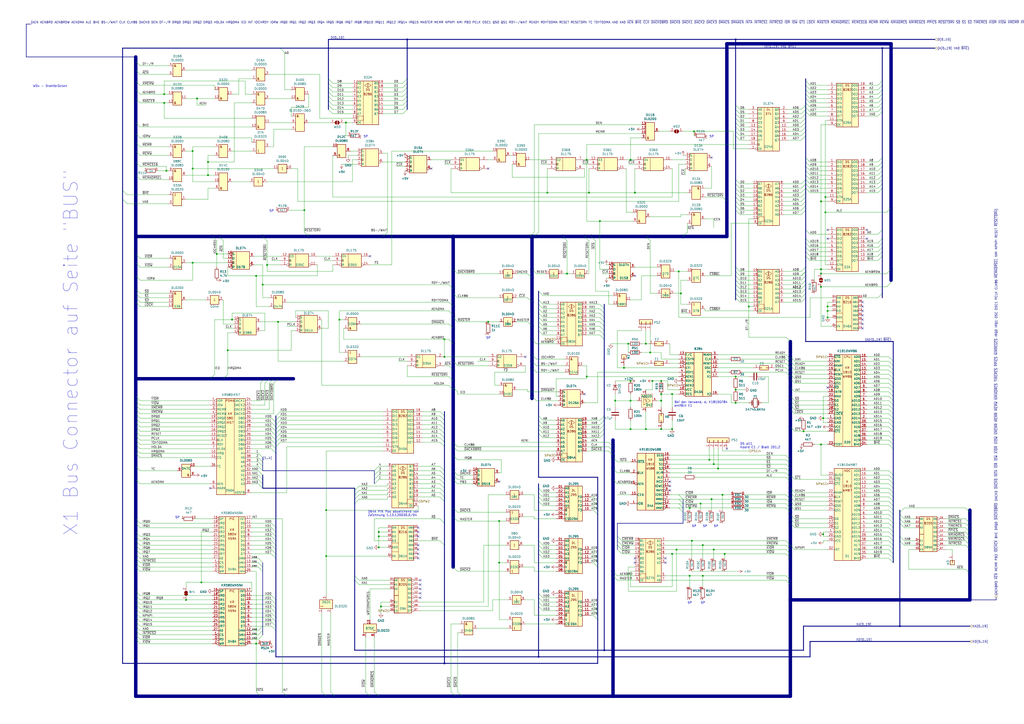
<source format=kicad_sch>
(kicad_sch (version 20211123) (generator eeschema)
  (paper "A2")
  (title_block (title "EC1834 Hauptplatine 201.") (date "2022-09-12") (company "Mario Gögel 2022"))
  (lib_symbols
    (symbol "Connector_Generic:Conn_01x01" (pin_names (offset 1.016) hide)
      (property "Reference" "J" (at 0 2.54 0))
      (property "Value" "Conn_01x01" (at 0 -2.54 0))
      (symbol "Conn_01x01_1_1"
        (pin passive line (at -5.08 0 0) (length 3.81) (name "Pin_1") (number "1"))
      )
    )
    (symbol "Connector_Generic:Conn_01x03" (pin_names (offset 1.016) hide)
      (property "Reference" "J" (at 0 5.08 0))
      (property "Value" "Conn_01x03" (at 0 -5.08 0))
      (symbol "Conn_01x03_1_1"
        (pin passive line (at -5.08 2.54 0) (length 3.81) (name "Pin_1") (number "1"))
        (pin passive line (at -5.08 0 0) (length 3.81) (name "Pin_2") (number "2"))
        (pin passive line (at -5.08 -2.54 0) (length 3.81) (name "Pin_3") (number "3"))
      )
    )
    (symbol "Connector_Generic:Conn_01x05" (pin_names (offset 1.016) hide)
      (property "Reference" "J" (at 0 7.62 0))
      (property "Value" "Conn_01x05" (at 0 -7.62 0))
      (symbol "Conn_01x05_1_1"
        (pin passive line (at -5.08 5.08 0) (length 3.81) (name "Pin_1") (number "1"))
        (pin passive line (at -5.08 2.54 0) (length 3.81) (name "Pin_2") (number "2"))
        (pin passive line (at -5.08 0 0) (length 3.81) (name "Pin_3") (number "3"))
        (pin passive line (at -5.08 -2.54 0) (length 3.81) (name "Pin_4") (number "4"))
        (pin passive line (at -5.08 -5.08 0) (length 3.81) (name "Pin_5") (number "5"))
      )
    )
    (symbol "Connector_Generic:Conn_02x01" (pin_names (offset 1.016) hide)
      (property "Reference" "J" (at 1.27 2.54 0))
      (property "Value" "Conn_02x01" (at 1.27 -2.54 0))
      (symbol "Conn_02x01_1_1"
        (pin passive line (at -5.08 0 0) (length 3.81) (name "Pin_1") (number "1"))
        (pin passive line (at 7.62 0 180) (length 3.81) (name "Pin_2") (number "2"))
      )
    )
    (symbol "DL295_1" (pin_names (offset 0.1016))
      (property "Reference" "D6" (at 0 -8.89 0))
      (property "Value" "DL295_1" (at 0 11.43 0))
      (symbol "DL295_1_1_0"
        (text "295" (at 0 5.08 0) (effects (font (size 1.27 1.27))))
        (text "DL" (at 0 7.62 0) (effects (font (size 1.27 1.27))))
        (pin input line (at -10.16 8.89 0) (length 5.08) (name "A0") (number "01"))
        (pin input line (at -10.16 6.35 0) (length 5.08) (name "A1") (number "02"))
        (pin input line (at -10.16 3.81 0) (length 5.08) (name "A2") (number "03"))
        (pin input line (at -10.16 1.27 0) (length 5.08) (name "A3") (number "04"))
        (pin input line (at -10.16 -1.27 0) (length 5.08) (name "A4") (number "05"))
        (pin input line (at -10.16 -6.35 0) (length 5.08) (name "V") (number "06"))
        (pin input line (at -10.16 -8.89 0) (length 5.08) (name "CS") (number "08"))
        (pin input clock (at -10.16 -3.81 0) (length 5.08) (name "C") (number "09"))
        (pin tri_state line (at 10.16 -3.81 180) (length 5.08) (name "F3") (number "10"))
        (pin tri_state line (at 10.16 -1.27 180) (length 5.08) (name "F2") (number "11"))
        (pin tri_state line (at 10.16 1.27 180) (length 5.08) (name "F1") (number "12"))
        (pin tri_state line (at 10.16 3.81 180) (length 5.08) (name "F0") (number "13"))
      )
      (symbol "DL295_1_2_0"
        (pin power_in line (at 0 6.35 270) (length 2.54) (name "VCC") (number "14"))
        (pin power_in line (at 0 -6.35 90) (length 2.54) (name "GND") (number "7"))
      )
    )
    (symbol "DL295_2" (pin_names (offset 0.1016))
      (property "Reference" "D29" (at 0 -8.89 0))
      (property "Value" "DL295_2" (at 0 11.43 0))
      (symbol "DL295_2_1_0"
        (text "295" (at 0 5.08 0) (effects (font (size 1.27 1.27))))
        (text "DL" (at 0 7.62 0) (effects (font (size 1.27 1.27))))
        (pin input line (at -10.16 8.89 0) (length 5.08) (name "A0") (number "01"))
        (pin input line (at -10.16 6.35 0) (length 5.08) (name "A1") (number "02"))
        (pin input line (at -10.16 3.81 0) (length 5.08) (name "A2") (number "03"))
        (pin input line (at -10.16 1.27 0) (length 5.08) (name "A3") (number "04"))
        (pin input line (at -10.16 -1.27 0) (length 5.08) (name "A4") (number "05"))
        (pin input line (at -10.16 -6.35 0) (length 5.08) (name "V") (number "06"))
        (pin input line (at -10.16 -8.89 0) (length 5.08) (name "CS") (number "08"))
        (pin input clock (at -10.16 -3.81 0) (length 5.08) (name "C") (number "09"))
        (pin tri_state line (at 10.16 -3.81 180) (length 5.08) (name "F3") (number "10"))
        (pin tri_state line (at 10.16 -1.27 180) (length 5.08) (name "F2") (number "11"))
        (pin tri_state line (at 10.16 1.27 180) (length 5.08) (name "F1") (number "12"))
        (pin tri_state line (at 10.16 3.81 180) (length 5.08) (name "F0") (number "13"))
      )
      (symbol "DL295_2_2_0"
        (pin power_in line (at 0 6.35 270) (length 2.54) (name "VCC") (number "14"))
        (pin power_in line (at 0 -6.35 90) (length 2.54) (name "GND") (number "7"))
      )
    )
    (symbol "Device:C" (pin_numbers hide) (pin_names (offset 0.254))
      (property "Reference" "C" (at 0.635 2.54 0))
      (property "Value" "C" (at 0.635 -2.54 0))
      (symbol "C_1_1"
        (pin passive line (at 0 3.81 270) (length 2.794) (name "~") (number "1"))
        (pin passive line (at 0 -3.81 90) (length 2.794) (name "~") (number "2"))
      )
    )
    (symbol "Device:Crystal" (pin_numbers hide) (pin_names (offset 1.016) hide)
      (property "Reference" "Y" (at 0 3.81 0))
      (property "Value" "Crystal" (at 0 -3.81 0))
      (symbol "Crystal_1_1"
        (pin passive line (at -3.81 0 0) (length 1.27) (name "1") (number "1"))
        (pin passive line (at 3.81 0 180) (length 1.27) (name "2") (number "2"))
      )
    )
    (symbol "Device:D" (pin_numbers hide) (pin_names (offset 1.016) hide)
      (property "Reference" "D" (at 0 2.54 0))
      (property "Value" "D" (at 0 -2.54 0))
      (symbol "D_1_1"
        (pin passive line (at -3.81 0 0) (length 2.54) (name "K") (number "1"))
        (pin passive line (at 3.81 0 180) (length 2.54) (name "A") (number "2"))
      )
    )
    (symbol "Device:R" (pin_numbers hide) (pin_names (offset 0))
      (property "Reference" "R" (at 2.032 0 90))
      (property "Value" "R" (at 0 0 90))
      (symbol "R_1_1"
        (pin passive line (at 0 3.81 270) (length 1.27) (name "~") (number "1"))
        (pin passive line (at 0 -3.81 90) (length 1.27) (name "~") (number "2"))
      )
    )
    (symbol "Device:R_Network05_Split" (pin_names (offset 0) hide)
      (property "Reference" "RN" (at 2.032 0 90))
      (property "Value" "R_Network05_Split" (at 0 0 90))
      (symbol "R_Network05_Split_1_1"
        (pin passive line (at 0 3.81 270) (length 1.27) (name "R1.1") (number "1"))
        (pin passive line (at 0 -3.81 90) (length 1.27) (name "R1.2") (number "2"))
      )
      (symbol "R_Network05_Split_2_1"
        (text "1" (at 0.889 3.175 900) (effects (font (size 1.27 1.27))))
        (pin passive line (at 0 -3.81 90) (length 1.27) (name "R2.2") (number "3"))
      )
      (symbol "R_Network05_Split_3_1"
        (text "1" (at 0.889 3.175 900) (effects (font (size 1.27 1.27))))
        (pin passive line (at 0 -3.81 90) (length 1.27) (name "R3.2") (number "4"))
      )
      (symbol "R_Network05_Split_4_1"
        (text "1" (at 0.889 3.175 900) (effects (font (size 1.27 1.27))))
        (pin passive line (at 0 -3.81 90) (length 1.27) (name "R4.2") (number "5"))
      )
      (symbol "R_Network05_Split_5_1"
        (text "1" (at 0.889 3.175 900) (effects (font (size 1.27 1.27))))
        (pin passive line (at 0 -3.81 90) (length 1.27) (name "R5.2") (number "6"))
      )
    )
    (symbol "Device:R_Network07_Split" (pin_names (offset 0) hide)
      (property "Reference" "RN" (at 2.032 0 90))
      (property "Value" "R_Network07_Split" (at 0 0 90))
      (symbol "R_Network07_Split_1_1"
        (pin passive line (at 0 3.81 270) (length 1.27) (name "R1.1") (number "1"))
        (pin passive line (at 0 -3.81 90) (length 1.27) (name "R1.2") (number "2"))
      )
      (symbol "R_Network07_Split_2_1"
        (text "1" (at 0.889 3.175 900) (effects (font (size 1.27 1.27))))
        (pin passive line (at 0 -3.81 90) (length 1.27) (name "R2.2") (number "3"))
      )
      (symbol "R_Network07_Split_3_1"
        (text "1" (at 0.889 3.175 900) (effects (font (size 1.27 1.27))))
        (pin passive line (at 0 -3.81 90) (length 1.27) (name "R3.2") (number "4"))
      )
      (symbol "R_Network07_Split_4_1"
        (text "1" (at 0.889 3.175 900) (effects (font (size 1.27 1.27))))
        (pin passive line (at 0 -3.81 90) (length 1.27) (name "R4.2") (number "5"))
      )
      (symbol "R_Network07_Split_5_1"
        (text "1" (at 0.889 3.175 900) (effects (font (size 1.27 1.27))))
        (pin passive line (at 0 -3.81 90) (length 1.27) (name "R5.2") (number "6"))
      )
      (symbol "R_Network07_Split_6_1"
        (text "1" (at 0.889 3.175 900) (effects (font (size 1.27 1.27))))
        (pin passive line (at 0 -3.81 90) (length 1.27) (name "R6.2") (number "7"))
      )
      (symbol "R_Network07_Split_7_1"
        (text "1" (at 0.889 3.175 900) (effects (font (size 1.27 1.27))))
        (pin passive line (at 0 -3.81 90) (length 1.27) (name "R7.2") (number "8"))
      )
    )
    (symbol "Device:R_Network09_Split" (pin_names (offset 0) hide)
      (property "Reference" "RN" (at 2.032 0 90))
      (property "Value" "R_Network09_Split" (at 0 0 90))
      (symbol "R_Network09_Split_1_1"
        (pin passive line (at 0 3.81 270) (length 1.27) (name "R1.1") (number "1"))
        (pin passive line (at 0 -3.81 90) (length 1.27) (name "R1.2") (number "2"))
      )
      (symbol "R_Network09_Split_2_1"
        (text "1" (at 0.889 3.175 900) (effects (font (size 1.27 1.27))))
        (pin passive line (at 0 -3.81 90) (length 1.27) (name "R2.2") (number "3"))
      )
      (symbol "R_Network09_Split_3_1"
        (text "1" (at 0.889 3.175 900) (effects (font (size 1.27 1.27))))
        (pin passive line (at 0 -3.81 90) (length 1.27) (name "R3.2") (number "4"))
      )
      (symbol "R_Network09_Split_4_1"
        (text "1" (at 0.889 3.175 900) (effects (font (size 1.27 1.27))))
        (pin passive line (at 0 -3.81 90) (length 1.27) (name "R4.2") (number "5"))
      )
      (symbol "R_Network09_Split_5_1"
        (text "1" (at 0.889 3.175 900) (effects (font (size 1.27 1.27))))
        (pin passive line (at 0 -3.81 90) (length 1.27) (name "R5.2") (number "6"))
      )
      (symbol "R_Network09_Split_6_1"
        (text "1" (at 0.889 3.175 900) (effects (font (size 1.27 1.27))))
        (pin passive line (at 0 -3.81 90) (length 1.27) (name "R6.2") (number "7"))
      )
      (symbol "R_Network09_Split_7_1"
        (text "1" (at 0.889 3.175 900) (effects (font (size 1.27 1.27))))
        (pin passive line (at 0 -3.81 90) (length 1.27) (name "R7.2") (number "8"))
      )
      (symbol "R_Network09_Split_8_1"
        (text "1" (at 0.889 3.175 900) (effects (font (size 1.27 1.27))))
        (pin passive line (at 0 -3.81 90) (length 1.27) (name "R8.2") (number "9"))
      )
      (symbol "R_Network09_Split_9_1"
        (text "1" (at 0.889 3.175 900) (effects (font (size 1.27 1.27))))
        (pin passive line (at 0 -3.81 90) (length 1.27) (name "R9.2") (number "10"))
      )
    )
    (symbol "Device:R_Pack04_SIP_Split" (pin_names (offset 0) hide)
      (property "Reference" "RN" (at 2.032 0 90))
      (property "Value" "R_Pack04_SIP_Split" (at 0 0 90))
      (symbol "R_Pack04_SIP_Split_1_1"
        (pin passive line (at 0 -3.81 90) (length 1.27) (name "R1.1") (number "1"))
        (pin passive line (at 0 3.81 270) (length 1.27) (name "R1.2") (number "2"))
      )
      (symbol "R_Pack04_SIP_Split_2_1"
        (pin passive line (at 0 -3.81 90) (length 1.27) (name "R2.1") (number "3"))
        (pin passive line (at 0 3.81 270) (length 1.27) (name "R2.2") (number "4"))
      )
      (symbol "R_Pack04_SIP_Split_3_1"
        (pin passive line (at 0 -3.81 90) (length 1.27) (name "R3.1") (number "5"))
        (pin passive line (at 0 3.81 270) (length 1.27) (name "R3.2") (number "6"))
      )
      (symbol "R_Pack04_SIP_Split_4_1"
        (pin passive line (at 0 -3.81 90) (length 1.27) (name "R4.1") (number "7"))
        (pin passive line (at 0 3.81 270) (length 1.27) (name "R4.2") (number "8"))
      )
    )
    (symbol "Jumper:SolderJumper_2_Bridged" (pin_names (offset 0) hide)
      (property "Reference" "JP" (at 0 2.032 0))
      (property "Value" "SolderJumper_2_Bridged" (at 0 -2.54 0))
      (symbol "SolderJumper_2_Bridged_1_1"
        (pin passive line (at -3.81 0 0) (length 2.54) (name "A") (number "1"))
        (pin passive line (at 3.81 0 180) (length 2.54) (name "B") (number "2"))
      )
    )
    (symbol "Jumper:SolderJumper_2_Open" (pin_names (offset 0) hide)
      (property "Reference" "JP" (at 0 2.032 0))
      (property "Value" "SolderJumper_2_Open" (at 0 -2.54 0))
      (symbol "SolderJumper_2_Open_1_1"
        (pin passive line (at -3.81 0 0) (length 2.54) (name "A") (number "1"))
        (pin passive line (at 3.81 0 180) (length 2.54) (name "B") (number "2"))
      )
    )
    (symbol "KR580WN59A_1" (pin_names (offset 0.1016))
      (property "Reference" "D49" (at 0 28.575 0))
      (property "Value" "KR580WN59A" (at 0 26.2636 0))
      (symbol "KR580WN59A_1_1_0"
        (text "580W" (at 0 13.97 0) (effects (font (size 1.27 1.27))))
        (text "KR" (at 0 16.51 0) (effects (font (size 1.27 1.27))))
        (text "N59A" (at 0 11.43 0) (effects (font (size 1.27 1.27))))
        (text "PIC" (at 0 22.86 0) (effects (font (size 1.27 1.27))))
      )
      (symbol "KR580WN59A_1_1_1"
        (pin input inverted (at -11.43 -2.54 0) (length 3.81) (name "CS") (number "1"))
        (pin bidirectional line (at 11.43 17.78 180) (length 3.81) (name "D1") (number "10"))
        (pin bidirectional line (at 11.43 20.32 180) (length 3.81) (name "D0") (number "11"))
        (pin bidirectional line (at 11.43 0 180) (length 3.81) (name "CAS0") (number "12"))
        (pin bidirectional line (at 11.43 -2.54 180) (length 3.81) (name "CAS1") (number "13"))
        (pin bidirectional line (at 11.43 -5.08 180) (length 3.81) (name "CAS2") (number "15"))
        (pin bidirectional inverted (at -11.43 22.86 0) (length 3.81) (name "SP") (number "16"))
        (pin output line (at 11.43 22.86 180) (length 3.81) (name "INT") (number "17"))
        (pin input line (at -11.43 20.32 0) (length 3.81) (name "IR0") (number "18"))
        (pin input line (at -11.43 17.78 0) (length 3.81) (name "IR1") (number "19"))
        (pin input inverted (at -11.43 -7.62 0) (length 3.81) (name "WR") (number "2"))
        (pin input line (at -11.43 15.24 0) (length 3.81) (name "IR2") (number "20"))
        (pin input line (at -11.43 12.7 0) (length 3.81) (name "IR3") (number "21"))
        (pin input line (at -11.43 10.16 0) (length 3.81) (name "IR4") (number "22"))
        (pin input line (at -11.43 7.62 0) (length 3.81) (name "IR5") (number "23"))
        (pin input line (at -11.43 5.08 0) (length 3.81) (name "IR6") (number "24"))
        (pin input line (at -11.43 2.54 0) (length 3.81) (name "IR7") (number "25"))
        (pin input inverted (at 11.43 -7.62 180) (length 3.81) (name "INTA") (number "26"))
        (pin input line (at -11.43 0 0) (length 3.81) (name "A0") (number "27"))
        (pin input inverted (at -11.43 -5.08 0) (length 3.81) (name "RD") (number "3"))
        (pin bidirectional line (at 11.43 2.54 180) (length 3.81) (name "D7") (number "4"))
        (pin bidirectional line (at 11.43 5.08 180) (length 3.81) (name "D6") (number "5"))
        (pin bidirectional line (at 11.43 7.62 180) (length 3.81) (name "D5") (number "6"))
        (pin bidirectional line (at 11.43 10.16 180) (length 3.81) (name "D4") (number "7"))
        (pin bidirectional line (at 11.43 12.7 180) (length 3.81) (name "D3") (number "8"))
        (pin bidirectional line (at 11.43 15.24 180) (length 3.81) (name "D2") (number "9"))
      )
      (symbol "KR580WN59A_1_2_1"
        (pin power_in line (at 0 -6.35 90) (length 2.54) (name "GND") (number "14"))
        (pin power_in line (at 0 6.35 270) (length 2.54) (name "VCC") (number "28"))
      )
    )
    (symbol "RFT_Digitalschaltkreise:DL000D" (pin_names (offset 1.016) hide)
      (property "Reference" "U" (at 0 5.08 0))
      (property "Value" "DL000D" (at 0 -5.08 0))
      (symbol "DL000D_1_0"
        (pin output line (at 5.08 0 180) (length 2.54) (name "Y1") (number "3"))
      )
      (symbol "DL000D_1_1"
        (text "&" (at -1.27 2.54 0) (effects (font (size 1.27 1.27))))
        (pin input line (at -5.08 2.54 0) (length 2.54) (name "A1") (number "1"))
        (pin input line (at -5.08 -2.54 0) (length 2.54) (name "B1") (number "2"))
      )
      (symbol "DL000D_2_0"
        (pin input line (at -5.08 2.54 0) (length 2.54) (name "A2") (number "4"))
        (pin input line (at -5.08 -2.54 0) (length 2.54) (name "B2") (number "5"))
        (pin output line (at 5.08 0 180) (length 2.54) (name "Y2") (number "6"))
      )
      (symbol "DL000D_2_1"
        (text "&" (at -1.27 2.54 0) (effects (font (size 1.27 1.27))))
      )
      (symbol "DL000D_3_0"
        (pin output line (at 5.08 0 180) (length 2.54) (name "Y3") (number "8"))
      )
      (symbol "DL000D_3_1"
        (text "&" (at -1.27 2.54 0) (effects (font (size 1.27 1.27))))
        (pin input line (at -5.08 -2.54 0) (length 2.54) (name "B3") (number "10"))
        (pin input line (at -5.08 2.54 0) (length 2.54) (name "A3") (number "9"))
      )
      (symbol "DL000D_4_0"
        (pin output line (at 5.08 0 180) (length 2.54) (name "Y4") (number "11"))
      )
      (symbol "DL000D_4_1"
        (text "&" (at -1.27 2.54 0) (effects (font (size 1.27 1.27))))
        (pin input line (at -5.08 2.54 0) (length 2.54) (name "A4") (number "12"))
        (pin input line (at -5.08 -2.54 0) (length 2.54) (name "B4") (number "13"))
      )
      (symbol "DL000D_5_1"
        (pin power_in line (at 0 5.08 270) (length 2.54) (name "Vcc") (number "14"))
        (pin power_in line (at 0 -5.08 90) (length 2.54) (name "GND") (number "7"))
      )
    )
    (symbol "RFT_Digitalschaltkreise:DL002D" (pin_names (offset 1.016) hide)
      (property "Reference" "U" (at 0 5.08 0))
      (property "Value" "DL002D" (at 0 -5.08 0))
      (symbol "DL002D_1_0"
        (pin output line (at 5.08 0 180) (length 2.54) (name "Y1") (number "1"))
      )
      (symbol "DL002D_1_1"
        (text "1" (at -1.27 2.54 0) (effects (font (size 1.27 1.27))))
        (pin input line (at -5.08 2.54 0) (length 2.54) (name "A1") (number "2"))
        (pin input line (at -5.08 -2.54 0) (length 2.54) (name "B1") (number "3"))
      )
      (symbol "DL002D_2_0"
        (pin output line (at 5.08 0 180) (length 2.54) (name "Y2") (number "4"))
        (pin input line (at -5.08 2.54 0) (length 2.54) (name "A2") (number "5"))
        (pin input line (at -5.08 -2.54 0) (length 2.54) (name "B2") (number "6"))
      )
      (symbol "DL002D_2_1"
        (text "1" (at -1.27 2.54 0) (effects (font (size 1.27 1.27))))
      )
      (symbol "DL002D_3_0"
        (pin output line (at 5.08 0 180) (length 2.54) (name "Y3") (number "10"))
      )
      (symbol "DL002D_3_1"
        (text "1" (at -1.27 2.54 0) (effects (font (size 1.27 1.27))))
        (pin input line (at -5.08 2.54 0) (length 2.54) (name "A3") (number "8"))
        (pin input line (at -5.08 -2.54 0) (length 2.54) (name "B3") (number "9"))
      )
      (symbol "DL002D_4_0"
        (pin output line (at 5.08 0 180) (length 2.54) (name "Y4") (number "13"))
      )
      (symbol "DL002D_4_1"
        (text "1" (at -1.27 2.54 0) (effects (font (size 1.27 1.27))))
        (pin input line (at -5.08 2.54 0) (length 2.54) (name "A4") (number "11"))
        (pin input line (at -5.08 -2.54 0) (length 2.54) (name "B4") (number "12"))
      )
      (symbol "DL002D_5_1"
        (pin power_in line (at 0 5.08 270) (length 2.54) (name "Vcc") (number "14"))
        (pin power_in line (at 0 -5.08 90) (length 2.54) (name "GND") (number "7"))
      )
    )
    (symbol "RFT_Digitalschaltkreise:DL004D" (pin_names (offset 1.016) hide)
      (property "Reference" "U" (at 0 3.81 0))
      (property "Value" "DL004D" (at 0 -3.81 0))
      (symbol "DL004D_1_0"
        (pin output line (at 5.08 0 180) (length 2.54) (name "Y1") (number "2"))
      )
      (symbol "DL004D_1_1"
        (text "1" (at 0 0 0) (effects (font (size 1.27 1.27))))
        (pin input line (at -5.08 0 0) (length 2.54) (name "A1") (number "1"))
      )
      (symbol "DL004D_2_1"
        (text "1" (at 0 0 0) (effects (font (size 1.27 1.27))))
        (pin input line (at -5.08 0 0) (length 2.54) (name "A2") (number "3"))
        (pin output line (at 5.08 0 180) (length 2.54) (name "Y2") (number "4"))
      )
      (symbol "DL004D_3_1"
        (text "1" (at 0 0 0) (effects (font (size 1.27 1.27))))
        (pin input line (at -5.08 0 0) (length 2.54) (name "A3") (number "5"))
        (pin output line (at 5.08 0 180) (length 2.54) (name "Y3") (number "6"))
      )
      (symbol "DL004D_4_1"
        (text "1" (at 0 0 0) (effects (font (size 1.27 1.27))))
        (pin output line (at 5.08 0 180) (length 2.54) (name "Y4") (number "8"))
        (pin input line (at -5.08 0 0) (length 2.54) (name "A4") (number "9"))
      )
      (symbol "DL004D_5_1"
        (text "1" (at 0 0 0) (effects (font (size 1.27 1.27))))
        (pin output line (at 5.08 0 180) (length 2.54) (name "Y5") (number "10"))
        (pin input line (at -5.08 0 0) (length 2.54) (name "A5") (number "11"))
      )
      (symbol "DL004D_6_1"
        (text "1" (at 0 0 0) (effects (font (size 1.27 1.27))))
        (pin output line (at 5.08 0 180) (length 2.54) (name "Y6") (number "12"))
        (pin input line (at -5.08 0 0) (length 2.54) (name "A6") (number "13"))
      )
      (symbol "DL004D_7_1"
        (pin power_in line (at 0 5.08 270) (length 2.54) (name "Vcc") (number "14"))
        (pin power_in line (at 0 -5.08 90) (length 2.54) (name "GND") (number "7"))
      )
    )
    (symbol "RFT_Digitalschaltkreise:DL008D" (pin_names (offset 1.016) hide)
      (property "Reference" "U" (at 0 5.08 0))
      (property "Value" "DL008D" (at 0 -5.08 0))
      (symbol "DL008D_1_0"
        (pin output line (at 5.08 0 180) (length 2.54) (name "Y1") (number "3"))
      )
      (symbol "DL008D_1_1"
        (text "&" (at -1.27 2.54 0) (effects (font (size 1.27 1.27))))
        (pin input line (at -5.08 2.54 0) (length 2.54) (name "A1") (number "1"))
        (pin input line (at -5.08 -2.54 0) (length 2.54) (name "B1") (number "2"))
      )
      (symbol "DL008D_2_0"
        (pin input line (at -5.08 2.54 0) (length 2.54) (name "A2") (number "4"))
        (pin input line (at -5.08 -2.54 0) (length 2.54) (name "B2") (number "5"))
        (pin output line (at 5.08 0 180) (length 2.54) (name "Y2") (number "6"))
      )
      (symbol "DL008D_2_1"
        (text "&" (at -1.27 2.54 0) (effects (font (size 1.27 1.27))))
      )
      (symbol "DL008D_3_0"
        (pin output line (at 5.08 0 180) (length 2.54) (name "Y3") (number "8"))
      )
      (symbol "DL008D_3_1"
        (text "&" (at -1.27 2.54 0) (effects (font (size 1.27 1.27))))
        (pin input line (at -5.08 -2.54 0) (length 2.54) (name "B3") (number "10"))
        (pin input line (at -5.08 2.54 0) (length 2.54) (name "A3") (number "9"))
      )
      (symbol "DL008D_4_0"
        (pin output line (at 5.08 0 180) (length 2.54) (name "Y4") (number "11"))
      )
      (symbol "DL008D_4_1"
        (text "&" (at -1.27 2.54 0) (effects (font (size 1.27 1.27))))
        (pin input line (at -5.08 2.54 0) (length 2.54) (name "A4") (number "12"))
        (pin input line (at -5.08 -2.54 0) (length 2.54) (name "B4") (number "13"))
      )
      (symbol "DL008D_5_1"
        (pin power_in line (at 0 5.08 270) (length 2.54) (name "Vcc") (number "14"))
        (pin power_in line (at 0 -5.08 90) (length 2.54) (name "GND") (number "7"))
      )
    )
    (symbol "RFT_Digitalschaltkreise:DL010D" (pin_names (offset 1.016) hide)
      (property "Reference" "U" (at 0 6.35 0))
      (property "Value" "DL010D" (at 0 -6.35 0))
      (symbol "DL010D_1_0"
        (pin output line (at 5.08 0 180) (length 2.54) (name "Y1") (number "12"))
      )
      (symbol "DL010D_1_1"
        (text "&" (at -1.27 3.81 0) (effects (font (size 1.27 1.27))))
        (pin input line (at -5.08 3.81 0) (length 2.54) (name "A1") (number "1"))
        (pin input line (at -5.08 -3.81 0) (length 2.54) (name "C1") (number "13"))
        (pin input line (at -5.08 0 0) (length 2.54) (name "B1") (number "2"))
      )
      (symbol "DL010D_2_1"
        (text "&" (at -1.27 3.81 0) (effects (font (size 1.27 1.27))))
        (pin input line (at -5.08 3.81 0) (length 2.54) (name "A2") (number "3"))
        (pin input line (at -5.08 0 0) (length 2.54) (name "B2") (number "4"))
        (pin input line (at -5.08 -3.81 0) (length 2.54) (name "C2") (number "5"))
        (pin output line (at 5.08 0 180) (length 2.54) (name "Y2") (number "6"))
      )
      (symbol "DL010D_3_1"
        (text "&" (at -1.27 3.81 0) (effects (font (size 1.27 1.27))))
        (pin input line (at -5.08 0 0) (length 2.54) (name "B3") (number "10"))
        (pin input line (at -5.08 -3.81 0) (length 2.54) (name "C3") (number "11"))
        (pin output line (at 5.08 0 180) (length 2.54) (name "Y3") (number "8"))
        (pin input line (at -5.08 3.81 0) (length 2.54) (name "A3") (number "9"))
      )
      (symbol "DL010D_4_1"
        (pin power_in line (at 0 5.08 270) (length 2.54) (name "Vcc") (number "14"))
        (pin power_in line (at 0 -5.08 90) (length 2.54) (name "GND") (number "7"))
      )
    )
    (symbol "RFT_Digitalschaltkreise:DL020D" (pin_names (offset 1.016) hide)
      (property "Reference" "U" (at 0 6.35 0))
      (property "Value" "DL020D" (at 0 -6.35 0))
      (symbol "DL020D_1_0"
        (pin output line (at 5.08 0 180) (length 2.54) (name "Y1") (number "6"))
      )
      (symbol "DL020D_1_1"
        (text "&" (at -1.27 3.81 0) (effects (font (size 1.27 1.27))))
        (pin input line (at -5.08 3.81 0) (length 2.54) (name "A1") (number "1"))
        (pin input line (at -5.08 1.27 0) (length 2.54) (name "B1") (number "2"))
        (pin no_connect line (at 5.08 2.54 180) (length 2.54) hide (name "n.c.") (number "3"))
        (pin input line (at -5.08 -1.27 0) (length 2.54) (name "C1") (number "4"))
        (pin input line (at -5.08 -3.81 0) (length 2.54) (name "D1") (number "5"))
      )
      (symbol "DL020D_2_1"
        (text "&" (at -1.27 3.81 0) (effects (font (size 1.27 1.27))))
        (pin input line (at -5.08 1.27 0) (length 2.54) (name "B2") (number "10"))
        (pin no_connect line (at 5.08 2.54 180) (length 2.54) hide (name "n.c.") (number "11"))
        (pin input line (at -5.08 -1.27 0) (length 2.54) (name "C2") (number "12"))
        (pin input line (at -5.08 -3.81 0) (length 2.54) (name "D2") (number "13"))
        (pin output line (at 5.08 0 180) (length 2.54) (name "Y2") (number "8"))
        (pin input line (at -5.08 3.81 0) (length 2.54) (name "A2") (number "9"))
      )
      (symbol "DL020D_3_1"
        (pin power_in line (at 0 5.08 270) (length 2.54) (name "Vcc") (number "14"))
        (pin power_in line (at 0 -5.08 90) (length 2.54) (name "GND") (number "7"))
      )
    )
    (symbol "RFT_Digitalschaltkreise:DL032D" (pin_names (offset 1.016) hide)
      (property "Reference" "U" (at 0 5.08 0))
      (property "Value" "DL032D" (at 0 -5.08 0))
      (symbol "DL032D_1_0"
        (pin output line (at 5.08 0 180) (length 2.54) (name "Y1") (number "3"))
      )
      (symbol "DL032D_1_1"
        (text "1" (at -1.27 2.54 0) (effects (font (size 1.27 1.27))))
        (pin input line (at -5.08 2.54 0) (length 2.54) (name "A1") (number "1"))
        (pin input line (at -5.08 -2.54 0) (length 2.54) (name "B1") (number "2"))
      )
      (symbol "DL032D_2_0"
        (pin input line (at -5.08 2.54 0) (length 2.54) (name "A2") (number "4"))
        (pin input line (at -5.08 -2.54 0) (length 2.54) (name "B2") (number "5"))
        (pin output line (at 5.08 0 180) (length 2.54) (name "Y2") (number "6"))
      )
      (symbol "DL032D_2_1"
        (text "1" (at -1.27 2.54 0) (effects (font (size 1.27 1.27))))
      )
      (symbol "DL032D_3_0"
        (pin output line (at 5.08 0 180) (length 2.54) (name "Y3") (number "8"))
      )
      (symbol "DL032D_3_1"
        (text "1" (at -1.27 2.54 0) (effects (font (size 1.27 1.27))))
        (pin input line (at -5.08 -2.54 0) (length 2.54) (name "B3") (number "10"))
        (pin input line (at -5.08 2.54 0) (length 2.54) (name "A3") (number "9"))
      )
      (symbol "DL032D_4_0"
        (pin output line (at 5.08 0 180) (length 2.54) (name "Y4") (number "11"))
      )
      (symbol "DL032D_4_1"
        (text "1" (at -1.27 2.54 0) (effects (font (size 1.27 1.27))))
        (pin input line (at -5.08 2.54 0) (length 2.54) (name "A4") (number "12"))
        (pin input line (at -5.08 -2.54 0) (length 2.54) (name "B4") (number "13"))
      )
      (symbol "DL032D_5_1"
        (pin power_in line (at 0 5.08 270) (length 2.54) (name "Vcc") (number "14"))
        (pin power_in line (at 0 -5.08 90) (length 2.54) (name "GND") (number "7"))
      )
    )
    (symbol "power:+12V" (power) (pin_names (offset 0))
      (property "Value" "+12V" (at 0 3.556 0))
      (symbol "+12V_1_1"
        (pin power_in line (at 0 0 90) (length 0) hide (name "+12V") (number "1"))
      )
    )
    (symbol "power:+5V" (power) (pin_names (offset 0))
      (property "Value" "+5V" (at 0 3.556 0))
      (symbol "+5V_1_1"
        (pin power_in line (at 0 0 90) (length 0) hide (name "+5V") (number "1"))
      )
    )
    (symbol "power:GND" (power) (pin_names (offset 0))
      (property "Value" "GND" (at 0 -3.81 0))
      (symbol "GND_1_1"
        (pin power_in line (at 0 0 270) (length 0) hide (name "GND") (number "1"))
      )
    )
    (symbol "robotron_ec1834:8284" (pin_names (offset 0.1016))
      (property "Reference" "U" (at 0 -5.08 0))
      (property "Value" "8284" (at 0 15.24 0))
      (symbol "8284_1_1"
        (pin input line (at -11.43 15.24 0) (length 3.81) (name "CSYN") (number "1"))
        (pin output line (at 11.43 12.7 180) (length 3.81) (name "RESET") (number "10"))
        (pin input inverted (at -11.43 -5.08 0) (length 3.81) (name "RES") (number "11"))
        (pin output line (at 11.43 10.16 180) (length 3.81) (name "OSC") (number "12"))
        (pin input line (at -11.43 17.78 0) (length 3.81) (name "F/C") (number "13"))
        (pin input line (at -11.43 10.16 0) (length 3.81) (name "EFI") (number "14"))
        (pin input inverted (at -11.43 12.7 0) (length 3.81) (name "ASYN") (number "15"))
        (pin output line (at 11.43 -5.08 180) (length 3.81) (name "X2") (number "16"))
        (pin input line (at 11.43 5.08 180) (length 3.81) (name "X1") (number "17"))
        (pin power_in line (at -11.43 -2.54 0) (length 3.81) (name "VCC") (number "18"))
        (pin output line (at 11.43 7.62 180) (length 3.81) (name "PC") (number "2"))
        (pin input inverted (at -11.43 5.08 0) (length 3.81) (name "AEN1") (number "3"))
        (pin input line (at -11.43 7.62 0) (length 3.81) (name "RDY1") (number "4"))
        (pin output line (at 11.43 17.78 180) (length 3.81) (name "READY") (number "5"))
        (pin input line (at -11.43 2.54 0) (length 3.81) (name "RDY2") (number "6"))
        (pin input inverted (at -11.43 0 0) (length 3.81) (name "AEN2") (number "7"))
        (pin output line (at 11.43 15.24 180) (length 3.81) (name "CLK") (number "8"))
      )
      (symbol "8284_2_1"
        (pin power_in line (at 0 -5.08 90) (length 2.54) (name "GND") (number "9"))
      )
    )
    (symbol "robotron_ec1834:A302D" (pin_names (offset 1.016))
      (property "Reference" "U" (at 1.27 5.08 0))
      (property "Value" "A302D" (at 3.81 -5.08 0))
      (symbol "A302D_1_1"
        (pin power_in line (at 0 6.35 270) (length 2.54) (name "~") (number "1"))
        (pin input line (at -5.08 0 0) (length 2.54) (name "~") (number "2"))
        (pin power_in line (at 0 -6.35 90) (length 2.54) (name "~") (number "3"))
        (pin output line (at 6.35 0 180) (length 2.54) (name "~") (number "4"))
      )
    )
    (symbol "robotron_ec1834:DL010D-D63" (pin_names (offset 1.016) hide)
      (property "Reference" "U" (at 0 6.35 0))
      (property "Value" "DL010D-D63" (at 0 -6.35 0))
      (symbol "DL010D-D63_1_0"
        (pin output line (at 5.08 0 180) (length 2.54) (name "Y1") (number "12"))
      )
      (symbol "DL010D-D63_1_1"
        (text "&" (at -1.27 3.81 0) (effects (font (size 1.27 1.27))))
        (pin input line (at -5.08 3.81 0) (length 2.54) (name "A1") (number "1"))
        (pin input line (at -5.08 -3.81 0) (length 2.54) (name "C1") (number "13"))
        (pin input line (at -5.08 0 0) (length 2.54) (name "B1") (number "2"))
      )
      (symbol "DL010D-D63_2_1"
        (text "&" (at -1.27 3.81 0) (effects (font (size 1.27 1.27))))
        (pin input line (at -5.08 3.81 0) (length 2.54) (name "A2") (number "3"))
        (pin input line (at -5.08 -3.81 0) (length 2.54) (name "B2") (number "4"))
        (pin input line (at -5.08 0 0) (length 2.54) (name "C2") (number "5"))
        (pin output line (at 5.08 0 180) (length 2.54) (name "Y2") (number "6"))
      )
      (symbol "DL010D-D63_3_1"
        (text "&" (at -1.27 3.81 0) (effects (font (size 1.27 1.27))))
        (pin input line (at -5.08 0 0) (length 2.54) (name "B3") (number "10"))
        (pin input line (at -5.08 -3.81 0) (length 2.54) (name "C3") (number "11"))
        (pin output line (at 5.08 0 180) (length 2.54) (name "Y3") (number "8"))
        (pin input line (at -5.08 3.81 0) (length 2.54) (name "A3") (number "9"))
      )
      (symbol "DL010D-D63_4_1"
        (pin power_in line (at 0 5.08 270) (length 2.54) (name "Vcc") (number "14"))
        (pin power_in line (at 0 -5.08 90) (length 2.54) (name "GND") (number "7"))
      )
    )
    (symbol "robotron_ec1834:DL074" (pin_names (offset 0.1016))
      (property "Reference" "U" (at 1.27 -3.81 0))
      (property "Value" "DL074" (at 1.27 2.54 0))
      (symbol "DL074_1_0"
        (pin input inverted (at -7.62 -3.81 0) (length 2.54) (name "R") (number "1"))
        (pin input line (at -7.62 1.27 0) (length 2.54) (name "D") (number "2"))
        (pin input clock (at -7.62 -1.27 0) (length 2.54) (name "C") (number "3"))
        (pin input inverted (at -7.62 3.81 0) (length 2.54) (name "S") (number "4"))
        (pin output line (at 7.62 2.54 180) (length 2.54) (name "~") (number "5"))
        (pin output inverted (at 7.62 -2.54 180) (length 2.54) (name "~") (number "6"))
      )
      (symbol "DL074_2_0"
        (pin input inverted (at -7.62 3.81 0) (length 2.54) (name "S") (number "10"))
        (pin input clock (at -7.62 -1.27 0) (length 2.54) (name "C") (number "11"))
        (pin input line (at -7.62 1.27 0) (length 2.54) (name "D") (number "12"))
        (pin input inverted (at -7.62 -3.81 0) (length 2.54) (name "R") (number "13"))
        (pin output inverted (at 7.62 -2.54 180) (length 2.54) (name "~") (number "8"))
        (pin output line (at 7.62 2.54 180) (length 2.54) (name "~") (number "9"))
      )
      (symbol "DL074_3_0"
        (pin power_in line (at 0 6.35 270) (length 2.54) (name "VCC") (number "14"))
        (pin power_in line (at 0 -6.35 90) (length 2.54) (name "GND") (number "7"))
      )
    )
    (symbol "robotron_ec1834:DL175" (pin_names (offset 0.1016))
      (property "Reference" "U" (at 2.54 -2.54 0))
      (property "Value" "DL175" (at 1.27 1.27 0))
      (symbol "DL175_1_0"
        (pin input inverted (at -11.43 -2.54 0) (length 5.08) (name "R") (number "1"))
        (pin output line (at 10.16 2.54 180) (length 5.08) (name "~") (number "2"))
        (pin output inverted (at 10.16 -2.54 180) (length 5.08) (name "~") (number "3"))
        (pin input line (at -11.43 2.54 0) (length 5.08) (name "D1") (number "4"))
        (pin input clock (at -11.43 0 0) (length 5.08) (name "C") (number "9"))
      )
      (symbol "DL175_2_0"
        (pin input inverted (at -11.43 -2.54 0) (length 5.08) (name "R") (number "1"))
        (pin input line (at -11.43 2.54 0) (length 5.08) (name "D2") (number "5"))
        (pin output inverted (at 10.16 -2.54 180) (length 5.08) (name "~") (number "6"))
        (pin output line (at 10.16 2.54 180) (length 5.08) (name "~") (number "7"))
        (pin input clock (at -11.43 0 0) (length 5.08) (name "C") (number "9"))
      )
      (symbol "DL175_3_0"
        (pin input inverted (at -11.43 -2.54 0) (length 5.08) (name "R") (number "1"))
        (pin output line (at 10.16 2.54 180) (length 5.08) (name "~") (number "10"))
        (pin output inverted (at 10.16 -2.54 180) (length 5.08) (name "~") (number "11"))
        (pin input line (at -11.43 2.54 0) (length 5.08) (name "D3") (number "12"))
        (pin input clock (at -11.43 0 0) (length 5.08) (name "C") (number "9"))
      )
      (symbol "DL175_4_0"
        (pin input inverted (at -11.43 -2.54 0) (length 5.08) (name "R") (number "1"))
        (pin input line (at -11.43 2.54 0) (length 5.08) (name "D4") (number "13"))
        (pin output inverted (at 10.16 -2.54 180) (length 5.08) (name "~") (number "14"))
        (pin output line (at 10.16 2.54 180) (length 5.08) (name "~") (number "15"))
        (pin input clock (at -11.43 0 0) (length 5.08) (name "C") (number "9"))
      )
      (symbol "DL175_5_0"
        (pin power_in line (at 0 6.35 270) (length 2.54) (name "Vcc") (number "16"))
        (pin power_in line (at 0 -6.35 90) (length 2.54) (name "GND") (number "8"))
      )
    )
    (symbol "robotron_ec1834:DL295" (pin_names (offset 0.1016))
      (property "Reference" "U" (at 0 -8.89 0))
      (symbol "DL295_1_0"
        (text "295" (at 0 5.08 0) (effects (font (size 1.27 1.27))))
        (text "DL" (at 0 7.62 0) (effects (font (size 1.27 1.27))))
        (pin input line (at -10.16 8.89 0) (length 5.08) (name "A0") (number "01"))
        (pin input line (at -10.16 6.35 0) (length 5.08) (name "A1") (number "02"))
        (pin input line (at -10.16 3.81 0) (length 5.08) (name "A2") (number "03"))
        (pin input line (at -10.16 1.27 0) (length 5.08) (name "A3") (number "04"))
        (pin input line (at -10.16 -1.27 0) (length 5.08) (name "A4") (number "05"))
        (pin input line (at -10.16 -6.35 0) (length 5.08) (name "V") (number "06"))
        (pin input line (at -10.16 -8.89 0) (length 5.08) (name "CS") (number "08"))
        (pin input clock (at -10.16 -3.81 0) (length 5.08) (name "C") (number "09"))
        (pin output line (at 10.16 -3.81 180) (length 5.08) (name "F3") (number "10"))
        (pin output line (at 10.16 -1.27 180) (length 5.08) (name "F2") (number "11"))
        (pin output line (at 10.16 1.27 180) (length 5.08) (name "F1") (number "12"))
        (pin output line (at 10.16 3.81 180) (length 5.08) (name "F0") (number "13"))
      )
      (symbol "DL295_2_0"
        (pin power_in line (at 0 6.35 270) (length 2.54) (name "VCC") (number "14"))
        (pin power_in line (at 0 -6.35 90) (length 2.54) (name "GND") (number "7"))
      )
    )
    (symbol "robotron_ec1834:DL374" (pin_names (offset 0.1016))
      (property "Reference" "U" (at 0 -11.43 0))
      (property "Value" "DL374" (at -3.81 -13.97 0))
      (symbol "DL374_1_0"
        (pin input inverted (at -11.43 -11.43 0) (length 5.08) (name "OE") (number "1"))
        (pin input clock (at -11.43 -8.89 0) (length 5.08) (name "C") (number "11"))
        (pin tri_state line (at 11.43 1.27 180) (length 5.08) (name "Q4") (number "12"))
        (pin input line (at -11.43 1.27 0) (length 5.08) (name "D4") (number "13"))
        (pin input line (at -11.43 -1.27 0) (length 5.08) (name "D5") (number "14"))
        (pin tri_state line (at 11.43 -1.27 180) (length 5.08) (name "Q5") (number "15"))
        (pin tri_state line (at 11.43 -3.81 180) (length 5.08) (name "Q6") (number "16"))
        (pin input line (at -11.43 -3.81 0) (length 5.08) (name "D6") (number "17"))
        (pin input line (at -11.43 -6.35 0) (length 5.08) (name "D7") (number "18"))
        (pin tri_state line (at 11.43 -6.35 180) (length 5.08) (name "Q7") (number "19"))
        (pin tri_state line (at 11.43 11.43 180) (length 5.08) (name "Q0") (number "2"))
        (pin input line (at -11.43 11.43 0) (length 5.08) (name "D0") (number "3"))
        (pin input line (at -11.43 8.89 0) (length 5.08) (name "D1") (number "4"))
        (pin tri_state line (at 11.43 8.89 180) (length 5.08) (name "Q1") (number "5"))
        (pin tri_state line (at 11.43 6.35 180) (length 5.08) (name "Q2") (number "6"))
        (pin input line (at -11.43 6.35 0) (length 5.08) (name "D2") (number "7"))
        (pin input line (at -11.43 3.81 0) (length 5.08) (name "D3") (number "8"))
        (pin tri_state line (at 11.43 3.81 180) (length 5.08) (name "Q3") (number "9"))
      )
      (symbol "DL374_1_1"
        (text "374" (at 0 8.89 0) (effects (font (size 1.27 1.27))))
        (text "DL" (at 0 11.43 0) (effects (font (size 1.27 1.27))))
      )
      (symbol "DL374_2_0"
        (pin power_in line (at 0 -6.35 90) (length 2.54) (name "GND") (number "10"))
        (pin power_in line (at 0 6.35 270) (length 2.54) (name "VCC") (number "20"))
      )
    )
    (symbol "robotron_ec1834:DS8205" (pin_names (offset 0.1016))
      (property "Reference" "U" (at 0 -8.89 0))
      (symbol "DS8205_1_0"
        (text "8205" (at 0 6.35 0) (effects (font (size 1.27 1.27))))
        (text "DS" (at 0 8.89 0) (effects (font (size 1.27 1.27))))
        (pin input line (at -7.62 8.89 0) (length 2.54) (name "A0") (number "01"))
        (pin input line (at -7.62 6.35 0) (length 2.54) (name "A1") (number "02"))
        (pin input line (at -7.62 3.81 0) (length 2.54) (name "A2") (number "03"))
        (pin input inverted (at -7.62 -3.81 0) (length 2.54) (name "E1") (number "04"))
        (pin input inverted (at -7.62 -6.35 0) (length 2.54) (name "E2") (number "05"))
        (pin input line (at -7.62 -8.89 0) (length 2.54) (name "E3") (number "06"))
        (pin output inverted (at 10.16 -8.89 180) (length 5.08) (name "O7") (number "07"))
        (pin output inverted (at 10.16 -6.35 180) (length 5.08) (name "O6") (number "09"))
        (pin output inverted (at 10.16 -3.81 180) (length 5.08) (name "O5") (number "10"))
        (pin output inverted (at 10.16 -1.27 180) (length 5.08) (name "O4") (number "11"))
        (pin output inverted (at 10.16 1.27 180) (length 5.08) (name "O3") (number "12"))
        (pin output inverted (at 10.16 3.81 180) (length 5.08) (name "O2") (number "13"))
        (pin output inverted (at 10.16 6.35 180) (length 5.08) (name "O1") (number "14"))
        (pin output inverted (at 10.16 8.89 180) (length 5.08) (name "O0") (number "15"))
      )
      (symbol "DS8205_2_0"
        (pin power_in line (at 0 6.35 270) (length 2.54) (name "VCC") (number "16"))
        (pin power_in line (at 0 -6.35 90) (length 2.54) (name "GND") (number "8"))
      )
    )
    (symbol "robotron_ec1834:DS8216" (pin_names (offset 0.1016))
      (property "Reference" "U" (at 0 -8.89 0))
      (symbol "DS8216_1_0"
        (text "8216" (at 0 6.35 0) (effects (font (size 1.27 1.27))))
        (text "DS" (at 0 8.89 0) (effects (font (size 1.27 1.27))))
        (pin input inverted (at -8.89 -7.62 0) (length 2.54) (name "CS") (number "01"))
        (pin output line (at 8.89 -1.27 180) (length 2.54) (name "DO0") (number "02"))
        (pin tri_state line (at 8.89 8.89 180) (length 2.54) (name "DB0") (number "03"))
        (pin input line (at -8.89 8.89 0) (length 2.54) (name "DI0") (number "04"))
        (pin output line (at 8.89 -3.81 180) (length 2.54) (name "DO1") (number "05"))
        (pin tri_state line (at 8.89 6.35 180) (length 2.54) (name "DB1") (number "06"))
        (pin input line (at -8.89 6.35 0) (length 2.3876) (name "DI1") (number "07"))
        (pin input line (at -8.89 3.81 0) (length 2.3876) (name "DI2") (number "09"))
        (pin tri_state line (at 8.89 3.81 180) (length 2.3876) (name "DB2") (number "10"))
        (pin output line (at 8.89 -6.35 180) (length 2.3876) (name "DO2") (number "11"))
        (pin input line (at -8.89 1.27 0) (length 2.3876) (name "DI3") (number "12"))
        (pin tri_state line (at 8.89 1.27 180) (length 2.3876) (name "DB3") (number "13"))
        (pin output line (at 8.89 -8.89 180) (length 2.3876) (name "DO3") (number "14"))
        (pin input inverted (at -8.89 -2.54 0) (length 2.3876) (name "DIEN") (number "15"))
      )
      (symbol "DS8216_2_0"
        (pin power_in line (at 0 6.35 270) (length 2.54) (name "VCC") (number "16"))
        (pin power_in line (at 0 -5.08 90) (length 2.54) (name "GND") (number "8"))
      )
    )
    (symbol "robotron_ec1834:DS8282" (pin_names (offset 0.1016))
      (property "Reference" "U" (at 0 -11.43 0))
      (symbol "DS8282_1_0"
        (text "8282" (at 0 8.89 0) (effects (font (size 1.27 1.27))))
        (text "DS" (at 0 11.43 0) (effects (font (size 1.27 1.27))))
        (pin input line (at -11.43 11.43 0) (length 5.08) (name "DI0") (number "1"))
        (pin input line (at -11.43 -8.89 0) (length 5.08) (name "STN") (number "11"))
        (pin tri_state line (at 11.43 -6.35 180) (length 5.08) (name "DO7") (number "12"))
        (pin tri_state line (at 11.43 -3.81 180) (length 5.08) (name "DO6") (number "13"))
        (pin tri_state line (at 11.43 -1.27 180) (length 5.08) (name "DO5") (number "14"))
        (pin tri_state line (at 11.43 1.27 180) (length 5.08) (name "DO4") (number "15"))
        (pin tri_state line (at 11.43 3.81 180) (length 5.08) (name "DO3") (number "16"))
        (pin tri_state line (at 11.43 6.35 180) (length 5.08) (name "DO2") (number "17"))
        (pin tri_state line (at 11.43 8.89 180) (length 5.08) (name "DO1") (number "18"))
        (pin tri_state line (at 11.43 11.43 180) (length 5.08) (name "DO0") (number "19"))
        (pin input line (at -11.43 8.89 0) (length 5.08) (name "DI1") (number "2"))
        (pin input line (at -11.43 6.35 0) (length 5.08) (name "DI2") (number "3"))
        (pin input line (at -11.43 3.81 0) (length 5.08) (name "DI3") (number "4"))
        (pin input line (at -11.43 1.27 0) (length 5.08) (name "DI4") (number "5"))
        (pin input line (at -11.43 -1.27 0) (length 5.08) (name "DI5") (number "6"))
        (pin input line (at -11.43 -3.81 0) (length 5.08) (name "DI6") (number "7"))
        (pin input line (at -11.43 -6.35 0) (length 5.08) (name "DI7") (number "8"))
        (pin input inverted (at -11.43 -11.43 0) (length 5.08) (name "OE") (number "9"))
      )
      (symbol "DS8282_2_0"
        (pin power_in line (at 0 -7.62 90) (length 2.54) (name "GND") (number "10"))
        (pin power_in line (at 0 6.35 270) (length 2.54) (name "VCC") (number "20"))
      )
    )
    (symbol "robotron_ec1834:DS8286D" (pin_names (offset 0.1016))
      (property "Reference" "U" (at 0 -13.97 0))
      (symbol "DS8286D_1_0"
        (text "8286" (at 0 2.54 0) (effects (font (size 1.27 1.27))))
        (text "DS" (at 0 5.08 0) (effects (font (size 1.27 1.27))))
      )
      (symbol "DS8286D_1_1"
        (pin bidirectional line (at -8.89 8.89 0) (length 2.54) (name "A0") (number "1"))
        (pin input line (at -8.89 -11.43 0) (length 2.54) (name "T") (number "11"))
        (pin bidirectional line (at 8.89 -8.89 180) (length 2.54) (name "B7") (number "12"))
        (pin bidirectional line (at 8.89 -6.35 180) (length 2.54) (name "B6") (number "13"))
        (pin bidirectional line (at 8.89 -3.81 180) (length 2.54) (name "B5") (number "14"))
        (pin bidirectional line (at 8.89 -1.27 180) (length 2.54) (name "B4") (number "15"))
        (pin bidirectional line (at 8.89 1.27 180) (length 2.54) (name "B3") (number "16"))
        (pin bidirectional line (at 8.89 3.81 180) (length 2.54) (name "B2") (number "17"))
        (pin bidirectional line (at 8.89 6.35 180) (length 2.54) (name "B1") (number "18"))
        (pin bidirectional line (at 8.89 8.89 180) (length 2.54) (name "B0") (number "19"))
        (pin bidirectional line (at -8.89 6.35 0) (length 2.54) (name "A1") (number "2"))
        (pin bidirectional line (at -8.89 3.81 0) (length 2.54) (name "A2") (number "3"))
        (pin bidirectional line (at -8.89 1.27 0) (length 2.54) (name "A3") (number "4"))
        (pin bidirectional line (at -8.89 -1.27 0) (length 2.54) (name "A4") (number "5"))
        (pin bidirectional line (at -8.89 -3.81 0) (length 2.54) (name "A5") (number "6"))
        (pin bidirectional line (at -8.89 -6.35 0) (length 2.54) (name "A6") (number "7"))
        (pin bidirectional line (at -8.89 -8.89 0) (length 2.54) (name "A7") (number "8"))
        (pin bidirectional line (at -8.89 -13.97 0) (length 2.54) (name "OE") (number "9"))
      )
      (symbol "DS8286D_2_1"
        (pin power_in line (at 0 -6.35 90) (length 2.54) (name "GND") (number "10"))
        (pin power_in line (at 0 6.35 270) (length 2.54) (name "Vcc") (number "20"))
      )
    )
    (symbol "robotron_ec1834:DS8286D-D111" (pin_names (offset 0.1016))
      (property "Reference" "U" (at 0 -13.97 0))
      (symbol "DS8286D-D111_1_0"
        (text "8286" (at 0 2.54 0) (effects (font (size 1.27 1.27))))
        (text "DS" (at 0 5.08 0) (effects (font (size 1.27 1.27))))
      )
      (symbol "DS8286D-D111_1_1"
        (pin bidirectional line (at 8.89 8.89 180) (length 2.54) (name "A0") (number "1"))
        (pin input line (at -8.89 -11.43 0) (length 2.54) (name "T") (number "11"))
        (pin bidirectional line (at -8.89 -8.89 0) (length 2.54) (name "B7") (number "12"))
        (pin bidirectional line (at -8.89 -6.35 0) (length 2.54) (name "B6") (number "13"))
        (pin bidirectional line (at -8.89 -3.81 0) (length 2.54) (name "B5") (number "14"))
        (pin bidirectional line (at -8.89 -1.27 0) (length 2.54) (name "B4") (number "15"))
        (pin bidirectional line (at -8.89 1.27 0) (length 2.54) (name "B3") (number "16"))
        (pin bidirectional line (at -8.89 3.81 0) (length 2.54) (name "B2") (number "17"))
        (pin bidirectional line (at -8.89 6.35 0) (length 2.54) (name "B1") (number "18"))
        (pin bidirectional line (at -8.89 8.89 0) (length 2.54) (name "B0") (number "19"))
        (pin bidirectional line (at 8.89 6.35 180) (length 2.54) (name "A1") (number "2"))
        (pin bidirectional line (at 8.89 3.81 180) (length 2.54) (name "A2") (number "3"))
        (pin bidirectional line (at 8.89 1.27 180) (length 2.54) (name "A3") (number "4"))
        (pin bidirectional line (at 8.89 -1.27 180) (length 2.54) (name "A4") (number "5"))
        (pin bidirectional line (at 8.89 -3.81 180) (length 2.54) (name "A5") (number "6"))
        (pin bidirectional line (at 8.89 -6.35 180) (length 2.54) (name "A6") (number "7"))
        (pin bidirectional line (at 8.89 -8.89 180) (length 2.54) (name "A7") (number "8"))
        (pin bidirectional line (at -8.89 -13.97 0) (length 2.54) (name "OE") (number "9"))
      )
      (symbol "DS8286D-D111_2_1"
        (pin power_in line (at 0 -6.35 90) (length 2.54) (name "GND") (number "10"))
        (pin power_in line (at 0 6.35 270) (length 2.54) (name "Vcc") (number "20"))
      )
    )
    (symbol "robotron_ec1834:DS8286D-D23" (pin_names (offset 0.1016))
      (property "Reference" "U" (at 0 -13.97 0))
      (symbol "DS8286D-D23_1_0"
        (text "8286" (at 0 2.54 0) (effects (font (size 1.27 1.27))))
        (text "DS" (at 0 5.08 0) (effects (font (size 1.27 1.27))))
      )
      (symbol "DS8286D-D23_1_1"
        (pin bidirectional line (at 8.89 -8.89 180) (length 2.54) (name "A0") (number "1"))
        (pin input line (at -8.89 -11.43 0) (length 2.54) (name "T") (number "11"))
        (pin bidirectional line (at -8.89 8.89 0) (length 2.54) (name "B7") (number "12"))
        (pin bidirectional line (at -8.89 6.35 0) (length 2.54) (name "B6") (number "13"))
        (pin bidirectional line (at -8.89 3.81 0) (length 2.54) (name "B5") (number "14"))
        (pin bidirectional line (at -8.89 1.27 0) (length 2.54) (name "B4") (number "15"))
        (pin bidirectional line (at -8.89 -1.27 0) (length 2.54) (name "B3") (number "16"))
        (pin bidirectional line (at -8.89 -3.81 0) (length 2.54) (name "B2") (number "17"))
        (pin bidirectional line (at -8.89 -6.35 0) (length 2.54) (name "B1") (number "18"))
        (pin bidirectional line (at -8.89 -8.89 0) (length 2.54) (name "B0") (number "19"))
        (pin bidirectional line (at 8.89 -6.35 180) (length 2.54) (name "A1") (number "2"))
        (pin bidirectional line (at 8.89 -3.81 180) (length 2.54) (name "A2") (number "3"))
        (pin bidirectional line (at 8.89 -1.27 180) (length 2.54) (name "A3") (number "4"))
        (pin bidirectional line (at 8.89 1.27 180) (length 2.54) (name "A4") (number "5"))
        (pin bidirectional line (at 8.89 3.81 180) (length 2.54) (name "A5") (number "6"))
        (pin bidirectional line (at 8.89 6.35 180) (length 2.54) (name "A6") (number "7"))
        (pin bidirectional line (at 8.89 8.89 180) (length 2.54) (name "A7") (number "8"))
        (pin bidirectional line (at -8.89 -13.97 0) (length 2.54) (name "OE") (number "9"))
      )
      (symbol "DS8286D-D23_2_1"
        (pin power_in line (at 0 -6.35 90) (length 2.54) (name "GND") (number "10"))
        (pin power_in line (at 0 6.35 270) (length 2.54) (name "Vcc") (number "20"))
      )
    )
    (symbol "robotron_ec1834:DS8286D-D27" (pin_names (offset 0.1016))
      (property "Reference" "U" (at 0 -13.97 0))
      (symbol "DS8286D-D27_1_0"
        (text "8286" (at 0 2.54 0) (effects (font (size 1.27 1.27))))
        (text "DS" (at 0 5.08 0) (effects (font (size 1.27 1.27))))
      )
      (symbol "DS8286D-D27_1_1"
        (pin bidirectional line (at 8.89 -1.27 180) (length 2.54) (name "A0") (number "1"))
        (pin input line (at -8.89 -11.43 0) (length 2.54) (name "T") (number "11"))
        (pin bidirectional line (at -8.89 1.27 0) (length 2.54) (name "B7") (number "12"))
        (pin bidirectional line (at -8.89 -8.89 0) (length 2.54) (name "B6") (number "13"))
        (pin bidirectional line (at -8.89 3.81 0) (length 2.54) (name "B5") (number "14"))
        (pin bidirectional line (at -8.89 -6.35 0) (length 2.54) (name "B4") (number "15"))
        (pin bidirectional line (at -8.89 6.35 0) (length 2.54) (name "B3") (number "16"))
        (pin bidirectional line (at -8.89 -3.81 0) (length 2.54) (name "B2") (number "17"))
        (pin bidirectional line (at -8.89 8.89 0) (length 2.54) (name "B1") (number "18"))
        (pin bidirectional line (at -8.89 -1.27 0) (length 2.54) (name "B0") (number "19"))
        (pin bidirectional line (at 8.89 8.89 180) (length 2.54) (name "A1") (number "2"))
        (pin bidirectional line (at 8.89 -3.81 180) (length 2.54) (name "A2") (number "3"))
        (pin bidirectional line (at 8.89 6.35 180) (length 2.54) (name "A3") (number "4"))
        (pin bidirectional line (at 8.89 -11.43 180) (length 2.54) (name "A4") (number "5"))
        (pin bidirectional line (at 8.89 3.81 180) (length 2.54) (name "A5") (number "6"))
        (pin bidirectional line (at 8.89 -13.97 180) (length 2.54) (name "A6") (number "7"))
        (pin bidirectional line (at 8.89 1.27 180) (length 2.54) (name "A7") (number "8"))
        (pin bidirectional line (at -8.89 -13.97 0) (length 2.54) (name "OE") (number "9"))
      )
      (symbol "DS8286D-D27_2_1"
        (pin power_in line (at 0 -6.35 90) (length 2.54) (name "GND") (number "10"))
        (pin power_in line (at 0 6.35 270) (length 2.54) (name "Vcc") (number "20"))
      )
    )
    (symbol "robotron_ec1834:K1810WM86" (pin_names (offset 0.1016))
      (property "Reference" "U" (at 0 -25.4 0))
      (property "Value" "K1810WM86" (at 0 22.86 0))
      (symbol "K1810WM86_0_0"
        (text "1810" (at 0 16.51 0) (effects (font (size 1.27 1.27))))
        (text "KR" (at 0 19.05 0) (effects (font (size 1.27 1.27))))
        (text "WM86" (at 0 13.97 0) (effects (font (size 1.27 1.27))))
      )
      (symbol "K1810WM86_1_0"
        (text "CPU" (at 0 25.4 0) (effects (font (size 1.27 1.27))))
      )
      (symbol "K1810WM86_1_1"
        (pin power_in line (at -11.43 -10.16 0) (length 3.81) (name "GND") (number "1"))
        (pin bidirectional line (at 11.43 10.16 180) (length 3.81) (name "AD6") (number "10"))
        (pin bidirectional line (at 11.43 12.7 180) (length 3.81) (name "AD5") (number "11"))
        (pin bidirectional line (at 11.43 15.24 180) (length 3.81) (name "AD4") (number "12"))
        (pin bidirectional line (at 11.43 17.78 180) (length 3.81) (name "AD3") (number "13"))
        (pin bidirectional line (at 11.43 20.32 180) (length 3.81) (name "AD2") (number "14"))
        (pin bidirectional line (at 11.43 22.86 180) (length 3.81) (name "AD1") (number "15"))
        (pin bidirectional line (at 11.43 25.4 180) (length 3.81) (name "AD0") (number "16"))
        (pin input line (at -11.43 22.86 0) (length 3.81) (name "NMI") (number "17"))
        (pin input line (at -11.43 5.08 0) (length 3.81) (name "INTR") (number "18"))
        (pin input clock (at -11.43 17.78 0) (length 3.81) (name "CLK") (number "19"))
        (pin bidirectional line (at 11.43 -10.16 180) (length 3.81) (name "AD14") (number "2"))
        (pin power_in line (at -11.43 -12.7 0) (length 3.81) (name "GND") (number "20"))
        (pin input line (at -11.43 15.24 0) (length 3.81) (name "RESET") (number "21"))
        (pin input line (at -11.43 20.32 0) (length 3.81) (name "READY") (number "22"))
        (pin input inverted (at -11.43 -25.4 0) (length 3.81) (name "TEST") (number "23"))
        (pin output line (at -11.43 10.16 0) (length 3.81) (name "QS1") (number "24"))
        (pin output line (at -11.43 12.7 0) (length 3.81) (name "QS0") (number "25"))
        (pin output inverted (at -11.43 0 0) (length 3.81) (name "S0") (number "26"))
        (pin output inverted (at -11.43 -2.54 0) (length 3.81) (name "S1") (number "27"))
        (pin output inverted (at -11.43 -5.08 0) (length 3.81) (name "S2") (number "28"))
        (pin output line (at -11.43 -7.62 0) (length 3.81) (name "~{LOCK}") (number "29"))
        (pin bidirectional line (at 11.43 -7.62 180) (length 3.81) (name "AD13") (number "3"))
        (pin bidirectional line (at -11.43 -17.78 0) (length 3.81) (name "~{GT1}") (number "30"))
        (pin bidirectional line (at -11.43 25.4 0) (length 3.81) (name "~{GT0}") (number "31"))
        (pin output line (at -11.43 7.62 0) (length 3.81) (name "~{RD}") (number "32"))
        (pin input line (at -11.43 2.54 0) (length 3.81) (name "MAX") (number "33"))
        (pin output inverted (at 11.43 -25.4 180) (length 3.81) (name "BHE") (number "34"))
        (pin output line (at 11.43 -22.86 180) (length 3.81) (name "A19") (number "35"))
        (pin output line (at 11.43 -20.32 180) (length 3.81) (name "A18") (number "36"))
        (pin output line (at 11.43 -17.78 180) (length 3.81) (name "A17") (number "37"))
        (pin output line (at 11.43 -15.24 180) (length 3.81) (name "A16") (number "38"))
        (pin bidirectional line (at 11.43 -12.7 180) (length 3.81) (name "AD15") (number "39"))
        (pin bidirectional line (at 11.43 -5.08 180) (length 3.81) (name "AD12") (number "4"))
        (pin power_in line (at -11.43 -15.24 0) (length 3.81) (name "VCC") (number "40"))
        (pin bidirectional line (at 11.43 -2.54 180) (length 3.81) (name "AD11") (number "5"))
        (pin bidirectional line (at 11.43 0 180) (length 3.81) (name "AD10") (number "6"))
        (pin bidirectional line (at 11.43 2.54 180) (length 3.81) (name "AD9") (number "7"))
        (pin bidirectional line (at 11.43 5.08 180) (length 3.81) (name "AD8") (number "8"))
        (pin bidirectional line (at 11.43 7.62 180) (length 3.81) (name "AD7") (number "9"))
      )
    )
    (symbol "robotron_ec1834:K1810WM87" (pin_names (offset 0.1016))
      (property "Reference" "U" (at 0 -25.4 0))
      (property "Value" "K1810WM87" (at 0 22.86 0))
      (symbol "K1810WM87_0_0"
        (text "1810" (at 0 16.51 0) (effects (font (size 1.27 1.27))))
        (text "K" (at 0 19.05 0) (effects (font (size 1.27 1.27))))
        (text "NDC" (at 0 25.4 0) (effects (font (size 1.27 1.27))))
        (text "WM87" (at 0 13.97 0) (effects (font (size 1.27 1.27))))
      )
      (symbol "K1810WM87_1_1"
        (pin power_in line (at -11.43 -10.16 0) (length 3.81) (name "GND") (number "1"))
        (pin bidirectional line (at 11.43 10.16 180) (length 3.81) (name "AD6") (number "10"))
        (pin bidirectional line (at 11.43 12.7 180) (length 3.81) (name "AD5") (number "11"))
        (pin bidirectional line (at 11.43 15.24 180) (length 3.81) (name "AD4") (number "12"))
        (pin bidirectional line (at 11.43 17.78 180) (length 3.81) (name "AD3") (number "13"))
        (pin bidirectional line (at 11.43 20.32 180) (length 3.81) (name "AD2") (number "14"))
        (pin bidirectional line (at 11.43 22.86 180) (length 3.81) (name "AD1") (number "15"))
        (pin bidirectional line (at 11.43 25.4 180) (length 3.81) (name "AD0") (number "16"))
        (pin no_connect line (at -11.43 15.24 0) (length 3.81) hide (name "NC") (number "17"))
        (pin no_connect line (at -11.43 0 0) (length 3.81) hide (name "NC") (number "18"))
        (pin input clock (at -11.43 10.16 0) (length 3.81) (name "CLK") (number "19"))
        (pin bidirectional line (at 11.43 -10.16 180) (length 3.81) (name "AD14") (number "2"))
        (pin power_in line (at -11.43 -12.7 0) (length 3.81) (name "GND") (number "20"))
        (pin input line (at -11.43 7.62 0) (length 3.81) (name "RESET") (number "21"))
        (pin input line (at -11.43 12.7 0) (length 3.81) (name "READY") (number "22"))
        (pin output line (at -11.43 22.86 0) (length 3.81) (name "BUSY") (number "23"))
        (pin input line (at -11.43 2.54 0) (length 3.81) (name "QS1") (number "24"))
        (pin input line (at -11.43 5.08 0) (length 3.81) (name "QS0") (number "25"))
        (pin bidirectional inverted (at -11.43 -2.54 0) (length 3.81) (name "S0") (number "26"))
        (pin bidirectional inverted (at -11.43 -5.08 0) (length 3.81) (name "S1") (number "27"))
        (pin bidirectional inverted (at -11.43 -7.62 0) (length 3.81) (name "S2") (number "28"))
        (pin no_connect line (at -11.43 -17.78 0) (length 3.81) hide (name "NC") (number "29"))
        (pin bidirectional line (at 11.43 -7.62 180) (length 3.81) (name "AD13") (number "3"))
        (pin no_connect line (at -11.43 -22.86 0) (length 3.81) hide (name "NC") (number "30"))
        (pin bidirectional line (at -11.43 20.32 0) (length 3.81) (name "~{GT0}") (number "31"))
        (pin output line (at -11.43 -20.32 0) (length 3.81) (name "INT") (number "32"))
        (pin bidirectional line (at -11.43 17.78 0) (length 3.81) (name "~{GT1}") (number "33"))
        (pin bidirectional inverted (at 11.43 -25.4 180) (length 3.81) (name "BHE") (number "34"))
        (pin bidirectional line (at 11.43 -22.86 180) (length 3.81) (name "A19") (number "35"))
        (pin bidirectional line (at 11.43 -20.32 180) (length 3.81) (name "A18") (number "36"))
        (pin bidirectional line (at 11.43 -17.78 180) (length 3.81) (name "A17") (number "37"))
        (pin bidirectional line (at 11.43 -15.24 180) (length 3.81) (name "A16") (number "38"))
        (pin bidirectional line (at 11.43 -12.7 180) (length 3.81) (name "AD15") (number "39"))
        (pin bidirectional line (at 11.43 -5.08 180) (length 3.81) (name "AD12") (number "4"))
        (pin power_in line (at -11.43 -15.24 0) (length 3.81) (name "VCC") (number "40"))
        (pin bidirectional line (at 11.43 -2.54 180) (length 3.81) (name "AD11") (number "5"))
        (pin bidirectional line (at 11.43 0 180) (length 3.81) (name "AD10") (number "6"))
        (pin bidirectional line (at 11.43 2.54 180) (length 3.81) (name "AD9") (number "7"))
        (pin bidirectional line (at 11.43 5.08 180) (length 3.81) (name "AD8") (number "8"))
        (pin bidirectional line (at 11.43 7.62 180) (length 3.81) (name "AD7") (number "9"))
      )
    )
    (symbol "robotron_ec1834:KR1810WG88" (pin_names (offset 0.1016))
      (property "Reference" "U" (at 0 -12.7 0))
      (property "Value" "KR1810WG88" (at 0 17.78 0))
      (symbol "KR1810WG88_1_0"
        (text "1810" (at 0 12.7 0) (effects (font (size 1.1938 1.1938))))
        (text "KR" (at 0 15.24 0) (effects (font (size 1.1938 1.1938))))
        (text "WG88" (at 0 10.16 0) (effects (font (size 1.1938 1.1938))))
      )
      (symbol "KR1810WG88_1_1"
        (pin input line (at -11.43 -10.16 0) (length 3.81) (name "IOB") (number "1"))
        (pin tri_state inverted (at 11.43 0 180) (length 3.81) (name "IOWC") (number "11"))
        (pin tri_state inverted (at 11.43 -10.16 180) (length 3.81) (name "AIOWC") (number "12"))
        (pin tri_state inverted (at 11.43 -5.08 180) (length 3.81) (name "IORC") (number "13"))
        (pin tri_state line (at -11.43 13.97 0) (length 3.81) (name "~{INTA}") (number "14"))
        (pin input line (at -11.43 -5.08 0) (length 3.81) (name "CEN") (number "15"))
        (pin output line (at 11.43 17.78 180) (length 3.81) (name "DEN") (number "16"))
        (pin output line (at 11.43 2.54 180) (length 3.81) (name "MCE") (number "17"))
        (pin input inverted (at 11.43 10.16 180) (length 3.81) (name "S2") (number "18"))
        (pin input inverted (at 11.43 15.24 180) (length 3.81) (name "S0") (number "19"))
        (pin input clock (at -11.43 7.62 0) (length 3.81) (name "CLK") (number "2"))
        (pin input inverted (at 11.43 12.7 180) (length 3.81) (name "S1") (number "3"))
        (pin output line (at 11.43 7.62 180) (length 3.81) (name "DT/~{R}") (number "4"))
        (pin output line (at 11.43 5.08 180) (length 3.81) (name "ALE") (number "5"))
        (pin input inverted (at -11.43 1.27 0) (length 3.81) (name "AEN") (number "6"))
        (pin tri_state inverted (at 11.43 -7.62 180) (length 3.81) (name "MRDC") (number "7"))
        (pin tri_state inverted (at 11.43 -12.7 180) (length 3.81) (name "AMWC") (number "8"))
        (pin tri_state inverted (at 11.43 -2.54 180) (length 3.81) (name "MWTC") (number "9"))
      )
      (symbol "KR1810WG88_2_1"
        (pin power_in line (at 0 -6.35 90) (length 2.54) (name "GND") (number "10"))
        (pin power_in line (at 0 6.35 270) (length 2.54) (name "VCC") (number "20"))
      )
    )
    (symbol "robotron_ec1834:KR580IK57" (pin_names (offset 0.1016))
      (property "Reference" "U" (at 0 -26.67 0))
      (property "Value" "KR580IK57" (at 0 22.86 0))
      (symbol "KR580IK57_1_1"
        (text "580" (at 0 16.51 0) (effects (font (size 1.27 1.27))))
        (text "IK57" (at 0 13.97 0) (effects (font (size 1.27 1.27))))
        (text "KR" (at 0 19.05 0) (effects (font (size 1.27 1.27))))
        (text "PDMA" (at 0 26.67 0) (effects (font (size 1.27 1.27))))
        (pin bidirectional inverted (at -11.43 26.67 0) (length 3.81) (name "IOR") (number "1"))
        (pin output line (at -11.43 -3.81 0) (length 3.81) (name "HRQ") (number "10"))
        (pin input inverted (at -11.43 -6.35 0) (length 3.81) (name "CS") (number "11"))
        (pin input clock (at -11.43 3.81 0) (length 3.81) (name "CLK") (number "12"))
        (pin input line (at -11.43 6.35 0) (length 3.81) (name "RESET") (number "13"))
        (pin output line (at 12.7 24.13 180) (length 3.81) (name "DACK2") (number "14"))
        (pin output line (at 12.7 21.59 180) (length 3.81) (name "DACK3") (number "15"))
        (pin input line (at -11.43 8.89 0) (length 3.81) (name "DRQ3") (number "16"))
        (pin input line (at -11.43 11.43 0) (length 3.81) (name "DRQ2") (number "17"))
        (pin input line (at -11.43 13.97 0) (length 3.81) (name "DRQ1") (number "18"))
        (pin input line (at -11.43 16.51 0) (length 3.81) (name "DRQ0") (number "19"))
        (pin bidirectional inverted (at -11.43 24.13 0) (length 3.81) (name "IOW") (number "2"))
        (pin bidirectional line (at 12.7 -1.27 180) (length 3.81) (name "DB7") (number "21"))
        (pin bidirectional line (at 12.7 1.27 180) (length 3.81) (name "DB6") (number "22"))
        (pin bidirectional line (at 12.7 3.81 180) (length 3.81) (name "DB5") (number "23"))
        (pin output line (at 12.7 26.67 180) (length 3.81) (name "DACK1") (number "24"))
        (pin output line (at 12.7 19.05 180) (length 3.81) (name "DACK0") (number "25"))
        (pin bidirectional line (at 12.7 6.35 180) (length 3.81) (name "DB4") (number "26"))
        (pin bidirectional line (at 12.7 8.89 180) (length 3.81) (name "DB3") (number "27"))
        (pin bidirectional line (at 12.7 11.43 180) (length 3.81) (name "DB2") (number "28"))
        (pin bidirectional line (at 12.7 13.97 180) (length 3.81) (name "DB1") (number "29"))
        (pin tri_state inverted (at -11.43 21.59 0) (length 3.81) (name "MEMR") (number "3"))
        (pin bidirectional line (at 12.7 16.51 180) (length 3.81) (name "DB0") (number "30"))
        (pin bidirectional line (at 12.7 -13.97 180) (length 3.81) (name "A0") (number "32"))
        (pin bidirectional line (at 12.7 -16.51 180) (length 3.81) (name "A1") (number "33"))
        (pin bidirectional line (at 12.7 -19.05 180) (length 3.81) (name "A2") (number "34"))
        (pin bidirectional line (at 12.7 -21.59 180) (length 3.81) (name "A3") (number "35"))
        (pin bidirectional line (at -11.43 -11.43 0) (length 3.81) (name "TC") (number "36"))
        (pin tri_state line (at 12.7 -3.81 180) (length 3.81) (name "A4") (number "37"))
        (pin tri_state line (at 12.7 -6.35 180) (length 3.81) (name "A5") (number "38"))
        (pin tri_state line (at 12.7 -8.89 180) (length 3.81) (name "A6") (number "39"))
        (pin tri_state inverted (at -11.43 19.05 0) (length 3.81) (name "MEMW") (number "4"))
        (pin tri_state line (at 12.7 -11.43 180) (length 3.81) (name "A7") (number "40"))
        (pin input line (at -11.43 -24.13 0) (length 3.81) (name "MARK") (number "5"))
        (pin input line (at -11.43 1.27 0) (length 3.81) (name "RDY") (number "6"))
        (pin input line (at -11.43 -1.27 0) (length 3.81) (name "HLDA") (number "7"))
        (pin output line (at 12.7 -26.67 180) (length 3.81) (name "ADSTB") (number "8"))
        (pin output line (at -11.43 -21.59 0) (length 3.81) (name "AEN") (number "9"))
      )
      (symbol "KR580IK57_2_1"
        (pin power_in line (at 0 -6.35 90) (length 2.54) (name "GND") (number "20"))
        (pin power_in line (at 0 6.35 270) (length 2.54) (name "Vcc") (number "31"))
      )
    )
    (symbol "robotron_ec1834:KR580WN59A" (pin_names (offset 0.1016))
      (property "Reference" "U" (at 0 -7.62 0))
      (property "Value" "KR580WN59A" (at 0 20.32 0))
      (symbol "KR580WN59A_1_0"
        (text "580W" (at 0 13.97 0) (effects (font (size 1.27 1.27))))
        (text "KR" (at 0 16.51 0) (effects (font (size 1.27 1.27))))
        (text "N59A" (at 0 11.43 0) (effects (font (size 1.27 1.27))))
        (text "PIC" (at 0 22.86 0) (effects (font (size 1.27 1.27))))
      )
      (symbol "KR580WN59A_1_1"
        (pin input inverted (at -11.43 -2.54 0) (length 3.81) (name "CS") (number "1"))
        (pin bidirectional line (at 11.43 17.78 180) (length 3.81) (name "D1") (number "10"))
        (pin bidirectional line (at 11.43 20.32 180) (length 3.81) (name "D0") (number "11"))
        (pin input line (at 11.43 0 180) (length 3.81) (name "CAS0") (number "12"))
        (pin output line (at 11.43 -2.54 180) (length 3.81) (name "CAS1") (number "13"))
        (pin output line (at 11.43 -5.08 180) (length 3.81) (name "CAS2") (number "15"))
        (pin bidirectional inverted (at -11.43 22.86 0) (length 3.81) (name "SP") (number "16"))
        (pin output line (at 11.43 22.86 180) (length 3.81) (name "INT") (number "17"))
        (pin input line (at -11.43 20.32 0) (length 3.81) (name "IR0") (number "18"))
        (pin input line (at -11.43 17.78 0) (length 3.81) (name "IR1") (number "19"))
        (pin input inverted (at -11.43 -7.62 0) (length 3.81) (name "WR") (number "2"))
        (pin input line (at -11.43 15.24 0) (length 3.81) (name "IR2") (number "20"))
        (pin input line (at -11.43 12.7 0) (length 3.81) (name "IR3") (number "21"))
        (pin input line (at -11.43 10.16 0) (length 3.81) (name "IR4") (number "22"))
        (pin input line (at -11.43 7.62 0) (length 3.81) (name "IR5") (number "23"))
        (pin input line (at -11.43 5.08 0) (length 3.81) (name "IR6") (number "24"))
        (pin input line (at -11.43 2.54 0) (length 3.81) (name "IR7") (number "25"))
        (pin input inverted (at 11.43 -7.62 180) (length 3.81) (name "INTA") (number "26"))
        (pin input line (at -11.43 0 0) (length 3.81) (name "A0") (number "27"))
        (pin input inverted (at -11.43 -5.08 0) (length 3.81) (name "RD") (number "3"))
        (pin bidirectional line (at 11.43 2.54 180) (length 3.81) (name "D7") (number "4"))
        (pin bidirectional line (at 11.43 5.08 180) (length 3.81) (name "D6") (number "5"))
        (pin bidirectional line (at 11.43 7.62 180) (length 3.81) (name "D5") (number "6"))
        (pin bidirectional line (at 11.43 10.16 180) (length 3.81) (name "D4") (number "7"))
        (pin bidirectional line (at 11.43 12.7 180) (length 3.81) (name "D3") (number "8"))
        (pin bidirectional line (at 11.43 15.24 180) (length 3.81) (name "D2") (number "9"))
      )
      (symbol "KR580WN59A_2_1"
        (pin power_in line (at 0 -6.35 90) (length 2.54) (name "GND") (number "14"))
        (pin power_in line (at 0 6.35 270) (length 2.54) (name "VCC") (number "28"))
      )
    )
  )
  (junction (at 111.76 152.4))
  (junction (at 434.34 177.8))
  (junction (at 262.89 137.16))
  (junction (at 340.36 92.71))
  (junction (at 78.74 219.71))
  (junction (at 411.48 266.7))
  (junction (at 317.5 111.76))
  (junction (at 426.72 233.68))
  (junction (at 365.76 248.92))
  (junction (at 458.47 347.98))
  (junction (at 466.09 250.19))
  (junction (at 480.06 180.34))
  (junction (at 392.43 318.77))
  (junction (at 426.72 22.86))
  (junction (at 340.36 218.44))
  (junction (at 400.05 294.64))
  (junction (at 426.72 218.44))
  (junction (at 219.71 308.61))
  (junction (at 511.81 27.94))
  (junction (at 114.3 57.15))
  (junction (at 116.84 337.82))
  (junction (at 368.3 111.76))
  (junction (at 414.02 318.77))
  (junction (at 189.23 295.91))
  (junction (at 219.71 317.5))
  (junction (at 477.52 309.88))
  (junction (at 476.25 158.75))
  (junction (at 328.93 158.75))
  (junction (at 196.85 185.42))
  (junction (at 341.63 111.76))
  (junction (at 478.79 114.3))
  (junction (at 289.56 302.26))
  (junction (at 111.76 87.63))
  (junction (at 414.02 269.24))
  (junction (at 308.61 137.16))
  (junction (at 283.21 186.69))
  (junction (at 377.19 204.47))
  (junction (at 406.4 292.1))
  (junction (at 289.56 326.39))
  (junction (at 154.94 153.67))
  (junction (at 419.1 287.02))
  (junction (at 257.81 384.81))
  (junction (at 562.61 347.98))
  (junction (at 426.72 226.06))
  (junction (at 378.46 220.98))
  (junction (at 365.76 232.41))
  (junction (at 401.32 313.69))
  (junction (at 480.06 184.15))
  (junction (at 383.54 248.92))
  (junction (at 200.66 71.12))
  (junction (at 347.98 128.27))
  (junction (at 374.65 248.92))
  (junction (at 478.79 123.19))
  (junction (at 257.81 196.85))
  (junction (at 400.05 334.01))
  (junction (at 389.89 248.92))
  (junction (at 95.25 59.69))
  (junction (at 477.52 242.57))
  (junction (at 152.4 165.1))
  (junction (at 78.74 137.16))
  (junction (at 111.76 97.79))
  (junction (at 257.81 207.01))
  (junction (at 132.08 203.2))
  (junction (at 356.87 232.41))
  (junction (at 312.42 381))
  (junction (at 148.59 373.38))
  (junction (at 220.98 351.79))
  (junction (at 394.97 170.18))
  (junction (at 134.62 185.42))
  (junction (at 383.54 228.6))
  (junction (at 476.25 156.21))
  (junction (at 412.75 289.56))
  (junction (at 383.54 232.41))
  (junction (at 420.37 321.31))
  (junction (at 350.52 377.19))
  (junction (at 393.7 157.48))
  (junction (at 161.29 186.69))
  (junction (at 148.59 160.02))
  (junction (at 476.25 257.81))
  (junction (at 189.23 322.58))
  (junction (at 389.89 228.6))
  (junction (at 416.56 271.78))
  (junction (at 476.25 116.84))
  (junction (at 480.06 177.8))
  (junction (at 365.76 92.71))
  (junction (at 125.73 147.32))
  (junction (at 389.89 321.31))
  (junction (at 521.97 363.22))
  (junction (at 95.25 54.61))
  (junction (at 361.95 213.36))
  (junction (at 107.95 347.98))
  (junction (at 96.52 99.06))
  (junction (at 407.67 316.23))
  (junction (at 236.22 22.86))
  (junction (at 120.65 93.98))
  (junction (at 402.59 76.2))
  (junction (at 120.65 101.6))
  (junction (at 383.54 220.98))
  (junction (at 176.53 121.92))
  (junction (at 364.49 199.39))
  (junction (at 374.65 199.39))
  (junction (at 355.6 403.86))
  (junction (at 407.67 334.01))
  (junction (at 476.25 166.37))
  (junction (at 219.71 311.15))
  (junction (at 365.76 220.98))
  (no_connect (at 388.62 279.4))
  (no_connect (at 388.62 281.94))
  (no_connect (at 388.62 284.48))
  (no_connect (at 250.19 97.79))
  (no_connect (at 386.08 326.39))
  (no_connect (at 386.08 323.85))
  (no_connect (at 368.3 323.85))
  (no_connect (at 368.3 326.39))
  (no_connect (at 283.21 97.79))
  (no_connect (at 500.38 190.5))
  (no_connect (at 500.38 187.96))
  (no_connect (at 500.38 177.8))
  (no_connect (at 500.38 175.26))
  (no_connect (at 500.38 185.42))
  (no_connect (at 500.38 182.88))
  (no_connect (at 500.38 180.34))
  (no_connect (at 243.84 336.55))
  (no_connect (at 243.84 339.09))
  (no_connect (at 243.84 341.63))
  (no_connect (at 243.84 344.17))
  (no_connect (at 243.84 346.71))
  (no_connect (at 480.06 224.79))
  (no_connect (at 289.56 279.4))
  (no_connect (at 214.63 148.59))
  (no_connect (at 242.57 306.07))
  (no_connect (at 242.57 308.61))
  (no_connect (at 242.57 311.15))
  (no_connect (at 242.57 316.23))
  (no_connect (at 242.57 318.77))
  (no_connect (at 242.57 321.31))
  (no_connect (at 242.57 323.85))
  (no_connect (at 368.3 160.02))
  (no_connect (at 304.8 207.01))
  (no_connect (at 421.64 260.35))
  (no_connect (at 502.92 138.43))
  (no_connect (at 502.92 133.35))
  (no_connect (at 480.06 138.43))
  (no_connect (at 480.06 133.35))
  (no_connect (at 412.75 91.44))
  (no_connect (at 339.09 228.6))
  (no_connect (at 121.92 283.21))
  (bus_entry (at 260.35 165.1) (size 2.54 2.54))
  (bus_entry (at 467.36 68.58) (size -2.54 2.54))
  (bus_entry (at 467.36 140.97) (size 2.54 2.54))
  (bus_entry (at 467.36 114.3) (size -2.54 2.54))
  (bus_entry (at 467.36 91.44) (size 2.54 2.54))
  (bus_entry (at 458.47 237.49) (size 2.54 2.54))
  (bus_entry (at 78.74 35.56) (size 2.54 2.54))
  (bus_entry (at 78.74 46.99) (size 2.54 2.54))
  (bus_entry (at 78.74 82.55) (size 2.54 2.54))
  (bus_entry (at 78.74 52.07) (size 2.54 2.54))
  (bus_entry (at 78.74 40.64) (size 2.54 2.54))
  (bus_entry (at 78.74 71.12) (size 2.54 2.54))
  (bus_entry (at 78.74 77.47) (size 2.54 2.54))
  (bus_entry (at 78.74 57.15) (size 2.54 2.54))
  (bus_entry (at 78.74 101.6) (size 2.54 2.54))
  (bus_entry (at 458.47 224.79) (size 2.54 2.54))
  (bus_entry (at 458.47 217.17) (size 2.54 2.54))
  (bus_entry (at 458.47 209.55) (size 2.54 2.54))
  (bus_entry (at 162.56 241.3) (size -2.54 2.54))
  (bus_entry (at 426.72 60.96) (size 2.54 2.54))
  (bus_entry (at 426.72 66.04) (size 2.54 2.54))
  (bus_entry (at 426.72 119.38) (size 2.54 2.54))
  (bus_entry (at 426.72 121.92) (size 2.54 2.54))
  (bus_entry (at 426.72 78.74) (size 2.54 2.54))
  (bus_entry (at 426.72 68.58) (size 2.54 2.54))
  (bus_entry (at 426.72 73.66) (size 2.54 2.54))
  (bus_entry (at 426.72 76.2) (size 2.54 2.54))
  (bus_entry (at 426.72 71.12) (size 2.54 2.54))
  (bus_entry (at 426.72 109.22) (size 2.54 2.54))
  (bus_entry (at 426.72 111.76) (size 2.54 2.54))
  (bus_entry (at 426.72 114.3) (size 2.54 2.54))
  (bus_entry (at 426.72 116.84) (size 2.54 2.54))
  (bus_entry (at 426.72 104.14) (size 2.54 2.54))
  (bus_entry (at 426.72 106.68) (size 2.54 2.54))
  (bus_entry (at 467.36 64.77) (size 2.54 2.54))
  (bus_entry (at 255.27 300.99) (size 2.54 2.54))
  (bus_entry (at 262.89 259.08) (size 2.54 2.54))
  (bus_entry (at 262.89 256.54) (size 2.54 2.54))
  (bus_entry (at 515.62 321.31) (size 2.54 2.54))
  (bus_entry (at 467.36 63.5) (size -2.54 2.54))
  (bus_entry (at 511.81 52.07) (size -2.54 2.54))
  (bus_entry (at 458.47 288.29) (size 2.54 2.54))
  (bus_entry (at 455.93 266.7) (size 2.54 2.54))
  (bus_entry (at 308.61 196.85) (size 2.54 2.54))
  (bus_entry (at 511.81 99.06) (size -2.54 2.54))
  (bus_entry (at 516.89 156.21) (size -2.54 2.54))
  (bus_entry (at 260.35 180.34) (size 2.54 2.54))
  (bus_entry (at 78.74 160.02) (size 2.54 2.54))
  (bus_entry (at 347.98 189.23) (size 2.54 2.54))
  (bus_entry (at 347.98 194.31) (size 2.54 2.54))
  (bus_entry (at 347.98 191.77) (size 2.54 2.54))
  (bus_entry (at 347.98 186.69) (size 2.54 2.54))
  (bus_entry (at 347.98 184.15) (size 2.54 2.54))
  (bus_entry (at 347.98 181.61) (size 2.54 2.54))
  (bus_entry (at 347.98 179.07) (size 2.54 2.54))
  (bus_entry (at 347.98 176.53) (size 2.54 2.54))
  (bus_entry (at 458.47 234.95) (size 2.54 2.54))
  (bus_entry (at 455.93 334.01) (size 2.54 2.54))
  (bus_entry (at 426.72 160.02) (size 2.54 2.54))
  (bus_entry (at 467.36 104.14) (size 2.54 2.54))
  (bus_entry (at 344.17 295.91) (size 2.54 2.54))
  (bus_entry (at 190.5 55.88) (size 2.54 2.54))
  (bus_entry (at 511.81 143.51) (size -2.54 2.54))
  (bus_entry (at 312.42 283.21) (size 2.54 2.54))
  (bus_entry (at 312.42 290.83) (size 2.54 2.54))
  (bus_entry (at 312.42 316.23) (size 2.54 2.54))
  (bus_entry (at 312.42 318.77) (size 2.54 2.54))
  (bus_entry (at 312.42 321.31) (size 2.54 2.54))
  (bus_entry (at 312.42 285.75) (size 2.54 2.54))
  (bus_entry (at 312.42 288.29) (size 2.54 2.54))
  (bus_entry (at 312.42 349.25) (size 2.54 2.54))
  (bus_entry (at 312.42 351.79) (size 2.54 2.54))
  (bus_entry (at 312.42 313.69) (size 2.54 2.54))
  (bus_entry (at 312.42 346.71) (size 2.54 2.54))
  (bus_entry (at 312.42 344.17) (size 2.54 2.54))
  (bus_entry (at 515.62 252.73) (size 2.54 2.54))
  (bus_entry (at 455.93 195.58) (size 2.54 2.54))
  (bus_entry (at 467.36 162.56) (size -2.54 2.54))
  (bus_entry (at 162.56 27.94) (size 2.54 2.54))
  (bus_entry (at 455.93 316.23) (size 2.54 2.54))
  (bus_entry (at 515.62 306.07) (size 2.54 2.54))
  (bus_entry (at 205.74 336.55) (size 2.54 2.54))
  (bus_entry (at 123.19 137.16) (size 2.54 2.54))
  (bus_entry (at 127 137.16) (size 2.54 2.54))
  (bus_entry (at 152.4 137.16) (size 2.54 2.54))
  (bus_entry (at 78.74 175.26) (size 2.54 2.54))
  (bus_entry (at 78.74 152.4) (size 2.54 2.54))
  (bus_entry (at 78.74 147.32) (size 2.54 2.54))
  (bus_entry (at 78.74 167.64) (size 2.54 2.54))
  (bus_entry (at 78.74 170.18) (size 2.54 2.54))
  (bus_entry (at 78.74 172.72) (size 2.54 2.54))
  (bus_entry (at 124.46 217.17) (size -2.54 2.54))
  (bus_entry (at 132.08 217.17) (size -2.54 2.54))
  (bus_entry (at 153.67 219.71) (size -2.54 2.54))
  (bus_entry (at 156.21 219.71) (size -2.54 2.54))
  (bus_entry (at 158.75 219.71) (size -2.54 2.54))
  (bus_entry (at 161.29 219.71) (size -2.54 2.54))
  (bus_entry (at 236.22 53.34) (size -2.54 2.54))
  (bus_entry (at 149.86 280.67) (size 2.54 2.54))
  (bus_entry (at 208.28 281.94) (size -2.54 2.54))
  (bus_entry (at 208.28 289.56) (size -2.54 2.54))
  (bus_entry (at 208.28 287.02) (size -2.54 2.54))
  (bus_entry (at 208.28 284.48) (size -2.54 2.54))
  (bus_entry (at 426.72 172.72) (size 2.54 2.54))
  (bus_entry (at 344.17 356.87) (size 2.54 2.54))
  (bus_entry (at 560.07 311.15) (size 2.54 2.54))
  (bus_entry (at 149.86 262.89) (size 2.54 2.54))
  (bus_entry (at 467.36 170.18) (size -2.54 2.54))
  (bus_entry (at 262.89 156.21) (size 2.54 2.54))
  (bus_entry (at 149.86 270.51) (size 2.54 2.54))
  (bus_entry (at 219.71 270.51) (size -2.54 2.54))
  (bus_entry (at 355.6 271.78) (size 2.54 2.54))
  (bus_entry (at 455.93 274.32) (size 2.54 2.54))
  (bus_entry (at 455.93 215.9) (size 2.54 2.54))
  (bus_entry (at 455.93 336.55) (size 2.54 2.54))
  (bus_entry (at 467.36 101.6) (size 2.54 2.54))
  (bus_entry (at 236.22 50.8) (size -2.54 2.54))
  (bus_entry (at 515.62 232.41) (size 2.54 2.54))
  (bus_entry (at 455.93 271.78) (size 2.54 2.54))
  (bus_entry (at 71.12 110.49) (size 2.54 2.54))
  (bus_entry (at 353.06 259.08) (size 2.54 2.54))
  (bus_entry (at 467.36 93.98) (size 2.54 2.54))
  (bus_entry (at 511.81 93.98) (size -2.54 2.54))
  (bus_entry (at 458.47 293.37) (size 2.54 2.54))
  (bus_entry (at 467.36 121.92) (size -2.54 2.54))
  (bus_entry (at 515.62 288.29) (size 2.54 2.54))
  (bus_entry (at 511.81 109.22) (size -2.54 2.54))
  (bus_entry (at 426.72 63.5) (size 2.54 2.54))
  (bus_entry (at 511.81 59.69) (size -2.54 2.54))
  (bus_entry (at 426.72 154.94) (size 2.54 2.54))
  (bus_entry (at 515.62 298.45) (size 2.54 2.54))
  (bus_entry (at 78.74 242.57) (size 2.54 2.54))
  (bus_entry (at 458.47 219.71) (size 2.54 2.54))
  (bus_entry (at 306.07 158.75) (size 2.54 2.54))
  (bus_entry (at 515.62 290.83) (size 2.54 2.54))
  (bus_entry (at 515.62 293.37) (size 2.54 2.54))
  (bus_entry (at 78.74 260.35) (size 2.54 2.54))
  (bus_entry (at 467.36 49.53) (size 2.54 2.54))
  (bus_entry (at 455.93 292.1) (size 2.54 2.54))
  (bus_entry (at 516.89 120.65) (size -2.54 2.54))
  (bus_entry (at 78.74 278.13) (size 2.54 2.54))
  (bus_entry (at 458.47 207.01) (size 2.54 2.54))
  (bus_entry (at 262.89 275.59) (size 2.54 2.54))
  (bus_entry (at 347.98 243.84) (size 2.54 -2.54))
  (bus_entry (at 347.98 254) (size 2.54 -2.54))
  (bus_entry (at 347.98 251.46) (size 2.54 -2.54))
  (bus_entry (at 347.98 248.92) (size 2.54 -2.54))
  (bus_entry (at 347.98 246.38) (size 2.54 -2.54))
  (bus_entry (at 353.06 261.62) (size 2.54 2.54))
  (bus_entry (at 467.36 111.76) (size -2.54 2.54))
  (bus_entry (at 511.81 91.44) (size -2.54 2.54))
  (bus_entry (at 149.86 273.05) (size 2.54 2.54))
  (bus_entry (at 458.47 285.75) (size 2.54 2.54))
  (bus_entry (at 262.89 170.18) (size 2.54 2.54))
  (bus_entry (at 511.81 57.15) (size -2.54 2.54))
  (bus_entry (at 515.62 247.65) (size 2.54 2.54))
  (bus_entry (at 515.62 308.61) (size 2.54 2.54))
  (bus_entry (at 455.93 276.86) (size 2.54 2.54))
  (bus_entry (at 260.35 196.85) (size 2.54 2.54))
  (bus_entry (at 262.89 184.15) (size 2.54 2.54))
  (bus_entry (at 78.74 93.98) (size 2.54 2.54))
  (bus_entry (at 515.62 285.75) (size 2.54 2.54))
  (bus_entry (at 511.81 64.77) (size -2.54 2.54))
  (bus_entry (at 467.36 106.68) (size -2.54 2.54))
  (bus_entry (at 467.36 160.02) (size -2.54 2.54))
  (bus_entry (at 515.62 212.09) (size 2.54 2.54))
  (bus_entry (at 515.62 255.27) (size 2.54 2.54))
  (bus_entry (at 344.17 321.31) (size 2.54 2.54))
  (bus_entry (at 344.17 349.25) (size 2.54 2.54))
  (bus_entry (at 149.86 265.43) (size 2.54 2.54))
  (bus_entry (at 458.47 316.23) (size 2.54 2.54))
  (bus_entry (at 511.81 138.43) (size -2.54 2.54))
  (bus_entry (at 511.81 62.23) (size -2.54 2.54))
  (bus_entry (at 190.5 58.42) (size 2.54 2.54))
  (bus_entry (at 511.81 104.14) (size -2.54 2.54))
  (bus_entry (at 511.81 49.53) (size -2.54 2.54))
  (bus_entry (at 467.36 60.96) (size -2.54 2.54))
  (bus_entry (at 467.36 133.35) (size 2.54 2.54))
  (bus_entry (at 219.71 273.05) (size -2.54 2.54))
  (bus_entry (at 344.17 293.37) (size 2.54 2.54))
  (bus_entry (at 190.5 50.8) (size 2.54 2.54))
  (bus_entry (at 262.89 278.13) (size 2.54 2.54))
  (bus_entry (at 515.62 214.63) (size 2.54 2.54))
  (bus_entry (at 467.36 46.99) (size 2.54 2.54))
  (bus_entry (at 344.17 326.39) (size 2.54 2.54))
  (bus_entry (at 344.17 354.33) (size 2.54 2.54))
  (bus_entry (at 190.5 60.96) (size 2.54 2.54))
  (bus_entry (at 458.47 212.09) (size 2.54 2.54))
  (bus_entry (at 515.62 311.15) (size 2.54 2.54))
  (bus_entry (at 515.62 242.57) (size 2.54 2.54))
  (bus_entry (at 265.43 401.32) (size 2.54 2.54))
  (bus_entry (at 261.62 401.32) (size 2.54 2.54))
  (bus_entry (at 191.77 401.32) (size 2.54 2.54))
  (bus_entry (at 212.09 401.32) (size 2.54 2.54))
  (bus_entry (at 217.17 401.32) (size 2.54 2.54))
  (bus_entry (at 186.69 401.32) (size 2.54 2.54))
  (bus_entry (at 236.22 58.42) (size -2.54 2.54))
  (bus_entry (at 326.39 137.16) (size 2.54 2.54))
  (bus_entry (at 458.47 232.41) (size 2.54 2.54))
  (bus_entry (at 455.93 287.02) (size 2.54 2.54))
  (bus_entry (at 515.62 295.91) (size 2.54 2.54))
  (bus_entry (at 467.36 104.14) (size -2.54 2.54))
  (bus_entry (at 308.61 213.36) (size 2.54 2.54))
  (bus_entry (at 515.62 257.81) (size 2.54 2.54))
  (bus_entry (at 455.93 321.31) (size 2.54 2.54))
  (bus_entry (at 467.36 73.66) (size -2.54 2.54))
  (bus_entry (at 515.62 300.99) (size 2.54 2.54))
  (bus_entry (at 455.93 289.56) (size 2.54 2.54))
  (bus_entry (at 467.36 154.94) (size -2.54 2.54))
  (bus_entry (at 78.74 262.89) (size 2.54 2.54))
  (bus_entry (at 219.71 275.59) (size -2.54 2.54))
  (bus_entry (at 219.71 278.13) (size -2.54 2.54))
  (bus_entry (at 157.48 303.53) (size 2.54 2.54))
  (bus_entry (at 157.48 308.61) (size 2.54 2.54))
  (bus_entry (at 157.48 311.15) (size 2.54 2.54))
  (bus_entry (at 157.48 313.69) (size 2.54 2.54))
  (bus_entry (at 157.48 316.23) (size 2.54 2.54))
  (bus_entry (at 157.48 318.77) (size 2.54 2.54))
  (bus_entry (at 149.86 323.85) (size 2.54 2.54))
  (bus_entry (at 149.86 326.39) (size 2.54 2.54))
  (bus_entry (at 149.86 328.93) (size 2.54 2.54))
  (bus_entry (at 157.48 321.31) (size 2.54 2.54))
  (bus_entry (at 157.48 345.44) (size 2.54 2.54))
  (bus_entry (at 157.48 347.98) (size 2.54 2.54))
  (bus_entry (at 157.48 350.52) (size 2.54 2.54))
  (bus_entry (at 157.48 353.06) (size 2.54 2.54))
  (bus_entry (at 157.48 355.6) (size 2.54 2.54))
  (bus_entry (at 157.48 358.14) (size 2.54 2.54))
  (bus_entry (at 157.48 360.68) (size 2.54 2.54))
  (bus_entry (at 157.48 363.22) (size 2.54 2.54))
  (bus_entry (at 152.4 363.22) (size -2.54 2.54))
  (bus_entry (at 152.4 365.76) (size -2.54 2.54))
  (bus_entry (at 152.4 368.3) (size -2.54 2.54))
  (bus_entry (at 157.48 306.07) (size 2.54 2.54))
  (bus_entry (at 78.74 247.65) (size 2.54 2.54))
  (bus_entry (at 467.36 71.12) (size -2.54 2.54))
  (bus_entry (at 467.36 143.51) (size 2.54 2.54))
  (bus_entry (at 515.62 313.69) (size 2.54 2.54))
  (bus_entry (at 515.62 318.77) (size 2.54 2.54))
  (bus_entry (at 560.07 316.23) (size 2.54 2.54))
  (bus_entry (at 455.93 313.69) (size 2.54 2.54))
  (bus_entry (at 312.42 179.07) (size 2.54 2.54))
  (bus_entry (at 312.42 176.53) (size 2.54 2.54))
  (bus_entry (at 312.42 173.99) (size 2.54 2.54))
  (bus_entry (at 312.42 184.15) (size 2.54 2.54))
  (bus_entry (at 312.42 181.61) (size 2.54 2.54))
  (bus_entry (at 312.42 186.69) (size 2.54 2.54))
  (bus_entry (at 312.42 189.23) (size 2.54 2.54))
  (bus_entry (at 312.42 191.77) (size 2.54 2.54))
  (bus_entry (at 426.72 167.64) (size 2.54 2.54))
  (bus_entry (at 560.07 330.2) (size 2.54 2.54))
  (bus_entry (at 222.25 137.16) (size 2.54 -2.54))
  (bus_entry (at 309.88 137.16) (size 2.54 -2.54))
  (bus_entry (at 307.34 137.16) (size 2.54 -2.54))
  (bus_entry (at 396.24 137.16) (size 2.54 -2.54))
  (bus_entry (at 176.53 134.62) (size 2.54 2.54))
  (bus_entry (at 71.12 115.57) (size 2.54 2.54))
  (bus_entry (at 78.74 270.51) (size 2.54 2.54))
  (bus_entry (at 467.36 172.72) (size -2.54 2.54))
  (bus_entry (at 262.89 294.64) (size 2.54 2.54))
  (bus_entry (at 260.35 175.26) (size 2.54 2.54))
  (bus_entry (at 149.86 275.59) (size 2.54 2.54))
  (bus_entry (at 458.47 229.87) (size 2.54 2.54))
  (bus_entry (at 511.81 46.99) (size -2.54 2.54))
  (bus_entry (at 521.97 313.69) (size 2.54 2.54))
  (bus_entry (at 515.62 316.23) (size 2.54 2.54))
  (bus_entry (at 149.86 278.13) (size 2.54 2.54))
  (bus_entry (at 467.36 57.15) (size 2.54 2.54))
  (bus_entry (at 467.36 54.61) (size 2.54 2.54))
  (bus_entry (at 78.74 237.49) (size 2.54 2.54))
  (bus_entry (at 78.74 229.87) (size 2.54 2.54))
  (bus_entry (at 255.27 313.69) (size 2.54 2.54))
  (bus_entry (at 511.81 101.6) (size -2.54 2.54))
  (bus_entry (at 262.89 209.55) (size 2.54 2.54))
  (bus_entry (at 467.36 78.74) (size -2.54 2.54))
  (bus_entry (at 560.07 300.99) (size 2.54 2.54))
  (bus_entry (at 511.81 96.52) (size -2.54 2.54))
  (bus_entry (at 458.47 298.45) (size 2.54 2.54))
  (bus_entry (at 511.81 133.35) (size -2.54 2.54))
  (bus_entry (at 515.62 240.03) (size 2.54 2.54))
  (bus_entry (at 193.04 66.04) (size -2.54 -2.54))
  (bus_entry (at 78.74 245.11) (size 2.54 2.54))
  (bus_entry (at 467.36 109.22) (size 2.54 2.54))
  (bus_entry (at 236.22 55.88) (size -2.54 2.54))
  (bus_entry (at 355.6 278.13) (size 2.54 2.54))
  (bus_entry (at 78.74 316.23) (size 2.54 2.54))
  (bus_entry (at 78.74 318.77) (size 2.54 2.54))
  (bus_entry (at 78.74 321.31) (size 2.54 2.54))
  (bus_entry (at 78.74 323.85) (size 2.54 2.54))
  (bus_entry (at 78.74 303.53) (size 2.54 2.54))
  (bus_entry (at 78.74 313.69) (size 2.54 2.54))
  (bus_entry (at 78.74 308.61) (size 2.54 2.54))
  (bus_entry (at 78.74 311.15) (size 2.54 2.54))
  (bus_entry (at 78.74 326.39) (size 2.54 2.54))
  (bus_entry (at 78.74 328.93) (size 2.54 2.54))
  (bus_entry (at 78.74 300.99) (size 2.54 2.54))
  (bus_entry (at 358.14 318.77) (size 2.54 2.54))
  (bus_entry (at 308.61 209.55) (size 2.54 2.54))
  (bus_entry (at 344.17 288.29) (size 2.54 2.54))
  (bus_entry (at 308.61 156.21) (size 2.54 2.54))
  (bus_entry (at 467.36 165.1) (size -2.54 2.54))
  (bus_entry (at 521.97 300.99) (size 2.54 2.54))
  (bus_entry (at 236.22 60.96) (size -2.54 2.54))
  (bus_entry (at 515.62 283.21) (size 2.54 2.54))
  (bus_entry (at 262.89 224.79) (size 2.54 2.54))
  (bus_entry (at 455.93 269.24) (size 2.54 2.54))
  (bus_entry (at 515.62 273.05) (size 2.54 2.54))
  (bus_entry (at 467.36 52.07) (size 2.54 2.54))
  (bus_entry (at 458.47 290.83) (size 2.54 2.54))
  (bus_entry (at 78.74 255.27) (size 2.54 2.54))
  (bus_entry (at 515.62 278.13) (size 2.54 2.54))
  (bus_entry (at 458.47 247.65) (size 2.54 2.54))
  (bus_entry (at 521.97 311.15) (size 2.54 2.54))
  (bus_entry (at 455.93 264.16) (size 2.54 2.54))
  (bus_entry (at 467.36 119.38) (size -2.54 2.54))
  (bus_entry (at 467.36 59.69) (size 2.54 2.54))
  (bus_entry (at 515.62 245.11) (size 2.54 2.54))
  (bus_entry (at 515.62 280.67) (size 2.54 2.54))
  (bus_entry (at 260.35 187.96) (size 2.54 2.54))
  (bus_entry (at 260.35 218.44) (size 2.54 2.54))
  (bus_entry (at 260.35 212.09) (size 2.54 2.54))
  (bus_entry (at 260.35 223.52) (size 2.54 2.54))
  (bus_entry (at 515.62 209.55) (size 2.54 2.54))
  (bus_entry (at 467.36 109.22) (size -2.54 2.54))
  (bus_entry (at 511.81 106.68) (size -2.54 2.54))
  (bus_entry (at 355.6 334.01) (size 2.54 2.54))
  (bus_entry (at 458.47 283.21) (size 2.54 2.54))
  (bus_entry (at 467.36 146.05) (size 2.54 2.54))
  (bus_entry (at 515.62 207.01) (size 2.54 2.54))
  (bus_entry (at 511.81 148.59) (size -2.54 2.54))
  (bus_entry (at 157.48 245.11) (size 2.54 2.54))
  (bus_entry (at 157.48 247.65) (size 2.54 2.54))
  (bus_entry (at 157.48 250.19) (size 2.54 2.54))
  (bus_entry (at 157.48 252.73) (size 2.54 2.54))
  (bus_entry (at 157.48 255.27) (size 2.54 2.54))
  (bus_entry (at 157.48 257.81) (size 2.54 2.54))
  (bus_entry (at 157.48 260.35) (size 2.54 2.54))
  (bus_entry (at 255.27 248.92) (size 2.54 2.54))
  (bus_entry (at 255.27 246.38) (size 2.54 2.54))
  (bus_entry (at 255.27 256.54) (size 2.54 2.54))
  (bus_entry (at 255.27 241.3) (size 2.54 2.54))
  (bus_entry (at 255.27 238.76) (size 2.54 2.54))
  (bus_entry (at 255.27 243.84) (size 2.54 2.54))
  (bus_entry (at 255.27 278.13) (size 2.54 2.54))
  (bus_entry (at 255.27 275.59) (size 2.54 2.54))
  (bus_entry (at 255.27 273.05) (size 2.54 2.54))
  (bus_entry (at 255.27 270.51) (size 2.54 2.54))
  (bus_entry (at 255.27 288.29) (size 2.54 2.54))
  (bus_entry (at 255.27 285.75) (size 2.54 2.54))
  (bus_entry (at 255.27 254) (size 2.54 2.54))
  (bus_entry (at 255.27 251.46) (size 2.54 2.54))
  (bus_entry (at 255.27 283.21) (size 2.54 2.54))
  (bus_entry (at 255.27 280.67) (size 2.54 2.54))
  (bus_entry (at 312.42 168.91) (size 2.54 2.54))
  (bus_entry (at 344.17 351.79) (size 2.54 2.54))
  (bus_entry (at 312.42 241.3) (size 2.54 2.54))
  (bus_entry (at 312.42 243.84) (size 2.54 2.54))
  (bus_entry (at 312.42 246.38) (size 2.54 2.54))
  (bus_entry (at 312.42 248.92) (size 2.54 2.54))
  (bus_entry (at 312.42 251.46) (size 2.54 2.54))
  (bus_entry (at 515.62 323.85) (size 2.54 2.54))
  (bus_entry (at 467.36 116.84) (size -2.54 2.54))
  (bus_entry (at 162.56 256.54) (size -2.54 2.54))
  (bus_entry (at 162.56 254) (size -2.54 2.54))
  (bus_entry (at 162.56 251.46) (size -2.54 2.54))
  (bus_entry (at 162.56 248.92) (size -2.54 2.54))
  (bus_entry (at 162.56 243.84) (size -2.54 2.54))
  (bus_entry (at 162.56 246.38) (size -2.54 2.54))
  (bus_entry (at 344.17 290.83) (size 2.54 2.54))
  (bus_entry (at 426.72 170.18) (size 2.54 2.54))
  (bus_entry (at 236.22 48.26) (size -2.54 2.54))
  (bus_entry (at 560.07 313.69) (size 2.54 2.54))
  (bus_entry (at 262.89 273.05) (size 2.54 2.54))
  (bus_entry (at 560.07 308.61) (size 2.54 2.54))
  (bus_entry (at 426.72 162.56) (size 2.54 2.54))
  (bus_entry (at 78.74 257.81) (size 2.54 2.54))
  (bus_entry (at 467.36 76.2) (size -2.54 2.54))
  (bus_entry (at 78.74 234.95) (size 2.54 2.54))
  (bus_entry (at 78.74 87.63) (size 2.54 2.54))
  (bus_entry (at 355.6 331.47) (size 2.54 2.54))
  (bus_entry (at 78.74 240.03) (size 2.54 2.54))
  (bus_entry (at 426.72 165.1) (size 2.54 2.54))
  (bus_entry (at 353.06 256.54) (size 2.54 2.54))
  (bus_entry (at 515.62 303.53) (size 2.54 2.54))
  (bus_entry (at 511.81 146.05) (size -2.54 2.54))
  (bus_entry (at 148.59 401.32) (size 2.54 2.54))
  (bus_entry (at 467.36 96.52) (size 2.54 2.54))
  (bus_entry (at 467.36 157.48) (size -2.54 2.54))
  (bus_entry (at 393.7 294.64) (size 2.54 2.54))
  (bus_entry (at 393.7 287.02) (size 2.54 2.54))
  (bus_entry (at 393.7 289.56) (size 2.54 2.54))
  (bus_entry (at 393.7 292.1) (size 2.54 2.54))
  (bus_entry (at 358.14 313.69) (size 2.54 2.54))
  (bus_entry (at 358.14 311.15) (size 2.54 2.54))
  (bus_entry (at 358.14 316.23) (size 2.54 2.54))
  (bus_entry (at 163.83 401.32) (size 2.54 2.54))
  (bus_entry (at 339.09 137.16) (size 2.54 2.54))
  (bus_entry (at 515.62 237.49) (size 2.54 2.54))
  (bus_entry (at 515.62 222.25) (size 2.54 2.54))
  (bus_entry (at 426.72 157.48) (size 2.54 2.54))
  (bus_entry (at 467.36 66.04) (size -2.54 2.54))
  (bus_entry (at 262.89 299.72) (size 2.54 2.54))
  (bus_entry (at 236.22 45.72) (size -2.54 2.54))
  (bus_entry (at 262.89 264.16) (size 2.54 2.54))
  (bus_entry (at 467.36 157.48) (size -2.54 2.54))
  (bus_entry (at 458.47 275.59) (size 2.54 2.54))
  (bus_entry (at 467.36 148.59) (size 2.54 2.54))
  (bus_entry (at 455.93 318.77) (size 2.54 2.54))
  (bus_entry (at 342.9 137.16) (size 2.54 2.54))
  (bus_entry (at 511.81 170.18) (size -2.54 2.54))
  (bus_entry (at 455.93 294.64) (size 2.54 2.54))
  (bus_entry (at 374.65 137.16) (size 2.54 2.54))
  (bus_entry (at 467.36 167.64) (size -2.54 2.54))
  (bus_entry (at 190.5 45.72) (size 2.54 2.54))
  (bus_entry (at 149.86 267.97) (size 2.54 2.54))
  (bus_entry (at 162.56 238.76) (size -2.54 2.54))
  (bus_entry (at 511.81 54.61) (size -2.54 2.54))
  (bus_entry (at 516.89 163.83) (size -2.54 2.54))
  (bus_entry (at 515.62 234.95) (size 2.54 2.54))
  (bus_entry (at 515.62 275.59) (size 2.54 2.54))
  (bus_entry (at 344.17 318.77) (size 2.54 2.54))
  (bus_entry (at 521.97 298.45) (size 2.54 2.54))
  (bus_entry (at 467.36 99.06) (size 2.54 2.54))
  (bus_entry (at 458.47 214.63) (size 2.54 2.54))
  (bus_entry (at 515.62 224.79) (size 2.54 2.54))
  (bus_entry (at 78.74 232.41) (size 2.54 2.54))
  (bus_entry (at 560.07 294.64) (size 2.54 2.54))
  (bus_entry (at 524.51 294.64) (size -2.54 2.54))
  (bus_entry (at 78.74 252.73) (size 2.54 2.54))
  (bus_entry (at 560.07 306.07) (size 2.54 2.54))
  (bus_entry (at 190.5 48.26) (size 2.54 2.54))
  (bus_entry (at 560.07 303.53) (size 2.54 2.54))
  (bus_entry (at 419.1 114.3) (size 2.54 2.54))
  (bus_entry (at 306.07 186.69) (size 2.54 2.54))
  (bus_entry (at 306.07 172.72) (size 2.54 2.54))
  (bus_entry (at 458.47 300.99) (size 2.54 2.54))
  (bus_entry (at 455.93 208.28) (size 2.54 2.54))
  (bus_entry (at 455.93 210.82) (size 2.54 2.54))
  (bus_entry (at 455.93 213.36) (size 2.54 2.54))
  (bus_entry (at 455.93 205.74) (size 2.54 2.54))
  (bus_entry (at 355.6 265.43) (size 2.54 2.54))
  (bus_entry (at 308.61 229.87) (size 2.54 2.54))
  (bus_entry (at 515.62 227.33) (size 2.54 2.54))
  (bus_entry (at 78.74 342.9) (size 2.54 2.54))
  (bus_entry (at 78.74 345.44) (size 2.54 2.54))
  (bus_entry (at 78.74 347.98) (size 2.54 2.54))
  (bus_entry (at 78.74 350.52) (size 2.54 2.54))
  (bus_entry (at 78.74 353.06) (size 2.54 2.54))
  (bus_entry (at 78.74 355.6) (size 2.54 2.54))
  (bus_entry (at 78.74 358.14) (size 2.54 2.54))
  (bus_entry (at 78.74 360.68) (size 2.54 2.54))
  (bus_entry (at 78.74 363.22) (size 2.54 2.54))
  (bus_entry (at 78.74 365.76) (size 2.54 2.54))
  (bus_entry (at 78.74 368.3) (size 2.54 2.54))
  (bus_entry (at 78.74 370.84) (size 2.54 2.54))
  (bus_entry (at 467.36 106.68) (size 2.54 2.54))
  (bus_entry (at 458.47 303.53) (size 2.54 2.54))
  (bus_entry (at 78.74 250.19) (size 2.54 2.54))
  (bus_entry (at 344.17 323.85) (size 2.54 2.54))
  (bus_entry (at 515.62 219.71) (size 2.54 2.54))
  (bus_entry (at 205.74 334.01) (size 2.54 2.54))
  (bus_entry (at 511.81 140.97) (size -2.54 2.54))
  (bus_entry (at 157.48 242.57) (size 2.54 2.54))
  (bus_entry (at 190.5 53.34) (size 2.54 2.54))
  (bus_entry (at 467.36 62.23) (size 2.54 2.54))
  (bus_entry (at 262.89 328.93) (size 2.54 2.54))
  (bus_entry (at 521.97 303.53) (size 2.54 2.54))
  (bus_entry (at 515.62 250.19) (size 2.54 2.54))
  (bus_entry (at 467.36 138.43) (size 2.54 2.54))
  (bus_entry (at 515.62 217.17) (size 2.54 2.54))
  (bus_entry (at 515.62 229.87) (size 2.54 2.54))
  (bus_entry (at 233.68 66.04) (size 2.54 -2.54))
  (bus_entry (at 308.61 205.74) (size 2.54 2.54))
  (wire (pts (xy 454.66 119.38) (xy 464.82 119.38)))
  (wire (pts (xy 219.71 311.15) (xy 224.79 311.15)))
  (wire (pts (xy 502.92 57.15) (xy 509.27 57.15)))
  (wire (pts (xy 146.05 255.27) (xy 157.48 255.27)))
  (bus (pts (xy 458.47 321.31) (xy 458.47 323.85)) (stroke (width 2)))
  (wire (pts (xy 172.72 116.84) (xy 393.7 116.84)))
  (bus (pts (xy 467.36 73.66) (xy 467.36 76.2)) (stroke (width 0.5)))
  (bus (pts (xy 151.13 403.86) (xy 166.37 403.86)) (stroke (width 2)))
  (wire (pts (xy 340.36 256.54) (xy 353.06 256.54)))
  (bus (pts (xy 346.71 359.41) (xy 346.71 384.81)) (stroke (width 0.5)))
  (bus (pts (xy 426.72 78.74) (xy 426.72 104.14)) (stroke (width 0.5)))
  (wire (pts (xy 457.2 81.28) (xy 464.82 81.28)))
  (wire (pts (xy 171.45 180.34) (xy 171.45 184.15)))
  (wire (pts (xy 200.66 78.74) (xy 200.66 71.12)))
  (bus (pts (xy 236.22 60.96) (xy 236.22 63.5)) (stroke (width 0.5)))
  (wire (pts (xy 257.81 95.25) (xy 261.62 95.25)))
  (bus (pts (xy 312.42 276.86) (xy 346.71 276.86)) (stroke (width 0.5)))
  (wire (pts (xy 461.01 212.09) (xy 480.06 212.09)))
  (wire (pts (xy 454.66 106.68) (xy 464.82 106.68)))
  (bus (pts (xy 467.36 62.23) (xy 467.36 63.5)) (stroke (width 0.5)))
  (wire (pts (xy 120.65 90.17) (xy 120.65 93.98)))
  (wire (pts (xy 265.43 158.75) (xy 289.56 158.75)))
  (wire (pts (xy 322.58 229.87) (xy 322.58 219.71)))
  (wire (pts (xy 429.26 71.12) (xy 434.34 71.12)))
  (bus (pts (xy 236.22 48.26) (xy 236.22 50.8)) (stroke (width 0.5)))
  (bus (pts (xy 467.36 160.02) (xy 467.36 162.56)) (stroke (width 0.5)))
  (bus (pts (xy 516.89 25.4) (xy 516.89 120.65)) (stroke (width 2)))
  (wire (pts (xy 339.09 102.87) (xy 339.09 97.79)))
  (wire (pts (xy 434.34 177.8) (xy 436.88 177.8)))
  (wire (pts (xy 469.9 109.22) (xy 480.06 109.22)))
  (bus (pts (xy 350.52 176.53) (xy 350.52 179.07)) (stroke (width 0.5)))
  (wire (pts (xy 457.2 73.66) (xy 464.82 73.66)))
  (bus (pts (xy 518.16 323.85) (xy 518.16 321.31)) (stroke (width 0.5)))
  (wire (pts (xy 502.92 148.59) (xy 509.27 148.59)))
  (wire (pts (xy 402.59 76.2) (xy 425.45 76.2)))
  (wire (pts (xy 396.24 90.17) (xy 397.51 90.17)))
  (wire (pts (xy 111.76 85.09) (xy 124.46 85.09)))
  (bus (pts (xy 78.74 257.81) (xy 78.74 260.35)) (stroke (width 2)))
  (bus (pts (xy 346.71 328.93) (xy 346.71 351.79)) (stroke (width 0.5)))
  (bus (pts (xy 467.36 49.53) (xy 467.36 52.07)) (stroke (width 0.5)))
  (bus (pts (xy 518.16 237.49) (xy 518.16 234.95)) (stroke (width 0.5)))
  (wire (pts (xy 146.05 247.65) (xy 157.48 247.65)))
  (wire (pts (xy 416.56 210.82) (xy 455.93 210.82)))
  (wire (pts (xy 502.92 143.51) (xy 509.27 143.51)))
  (bus (pts (xy 467.36 165.1) (xy 467.36 167.64)) (stroke (width 0.5)))
  (wire (pts (xy 396.24 76.2) (xy 402.59 76.2)))
  (wire (pts (xy 250.19 92.71) (xy 261.62 92.71)))
  (wire (pts (xy 476.25 257.81) (xy 480.06 257.81)))
  (wire (pts (xy 129.54 149.86) (xy 132.08 149.86)))
  (bus (pts (xy 160.02 321.31) (xy 160.02 323.85)) (stroke (width 0.5)))
  (bus (pts (xy 518.16 219.71) (xy 518.16 217.17)) (stroke (width 0.5)))
  (wire (pts (xy 309.88 347.98) (xy 304.8 347.98)))
  (bus (pts (xy 160.02 316.23) (xy 160.02 318.77)) (stroke (width 0.5)))
  (wire (pts (xy 393.7 287.02) (xy 419.1 287.02)))
  (wire (pts (xy 454.66 165.1) (xy 464.82 165.1)))
  (bus (pts (xy 236.22 22.86) (xy 236.22 45.72)) (stroke (width 0.5)))
  (bus (pts (xy 257.81 246.38) (xy 257.81 248.92)) (stroke (width 0.5)))
  (wire (pts (xy 81.28 370.84) (xy 123.19 370.84)))
  (wire (pts (xy 311.15 158.75) (xy 316.23 158.75)))
  (wire (pts (xy 189.23 261.62) (xy 189.23 295.91)))
  (wire (pts (xy 81.28 280.67) (xy 121.92 280.67)))
  (wire (pts (xy 196.85 204.47) (xy 199.39 204.47)))
  (bus (pts (xy 257.81 259.08) (xy 257.81 273.05)) (stroke (width 0.5)))
  (wire (pts (xy 461.01 240.03) (xy 480.06 240.03)))
  (wire (pts (xy 408.94 127) (xy 414.02 127)))
  (wire (pts (xy 146.05 316.23) (xy 157.48 316.23)))
  (wire (pts (xy 81.28 360.68) (xy 123.19 360.68)))
  (bus (pts (xy 205.74 377.19) (xy 350.52 377.19)) (stroke (width 0.5)))
  (wire (pts (xy 372.11 199.39) (xy 374.65 199.39)))
  (wire (pts (xy 309.88 287.02) (xy 303.53 287.02)))
  (wire (pts (xy 346.71 233.68) (xy 339.09 233.68)))
  (wire (pts (xy 469.9 135.89) (xy 480.06 135.89)))
  (wire (pts (xy 283.21 351.79) (xy 283.21 287.02)))
  (bus (pts (xy 355.6 265.43) (xy 355.6 271.78)) (stroke (width 2)))
  (bus (pts (xy 467.36 101.6) (xy 467.36 104.14)) (stroke (width 0.5)))
  (wire (pts (xy 224.79 284.48) (xy 208.28 284.48)))
  (wire (pts (xy 265.43 172.72) (xy 289.56 172.72)))
  (wire (pts (xy 469.9 106.68) (xy 480.06 106.68)))
  (bus (pts (xy 467.36 66.04) (xy 467.36 68.58)) (stroke (width 0.5)))
  (bus (pts (xy 262.89 137.16) (xy 307.34 137.16)) (stroke (width 2)))
  (bus (pts (xy 160.02 363.22) (xy 160.02 365.76)) (stroke (width 0.5)))
  (wire (pts (xy 81.28 353.06) (xy 123.19 353.06)))
  (bus (pts (xy 458.47 316.23) (xy 458.47 318.77)) (stroke (width 2)))
  (wire (pts (xy 389.89 243.84) (xy 389.89 248.92)))
  (wire (pts (xy 454.66 167.64) (xy 464.82 167.64)))
  (wire (pts (xy 502.92 214.63) (xy 515.62 214.63)))
  (bus (pts (xy 257.81 256.54) (xy 257.81 259.08)) (stroke (width 0.5)))
  (bus (pts (xy 78.74 229.87) (xy 78.74 232.41)) (stroke (width 2)))
  (wire (pts (xy 341.63 97.79) (xy 341.63 111.76)))
  (bus (pts (xy 160.02 318.77) (xy 160.02 321.31)) (stroke (width 0.5)))
  (bus (pts (xy 78.74 278.13) (xy 78.74 300.99)) (stroke (width 2)))
  (wire (pts (xy 299.72 226.06) (xy 306.07 226.06)))
  (wire (pts (xy 158.75 97.79) (xy 111.76 97.79)))
  (bus (pts (xy 467.36 111.76) (xy 467.36 114.3)) (stroke (width 0.5)))
  (wire (pts (xy 457.2 78.74) (xy 464.82 78.74)))
  (wire (pts (xy 482.6 175.26) (xy 480.06 175.26)))
  (bus (pts (xy 152.4 365.76) (xy 152.4 368.3)))
  (wire (pts (xy 476.25 166.37) (xy 476.25 189.23)))
  (wire (pts (xy 81.28 242.57) (xy 121.92 242.57)))
  (bus (pts (xy 467.36 76.2) (xy 467.36 78.74)) (stroke (width 0.5)))
  (bus (pts (xy 350.52 184.15) (xy 350.52 186.69)) (stroke (width 0.5)))
  (wire (pts (xy 146.05 353.06) (xy 157.48 353.06)))
  (wire (pts (xy 219.71 311.15) (xy 219.71 317.5)))
  (wire (pts (xy 309.88 300.99) (xy 309.88 299.72)))
  (wire (pts (xy 226.06 349.25) (xy 220.98 349.25)))
  (wire (pts (xy 224.79 285.75) (xy 224.79 287.02)))
  (wire (pts (xy 368.3 154.94) (xy 381 154.94)))
  (bus (pts (xy 467.36 148.59) (xy 467.36 154.94)) (stroke (width 0.5)))
  (bus (pts (xy 467.36 146.05) (xy 467.36 148.59)) (stroke (width 0.5)))
  (wire (pts (xy 146.05 267.97) (xy 149.86 267.97)))
  (wire (pts (xy 524.51 303.53) (xy 530.86 303.53)))
  (wire (pts (xy 219.71 278.13) (xy 224.79 278.13)))
  (wire (pts (xy 502.92 106.68) (xy 509.27 106.68)))
  (wire (pts (xy 146.05 311.15) (xy 157.48 311.15)))
  (wire (pts (xy 364.49 328.93) (xy 364.49 342.9)))
  (bus (pts (xy 511.81 143.51) (xy 511.81 146.05)) (stroke (width 0.5)))
  (bus (pts (xy 222.25 137.16) (xy 262.89 137.16)) (stroke (width 2)))
  (bus (pts (xy 78.74 172.72) (xy 78.74 175.26)) (stroke (width 2)))
  (wire (pts (xy 265.43 280.67) (xy 274.32 280.67)))
  (wire (pts (xy 222.25 50.8) (xy 233.68 50.8)))
  (wire (pts (xy 199.39 190.5) (xy 199.39 196.85)))
  (bus (pts (xy 421.64 25.4) (xy 516.89 25.4)) (stroke (width 2)))
  (bus (pts (xy 257.81 290.83) (xy 257.81 303.53)) (stroke (width 0.5)))
  (bus (pts (xy 346.71 293.37) (xy 346.71 295.91)) (stroke (width 0.5)))
  (wire (pts (xy 120.65 115.57) (xy 120.65 109.22)))
  (bus (pts (xy 358.14 318.77) (xy 358.14 316.23)))
  (wire (pts (xy 186.69 355.6) (xy 186.69 401.32)))
  (wire (pts (xy 414.02 318.77) (xy 455.93 318.77)))
  (wire (pts (xy 548.64 311.15) (xy 560.07 311.15)))
  (bus (pts (xy 350.52 194.31) (xy 350.52 196.85)) (stroke (width 0.5)))
  (wire (pts (xy 340.36 176.53) (xy 347.98 176.53)))
  (bus (pts (xy 342.9 137.16) (xy 374.65 137.16)) (stroke (width 2)))
  (wire (pts (xy 356.87 220.98) (xy 365.76 220.98)))
  (wire (pts (xy 424.18 233.68) (xy 426.72 233.68)))
  (wire (pts (xy 502.92 321.31) (xy 515.62 321.31)))
  (bus (pts (xy 257.81 283.21) (xy 257.81 285.75)) (stroke (width 0.5)))
  (wire (pts (xy 393.7 292.1) (xy 396.24 292.1)))
  (bus (pts (xy 312.42 179.07) (xy 312.42 181.61)) (stroke (width 0.5)))
  (wire (pts (xy 434.34 195.58) (xy 455.93 195.58)))
  (wire (pts (xy 476.25 158.75) (xy 514.35 158.75)))
  (wire (pts (xy 156.21 177.8) (xy 148.59 177.8)))
  (bus (pts (xy 511.81 52.07) (xy 511.81 54.61)) (stroke (width 0.5)))
  (bus (pts (xy 71.12 115.57) (xy 71.12 110.49)) (stroke (width 0.5)))
  (wire (pts (xy 289.56 302.26) (xy 289.56 326.39)))
  (wire (pts (xy 461.01 232.41) (xy 480.06 232.41)))
  (bus (pts (xy 467.36 63.5) (xy 467.36 64.77)) (stroke (width 0.5)))
  (bus (pts (xy 152.4 265.43) (xy 152.4 267.97)))
  (wire (pts (xy 95.25 54.61) (xy 97.79 54.61)))
  (bus (pts (xy 518.16 242.57) (xy 518.16 240.03)) (stroke (width 0.5)))
  (wire (pts (xy 388.62 264.16) (xy 455.93 264.16)))
  (wire (pts (xy 398.78 176.53) (xy 394.97 176.53)))
  (bus (pts (xy 78.74 234.95) (xy 78.74 237.49)) (stroke (width 2)))
  (bus (pts (xy 312.42 290.83) (xy 312.42 313.69)) (stroke (width 0.5)))
  (wire (pts (xy 81.28 262.89) (xy 121.92 262.89)))
  (wire (pts (xy 201.93 78.74) (xy 200.66 78.74)))
  (wire (pts (xy 152.4 153.67) (xy 147.32 153.67)))
  (wire (pts (xy 193.04 151.13) (xy 187.96 151.13)))
  (wire (pts (xy 378.46 220.98) (xy 383.54 220.98)))
  (bus (pts (xy 518.16 280.67) (xy 518.16 278.13)) (stroke (width 0.5)))
  (bus (pts (xy 262.89 226.06) (xy 262.89 256.54)) (stroke (width 2)))
  (wire (pts (xy 342.9 321.31) (xy 344.17 321.31)))
  (bus (pts (xy 355.6 271.78) (xy 355.6 278.13)) (stroke (width 2)))
  (bus (pts (xy 262.89 170.18) (xy 262.89 177.8)) (stroke (width 2)))
  (wire (pts (xy 524.51 294.64) (xy 560.07 294.64)))
  (wire (pts (xy 457.2 76.2) (xy 464.82 76.2)))
  (wire (pts (xy 477.52 229.87) (xy 477.52 242.57)))
  (wire (pts (xy 168.91 191.77) (xy 168.91 203.2)))
  (wire (pts (xy 219.71 317.5) (xy 224.79 317.5)))
  (bus (pts (xy 426.72 119.38) (xy 426.72 121.92)) (stroke (width 0.5)))
  (wire (pts (xy 314.96 176.53) (xy 322.58 176.53)))
  (wire (pts (xy 96.52 99.06) (xy 97.79 99.06)))
  (wire (pts (xy 401.32 331.47) (xy 427.99 331.47)))
  (wire (pts (xy 429.26 73.66) (xy 434.34 73.66)))
  (bus (pts (xy 262.89 278.13) (xy 262.89 294.64)) (stroke (width 2)))
  (wire (pts (xy 469.9 140.97) (xy 480.06 140.97)))
  (wire (pts (xy 389.89 228.6) (xy 389.89 236.22)))
  (wire (pts (xy 265.43 331.47) (xy 293.37 331.47)))
  (wire (pts (xy 81.28 170.18) (xy 97.79 170.18)))
  (wire (pts (xy 372.11 160.02) (xy 381 160.02)))
  (wire (pts (xy 309.88 295.91) (xy 309.88 287.02)))
  (wire (pts (xy 358.14 280.67) (xy 365.76 280.67)))
  (bus (pts (xy 262.89 256.54) (xy 262.89 259.08)) (stroke (width 2)))
  (wire (pts (xy 382.27 76.2) (xy 388.62 76.2)))
  (bus (pts (xy 78.74 57.15) (xy 78.74 71.12)) (stroke (width 2)))
  (wire (pts (xy 242.57 288.29) (xy 255.27 288.29)))
  (bus (pts (xy 511.81 170.18) (xy 511.81 172.72)) (stroke (width 0.5)))
  (bus (pts (xy 312.42 349.25) (xy 312.42 351.79)) (stroke (width 0.5)))
  (wire (pts (xy 120.65 93.98) (xy 120.65 101.6)))
  (wire (pts (xy 524.51 300.99) (xy 530.86 300.99)))
  (wire (pts (xy 135.89 93.98) (xy 135.89 59.69)))
  (bus (pts (xy 262.89 177.8) (xy 262.89 182.88)) (stroke (width 2)))
  (bus (pts (xy 190.5 50.8) (xy 190.5 53.34)) (stroke (width 0.5)))
  (bus (pts (xy 350.52 246.38) (xy 350.52 248.92)) (stroke (width 0.5)))
  (wire (pts (xy 351.79 153.67) (xy 353.06 153.67)))
  (wire (pts (xy 378.46 226.06) (xy 378.46 220.98)))
  (bus (pts (xy 467.36 154.94) (xy 467.36 157.48)) (stroke (width 0.5)))
  (bus (pts (xy 426.72 116.84) (xy 426.72 119.38)) (stroke (width 0.5)))
  (wire (pts (xy 388.62 276.86) (xy 396.24 276.86)))
  (wire (pts (xy 96.52 96.52) (xy 96.52 99.06)))
  (bus (pts (xy 78.74 52.07) (xy 78.74 57.15)) (stroke (width 2)))
  (wire (pts (xy 368.3 97.79) (xy 368.3 111.76)))
  (bus (pts (xy 355.6 278.13) (xy 355.6 331.47)) (stroke (width 2)))
  (bus (pts (xy 350.52 196.85) (xy 350.52 241.3)) (stroke (width 0.5)))
  (bus (pts (xy 257.81 241.3) (xy 257.81 243.84)) (stroke (width 0.5)))
  (wire (pts (xy 480.06 313.69) (xy 477.52 313.69)))
  (wire (pts (xy 502.92 273.05) (xy 515.62 273.05)))
  (wire (pts (xy 81.28 43.18) (xy 97.79 43.18)))
  (wire (pts (xy 81.28 328.93) (xy 123.19 328.93)))
  (bus (pts (xy 511.81 146.05) (xy 511.81 148.59)) (stroke (width 0.5)))
  (wire (pts (xy 242.57 313.69) (xy 255.27 313.69)))
  (bus (pts (xy 467.36 57.15) (xy 467.36 59.69)) (stroke (width 0.5)))
  (wire (pts (xy 189.23 261.62) (xy 222.25 261.62)))
  (wire (pts (xy 162.56 254) (xy 222.25 254)))
  (wire (pts (xy 429.26 172.72) (xy 436.88 172.72)))
  (wire (pts (xy 400.05 294.64) (xy 424.18 294.64)))
  (bus (pts (xy 426.72 111.76) (xy 426.72 114.3)) (stroke (width 0.5)))
  (wire (pts (xy 461.01 300.99) (xy 480.06 300.99)))
  (wire (pts (xy 294.64 359.41) (xy 289.56 359.41)))
  (bus (pts (xy 511.81 59.69) (xy 511.81 62.23)) (stroke (width 0.5)))
  (wire (pts (xy 480.06 180.34) (xy 480.06 184.15)))
  (wire (pts (xy 476.25 116.84) (xy 476.25 156.21)))
  (wire (pts (xy 314.96 316.23) (xy 322.58 316.23)))
  (wire (pts (xy 124.46 185.42) (xy 134.62 185.42)))
  (bus (pts (xy 518.16 217.17) (xy 518.16 214.63)) (stroke (width 0.5)))
  (wire (pts (xy 500.38 172.72) (xy 509.27 172.72)))
  (wire (pts (xy 81.28 358.14) (xy 123.19 358.14)))
  (wire (pts (xy 224.79 287.02) (xy 208.28 287.02)))
  (wire (pts (xy 209.55 207.01) (xy 236.22 207.01)))
  (wire (pts (xy 314.96 254) (xy 322.58 254)))
  (wire (pts (xy 426.72 233.68) (xy 434.34 233.68)))
  (bus (pts (xy 257.81 384.81) (xy 346.71 384.81)) (stroke (width 0.5)))
  (bus (pts (xy 78.74 82.55) (xy 78.74 87.63)) (stroke (width 2)))
  (wire (pts (xy 107.95 173.99) (xy 119.38 173.99)))
  (bus (pts (xy 511.81 46.99) (xy 511.81 49.53)) (stroke (width 0.5)))
  (bus (pts (xy 518.16 240.03) (xy 518.16 237.49)) (stroke (width 0.5)))
  (wire (pts (xy 480.06 156.21) (xy 476.25 156.21)))
  (wire (pts (xy 340.36 179.07) (xy 347.98 179.07)))
  (bus (pts (xy 78.74 321.31) (xy 78.74 323.85)) (stroke (width 2)))
  (wire (pts (xy 365.76 173.99) (xy 372.11 173.99)))
  (wire (pts (xy 81.28 321.31) (xy 123.19 321.31)))
  (bus (pts (xy 350.52 189.23) (xy 350.52 191.77)) (stroke (width 0.5)))
  (bus (pts (xy 78.74 170.18) (xy 78.74 172.72)) (stroke (width 2)))
  (bus (pts (xy 312.42 186.69) (xy 312.42 189.23)) (stroke (width 0.5)))
  (bus (pts (xy 312.42 381) (xy 469.9 381)) (stroke (width 0.5)))
  (wire (pts (xy 304.8 215.9) (xy 287.02 215.9)))
  (wire (pts (xy 107.95 347.98) (xy 123.19 347.98)))
  (wire (pts (xy 454.66 111.76) (xy 464.82 111.76)))
  (bus (pts (xy 350.52 181.61) (xy 350.52 184.15)) (stroke (width 0.5)))
  (bus (pts (xy 355.6 331.47) (xy 355.6 334.01)) (stroke (width 2)))
  (wire (pts (xy 365.76 232.41) (xy 369.57 232.41)))
  (wire (pts (xy 502.92 52.07) (xy 509.27 52.07)))
  (wire (pts (xy 429.26 157.48) (xy 436.88 157.48)))
  (bus (pts (xy 469.9 381) (xy 469.9 372.11)) (stroke (width 0.5)))
  (wire (pts (xy 214.63 153.67) (xy 227.33 153.67)))
  (wire (pts (xy 363.22 92.71) (xy 365.76 92.71)))
  (wire (pts (xy 457.2 66.04) (xy 464.82 66.04)))
  (wire (pts (xy 391.16 157.48) (xy 393.7 157.48)))
  (bus (pts (xy 426.72 76.2) (xy 426.72 78.74)) (stroke (width 0.5)))
  (wire (pts (xy 388.62 274.32) (xy 455.93 274.32)))
  (bus (pts (xy 78.74 219.71) (xy 78.74 229.87)) (stroke (width 2)))
  (bus (pts (xy 160.02 260.35) (xy 160.02 262.89)) (stroke (width 0.5)))
  (bus (pts (xy 346.71 276.86) (xy 346.71 290.83)) (stroke (width 0.5)))
  (wire (pts (xy 340.36 212.09) (xy 337.82 212.09)))
  (bus (pts (xy 152.4 283.21) (xy 205.74 283.21)) (stroke (width 0.5)))
  (bus (pts (xy 205.74 284.48) (xy 205.74 287.02)) (stroke (width 0.5)))
  (wire (pts (xy 342.9 354.33) (xy 344.17 354.33)))
  (wire (pts (xy 285.75 347.98) (xy 294.64 347.98)))
  (wire (pts (xy 377.19 204.47) (xy 372.11 204.47)))
  (wire (pts (xy 217.17 369.57) (xy 217.17 401.32)))
  (bus (pts (xy 78.74 40.64) (xy 78.74 46.99)) (stroke (width 2)))
  (wire (pts (xy 95.25 59.69) (xy 97.79 59.69)))
  (wire (pts (xy 313.69 95.25) (xy 317.5 95.25)))
  (bus (pts (xy 458.47 274.32) (xy 458.47 275.59)) (stroke (width 2)))
  (wire (pts (xy 146.05 331.47) (xy 148.59 331.47)))
  (wire (pts (xy 372.11 80.01) (xy 365.76 80.01)))
  (bus (pts (xy 190.5 45.72) (xy 190.5 48.26)) (stroke (width 0.5)))
  (bus (pts (xy 78.74 71.12) (xy 78.74 77.47)) (stroke (width 2)))
  (bus (pts (xy 467.36 114.3) (xy 467.36 116.84)) (stroke (width 0.5)))
  (wire (pts (xy 220.98 351.79) (xy 226.06 351.79)))
  (bus (pts (xy 458.47 213.36) (xy 458.47 214.63)) (stroke (width 2)))
  (bus (pts (xy 518.16 326.39) (xy 518.16 323.85)) (stroke (width 0.5)))
  (bus (pts (xy 71.12 115.57) (xy 71.12 384.81)) (stroke (width 0.5)))
  (wire (pts (xy 81.28 73.66) (xy 146.05 73.66)))
  (wire (pts (xy 469.9 62.23) (xy 480.06 62.23)))
  (wire (pts (xy 189.23 322.58) (xy 189.23 345.44)))
  (wire (pts (xy 530.86 318.77) (xy 527.05 318.77)))
  (bus (pts (xy 78.74 353.06) (xy 78.74 355.6)) (stroke (width 2)))
  (bus (pts (xy 205.74 336.55) (xy 205.74 377.19)) (stroke (width 0.5)))
  (wire (pts (xy 469.9 172.72) (xy 469.9 184.15)))
  (wire (pts (xy 389.89 248.92) (xy 383.54 248.92)))
  (wire (pts (xy 340.36 246.38) (xy 347.98 246.38)))
  (bus (pts (xy 426.72 63.5) (xy 426.72 66.04)) (stroke (width 0.5)))
  (wire (pts (xy 265.43 367.03) (xy 265.43 401.32)))
  (wire (pts (xy 280.67 349.25) (xy 280.67 316.23)))
  (wire (pts (xy 502.92 59.69) (xy 509.27 59.69)))
  (bus (pts (xy 78.74 247.65) (xy 78.74 250.19)) (stroke (width 2)))
  (bus (pts (xy 562.61 303.53) (xy 562.61 306.07)) (stroke (width 2)))
  (wire (pts (xy 81.28 350.52) (xy 123.19 350.52)))
  (bus (pts (xy 262.89 167.64) (xy 262.89 170.18)) (stroke (width 2)))
  (wire (pts (xy 431.8 292.1) (xy 455.93 292.1)))
  (bus (pts (xy 518.16 245.11) (xy 518.16 242.57)) (stroke (width 0.5)))
  (wire (pts (xy 111.76 162.56) (xy 111.76 152.4)))
  (wire (pts (xy 257.81 212.09) (xy 260.35 212.09)))
  (bus (pts (xy 577.85 347.98) (xy 577.85 346.71)))
  (wire (pts (xy 386.08 336.55) (xy 455.93 336.55)))
  (wire (pts (xy 162.56 241.3) (xy 222.25 241.3)))
  (wire (pts (xy 162.56 256.54) (xy 222.25 256.54)))
  (wire (pts (xy 342.9 351.79) (xy 344.17 351.79)))
  (wire (pts (xy 243.84 351.79) (xy 283.21 351.79)))
  (wire (pts (xy 429.26 63.5) (xy 434.34 63.5)))
  (wire (pts (xy 146.05 363.22) (xy 152.4 363.22)))
  (wire (pts (xy 81.28 250.19) (xy 121.92 250.19)))
  (wire (pts (xy 396.24 292.1) (xy 406.4 292.1)))
  (wire (pts (xy 146.05 355.6) (xy 157.48 355.6)))
  (bus (pts (xy 467.36 162.56) (xy 467.36 165.1)) (stroke (width 0.5)))
  (bus (pts (xy 78.74 232.41) (xy 78.74 234.95)) (stroke (width 2)))
  (wire (pts (xy 81.28 345.44) (xy 123.19 345.44)))
  (wire (pts (xy 381 232.41) (xy 383.54 232.41)))
  (wire (pts (xy 434.34 127) (xy 436.88 127)))
  (bus (pts (xy 78.74 363.22) (xy 78.74 365.76)) (stroke (width 2)))
  (bus (pts (xy 160.02 355.6) (xy 160.02 358.14)) (stroke (width 0.5)))
  (wire (pts (xy 502.92 49.53) (xy 509.27 49.53)))
  (wire (pts (xy 81.28 313.69) (xy 123.19 313.69)))
  (wire (pts (xy 393.7 208.28) (xy 383.54 208.28)))
  (wire (pts (xy 340.36 83.82) (xy 340.36 92.71)))
  (wire (pts (xy 196.85 185.42) (xy 196.85 180.34)))
  (bus (pts (xy 562.61 308.61) (xy 562.61 311.15)) (stroke (width 2)))
  (bus (pts (xy 160.02 347.98) (xy 160.02 350.52)) (stroke (width 0.5)))
  (bus (pts (xy 521.97 298.45) (xy 521.97 300.99)) (stroke (width 0.5)))
  (wire (pts (xy 146.05 260.35) (xy 157.48 260.35)))
  (bus (pts (xy 458.47 339.09) (xy 458.47 347.98)) (stroke (width 2)))
  (bus (pts (xy 312.42 321.31) (xy 312.42 344.17)) (stroke (width 0.5)))
  (wire (pts (xy 472.44 257.81) (xy 476.25 257.81)))
  (wire (pts (xy 429.26 116.84) (xy 436.88 116.84)))
  (wire (pts (xy 388.62 289.56) (xy 393.7 289.56)))
  (wire (pts (xy 480.06 311.15) (xy 477.52 311.15)))
  (bus (pts (xy 521.97 313.69) (xy 521.97 363.22)) (stroke (width 0.5)))
  (wire (pts (xy 502.92 255.27) (xy 515.62 255.27)))
  (bus (pts (xy 262.89 199.39) (xy 262.89 209.55)) (stroke (width 2)))
  (wire (pts (xy 480.06 72.39) (xy 476.25 72.39)))
  (bus (pts (xy 458.47 289.56) (xy 458.47 290.83)) (stroke (width 2)))
  (bus (pts (xy 257.81 254) (xy 257.81 256.54)) (stroke (width 0.5)))
  (bus (pts (xy 156.21 219.71) (xy 158.75 219.71)) (stroke (width 2)))
  (wire (pts (xy 351.79 161.29) (xy 353.06 161.29)))
  (wire (pts (xy 476.25 166.37) (xy 514.35 166.37)))
  (wire (pts (xy 353.06 168.91) (xy 353.06 176.53)))
  (wire (pts (xy 132.08 160.02) (xy 132.08 154.94)))
  (wire (pts (xy 287.02 223.52) (xy 289.56 223.52)))
  (wire (pts (xy 171.45 189.23) (xy 166.37 189.23)))
  (bus (pts (xy 127 137.16) (xy 152.4 137.16)) (stroke (width 2)))
  (wire (pts (xy 222.25 53.34) (xy 233.68 53.34)))
  (wire (pts (xy 420.37 321.31) (xy 420.37 323.85)))
  (wire (pts (xy 156.21 85.09) (xy 158.75 85.09)))
  (wire (pts (xy 429.26 111.76) (xy 436.88 111.76)))
  (wire (pts (xy 209.55 187.96) (xy 260.35 187.96)))
  (wire (pts (xy 502.92 224.79) (xy 515.62 224.79)))
  (wire (pts (xy 454.66 172.72) (xy 464.82 172.72)))
  (wire (pts (xy 365.76 80.01) (xy 365.76 92.71)))
  (wire (pts (xy 95.25 68.58) (xy 95.25 59.69)))
  (wire (pts (xy 309.88 356.87) (xy 309.88 347.98)))
  (bus (pts (xy 518.16 250.19) (xy 518.16 247.65)) (stroke (width 0.5)))
  (bus (pts (xy 458.47 300.99) (xy 458.47 303.53)) (stroke (width 2)))
  (bus (pts (xy 78.74 300.99) (xy 78.74 303.53)) (stroke (width 2)))
  (wire (pts (xy 314.96 179.07) (xy 322.58 179.07)))
  (bus (pts (xy 160.02 308.61) (xy 160.02 311.15)) (stroke (width 0.5)))
  (wire (pts (xy 469.9 148.59) (xy 480.06 148.59)))
  (bus (pts (xy 521.97 363.22) (xy 562.61 363.22)) (stroke (width 0.5)))
  (wire (pts (xy 414.02 318.77) (xy 414.02 323.85)))
  (bus (pts (xy 350.52 377.19) (xy 466.09 377.19)) (stroke (width 0.5)))
  (wire (pts (xy 236.22 212.09) (xy 236.22 218.44)))
  (wire (pts (xy 81.28 177.8) (xy 97.79 177.8)))
  (wire (pts (xy 146.05 250.19) (xy 157.48 250.19)))
  (wire (pts (xy 147.32 148.59) (xy 162.56 148.59)))
  (wire (pts (xy 152.4 165.1) (xy 260.35 165.1)))
  (bus (pts (xy 78.74 242.57) (xy 78.74 245.11)) (stroke (width 2)))
  (wire (pts (xy 478.79 153.67) (xy 480.06 153.67)))
  (bus (pts (xy 312.42 168.91) (xy 312.42 173.99)) (stroke (width 0.5)))
  (bus (pts (xy 152.4 270.51) (xy 152.4 273.05)))
  (wire (pts (xy 394.97 176.53) (xy 394.97 170.18)))
  (wire (pts (xy 176.53 121.92) (xy 176.53 134.62)))
  (bus (pts (xy 236.22 50.8) (xy 236.22 53.34)) (stroke (width 0.5)))
  (wire (pts (xy 389.89 92.71) (xy 397.51 92.71)))
  (wire (pts (xy 356.87 232.41) (xy 356.87 236.22)))
  (bus (pts (xy 458.47 279.4) (xy 458.47 283.21)) (stroke (width 2)))
  (wire (pts (xy 191.77 355.6) (xy 191.77 401.32)))
  (bus (pts (xy 78.74 328.93) (xy 78.74 342.9)) (stroke (width 2)))
  (wire (pts (xy 480.06 184.15) (xy 482.6 184.15)))
  (wire (pts (xy 120.65 101.6) (xy 124.46 101.6)))
  (wire (pts (xy 425.45 86.36) (xy 434.34 86.36)))
  (wire (pts (xy 224.79 313.69) (xy 217.17 313.69)))
  (wire (pts (xy 224.79 280.67) (xy 224.79 281.94)))
  (wire (pts (xy 469.9 54.61) (xy 480.06 54.61)))
  (wire (pts (xy 146.05 365.76) (xy 149.86 365.76)))
  (wire (pts (xy 461.01 288.29) (xy 480.06 288.29)))
  (wire (pts (xy 356.87 243.84) (xy 356.87 248.92)))
  (wire (pts (xy 476.25 156.21) (xy 476.25 158.75)))
  (wire (pts (xy 152.4 172.72) (xy 152.4 165.1)))
  (wire (pts (xy 190.5 180.34) (xy 171.45 180.34)))
  (bus (pts (xy 166.37 403.86) (xy 189.23 403.86)) (stroke (width 2)))
  (wire (pts (xy 461.01 293.37) (xy 480.06 293.37)))
  (wire (pts (xy 81.28 96.52) (xy 96.52 96.52)))
  (wire (pts (xy 407.67 316.23) (xy 455.93 316.23)))
  (wire (pts (xy 266.7 367.03) (xy 265.43 367.03)))
  (bus (pts (xy 458.47 290.83) (xy 458.47 292.1)) (stroke (width 2)))
  (wire (pts (xy 201.93 90.17) (xy 201.93 91.44)))
  (wire (pts (xy 81.28 175.26) (xy 97.79 175.26)))
  (bus (pts (xy 458.47 297.18) (xy 458.47 298.45)) (stroke (width 2)))
  (wire (pts (xy 81.28 59.69) (xy 95.25 59.69)))
  (wire (pts (xy 207.01 95.25) (xy 198.12 95.25)))
  (wire (pts (xy 480.06 180.34) (xy 482.6 180.34)))
  (wire (pts (xy 311.15 212.09) (xy 327.66 212.09)))
  (wire (pts (xy 342.9 295.91) (xy 344.17 295.91)))
  (wire (pts (xy 193.04 85.09) (xy 176.53 85.09)))
  (wire (pts (xy 152.4 165.1) (xy 152.4 153.67)))
  (wire (pts (xy 403.86 276.86) (xy 455.93 276.86)))
  (bus (pts (xy 458.47 208.28) (xy 458.47 209.55)) (stroke (width 2)))
  (wire (pts (xy 502.92 323.85) (xy 515.62 323.85)))
  (wire (pts (xy 208.28 336.55) (xy 226.06 336.55)))
  (wire (pts (xy 461.01 295.91) (xy 480.06 295.91)))
  (wire (pts (xy 502.92 212.09) (xy 515.62 212.09)))
  (wire (pts (xy 502.92 237.49) (xy 515.62 237.49)))
  (bus (pts (xy 467.36 140.97) (xy 467.36 143.51)) (stroke (width 0.5)))
  (bus (pts (xy 511.81 54.61) (xy 511.81 57.15)) (stroke (width 0.5)))
  (bus (pts (xy 518.16 247.65) (xy 518.16 245.11)) (stroke (width 0.5)))
  (wire (pts (xy 314.96 186.69) (xy 322.58 186.69)))
  (wire (pts (xy 365.76 340.36) (xy 389.89 340.36)))
  (bus (pts (xy 71.12 27.94) (xy 162.56 27.94)) (stroke (width 0.5)))
  (wire (pts (xy 360.68 313.69) (xy 368.3 313.69)))
  (wire (pts (xy 107.95 87.63) (xy 111.76 87.63)))
  (wire (pts (xy 81.28 172.72) (xy 97.79 172.72)))
  (wire (pts (xy 314.96 354.33) (xy 322.58 354.33)))
  (wire (pts (xy 107.95 337.82) (xy 107.95 340.36)))
  (wire (pts (xy 429.26 162.56) (xy 436.88 162.56)))
  (bus (pts (xy 78.74 77.47) (xy 78.74 82.55)) (stroke (width 2)))
  (wire (pts (xy 322.58 295.91) (xy 309.88 295.91)))
  (bus (pts (xy 262.89 137.16) (xy 262.89 156.21)) (stroke (width 2)))
  (bus (pts (xy 78.74 147.32) (xy 78.74 152.4)) (stroke (width 2)))
  (wire (pts (xy 461.01 234.95) (xy 480.06 234.95)))
  (wire (pts (xy 146.05 285.75) (xy 166.37 285.75)))
  (wire (pts (xy 340.36 128.27) (xy 340.36 92.71)))
  (wire (pts (xy 386.08 313.69) (xy 401.32 313.69)))
  (wire (pts (xy 502.92 316.23) (xy 515.62 316.23)))
  (wire (pts (xy 132.08 203.2) (xy 132.08 217.17)))
  (wire (pts (xy 431.8 287.02) (xy 455.93 287.02)))
  (wire (pts (xy 156.21 237.49) (xy 156.21 222.25)))
  (bus (pts (xy 160.02 358.14) (xy 160.02 360.68)) (stroke (width 0.5)))
  (wire (pts (xy 314.96 323.85) (xy 322.58 323.85)))
  (wire (pts (xy 81.28 331.47) (xy 123.19 331.47)))
  (bus (pts (xy 214.63 403.86) (xy 219.71 403.86)) (stroke (width 2)))
  (wire (pts (xy 201.93 90.17) (xy 207.01 90.17)))
  (wire (pts (xy 429.26 160.02) (xy 436.88 160.02)))
  (bus (pts (xy 458.47 294.64) (xy 458.47 297.18)) (stroke (width 2)))
  (wire (pts (xy 323.85 227.33) (xy 306.07 227.33)))
  (wire (pts (xy 193.04 157.48) (xy 154.94 157.48)))
  (wire (pts (xy 146.05 350.52) (xy 157.48 350.52)))
  (wire (pts (xy 364.49 95.25) (xy 368.3 95.25)))
  (wire (pts (xy 406.4 292.1) (xy 406.4 295.91)))
  (wire (pts (xy 146.05 373.38) (xy 148.59 373.38)))
  (bus (pts (xy 160.02 365.76) (xy 160.02 381)) (stroke (width 0.5)))
  (wire (pts (xy 424.18 129.54) (xy 436.88 129.54)))
  (bus (pts (xy 190.5 53.34) (xy 190.5 55.88)) (stroke (width 0.5)))
  (wire (pts (xy 477.52 313.69) (xy 477.52 314.96)))
  (bus (pts (xy 160.02 306.07) (xy 160.02 308.61)) (stroke (width 0.5)))
  (wire (pts (xy 146.05 313.69) (xy 157.48 313.69)))
  (wire (pts (xy 469.9 93.98) (xy 480.06 93.98)))
  (wire (pts (xy 314.96 246.38) (xy 322.58 246.38)))
  (wire (pts (xy 306.07 227.33) (xy 306.07 226.06)))
  (wire (pts (xy 365.76 228.6) (xy 365.76 232.41)))
  (wire (pts (xy 199.39 185.42) (xy 196.85 185.42)))
  (wire (pts (xy 304.8 361.95) (xy 322.58 361.95)))
  (wire (pts (xy 394.97 162.56) (xy 398.78 162.56)))
  (wire (pts (xy 222.25 55.88) (xy 233.68 55.88)))
  (wire (pts (xy 151.13 186.69) (xy 161.29 186.69)))
  (wire (pts (xy 416.56 208.28) (xy 422.91 208.28)))
  (wire (pts (xy 204.47 53.34) (xy 193.04 53.34)))
  (bus (pts (xy 518.16 316.23) (xy 518.16 313.69)) (stroke (width 0.5)))
  (bus (pts (xy 467.36 60.96) (xy 467.36 62.23)) (stroke (width 0.5)))
  (bus (pts (xy 346.71 321.31) (xy 346.71 323.85)) (stroke (width 0.5)))
  (wire (pts (xy 445.77 233.68) (xy 441.96 233.68)))
  (wire (pts (xy 154.94 157.48) (xy 154.94 153.67)))
  (wire (pts (xy 402.59 76.2) (xy 402.59 78.74)))
  (wire (pts (xy 146.05 262.89) (xy 149.86 262.89)))
  (bus (pts (xy 350.52 243.84) (xy 350.52 246.38)) (stroke (width 0.5)))
  (bus (pts (xy 467.36 167.64) (xy 467.36 170.18)) (stroke (width 0.5)))
  (bus (pts (xy 396.24 297.18) (xy 396.24 303.53)))
  (bus (pts (xy 160.02 257.81) (xy 160.02 259.08)) (stroke (width 0.5)))
  (wire (pts (xy 146.05 318.77) (xy 157.48 318.77)))
  (bus (pts (xy 312.42 246.38) (xy 312.42 248.92)) (stroke (width 0.5)))
  (wire (pts (xy 107.95 57.15) (xy 114.3 57.15)))
  (wire (pts (xy 502.92 293.37) (xy 515.62 293.37)))
  (bus (pts (xy 194.31 403.86) (xy 214.63 403.86)) (stroke (width 2)))
  (wire (pts (xy 469.9 151.13) (xy 480.06 151.13)))
  (wire (pts (xy 186.69 185.42) (xy 186.69 223.52)))
  (wire (pts (xy 393.7 95.25) (xy 397.51 95.25)))
  (bus (pts (xy 516.89 120.65) (xy 516.89 156.21)) (stroke (width 2)))
  (wire (pts (xy 204.47 92.71) (xy 207.01 92.71)))
  (bus (pts (xy 262.89 182.88) (xy 262.89 184.15)) (stroke (width 2)))
  (wire (pts (xy 217.17 313.69) (xy 217.17 300.99)))
  (bus (pts (xy 257.81 275.59) (xy 257.81 278.13)) (stroke (width 0.5)))
  (bus (pts (xy 358.14 303.53) (xy 396.24 303.53)))
  (wire (pts (xy 184.15 148.59) (xy 193.04 148.59)))
  (wire (pts (xy 502.92 109.22) (xy 509.27 109.22)))
  (wire (pts (xy 454.66 170.18) (xy 464.82 170.18)))
  (wire (pts (xy 548.64 308.61) (xy 560.07 308.61)))
  (wire (pts (xy 502.92 227.33) (xy 515.62 227.33)))
  (wire (pts (xy 426.72 218.44) (xy 434.34 218.44)))
  (wire (pts (xy 374.65 199.39) (xy 375.92 199.39)))
  (bus (pts (xy 458.47 218.44) (xy 458.47 219.71)) (stroke (width 2)))
  (wire (pts (xy 81.28 247.65) (xy 121.92 247.65)))
  (wire (pts (xy 502.92 318.77) (xy 515.62 318.77)))
  (wire (pts (xy 340.36 92.71) (xy 341.63 92.71)))
  (wire (pts (xy 478.79 123.19) (xy 478.79 153.67)))
  (bus (pts (xy 71.12 384.81) (xy 257.81 384.81)) (stroke (width 0.5)))
  (bus (pts (xy 467.36 99.06) (xy 467.36 101.6)) (stroke (width 0.5)))
  (bus (pts (xy 160.02 250.19) (xy 160.02 251.46)) (stroke (width 0.5)))
  (wire (pts (xy 304.8 212.09) (xy 304.8 215.9)))
  (bus (pts (xy 466.09 377.19) (xy 466.09 363.22)) (stroke (width 0.5)))
  (wire (pts (xy 349.25 158.75) (xy 353.06 158.75)))
  (bus (pts (xy 458.47 232.41) (xy 458.47 234.95)) (stroke (width 2)))
  (wire (pts (xy 299.72 172.72) (xy 306.07 172.72)))
  (bus (pts (xy 78.74 101.6) (xy 78.74 137.16)) (stroke (width 2)))
  (wire (pts (xy 374.65 191.77) (xy 374.65 199.39)))
  (wire (pts (xy 347.98 128.27) (xy 340.36 128.27)))
  (wire (pts (xy 81.28 80.01) (xy 146.05 80.01)))
  (wire (pts (xy 314.96 351.79) (xy 322.58 351.79)))
  (wire (pts (xy 257.81 207.01) (xy 283.21 207.01)))
  (wire (pts (xy 340.36 83.82) (xy 434.34 83.82)))
  (wire (pts (xy 138.43 54.61) (xy 138.43 45.72)))
  (wire (pts (xy 81.28 323.85) (xy 123.19 323.85)))
  (wire (pts (xy 340.36 218.44) (xy 393.7 218.44)))
  (wire (pts (xy 461.01 278.13) (xy 480.06 278.13)))
  (bus (pts (xy 458.47 318.77) (xy 458.47 321.31)) (stroke (width 2)))
  (bus (pts (xy 160.02 248.92) (xy 160.02 250.19)) (stroke (width 0.5)))
  (wire (pts (xy 162.56 246.38) (xy 222.25 246.38)))
  (bus (pts (xy 312.42 191.77) (xy 312.42 241.3)) (stroke (width 0.5)))
  (wire (pts (xy 356.87 228.6) (xy 356.87 232.41)))
  (wire (pts (xy 469.9 49.53) (xy 480.06 49.53)))
  (wire (pts (xy 146.05 265.43) (xy 149.86 265.43)))
  (wire (pts (xy 81.28 255.27) (xy 121.92 255.27)))
  (bus (pts (xy 309.88 137.16) (xy 326.39 137.16)) (stroke (width 2)))
  (bus (pts (xy 219.71 403.86) (xy 264.16 403.86)) (stroke (width 2)))
  (wire (pts (xy 111.76 87.63) (xy 111.76 97.79)))
  (wire (pts (xy 287.02 215.9) (xy 287.02 223.52)))
  (wire (pts (xy 162.56 243.84) (xy 222.25 243.84)))
  (wire (pts (xy 199.39 209.55) (xy 161.29 209.55)))
  (bus (pts (xy 312.42 181.61) (xy 312.42 184.15)) (stroke (width 0.5)))
  (wire (pts (xy 289.56 359.41) (xy 289.56 326.39)))
  (bus (pts (xy 160.02 245.11) (xy 160.02 246.38)) (stroke (width 0.5)))
  (bus (pts (xy 518.16 318.77) (xy 518.16 316.23)) (stroke (width 0.5)))
  (wire (pts (xy 81.28 365.76) (xy 123.19 365.76)))
  (bus (pts (xy 467.36 54.61) (xy 467.36 57.15)) (stroke (width 0.5)))
  (bus (pts (xy 467.36 52.07) (xy 467.36 54.61)) (stroke (width 0.5)))
  (wire (pts (xy 377.19 125.73) (xy 394.97 125.73)))
  (wire (pts (xy 401.32 313.69) (xy 455.93 313.69)))
  (bus (pts (xy 518.16 321.31) (xy 518.16 318.77)) (stroke (width 0.5)))
  (wire (pts (xy 391.16 170.18) (xy 394.97 170.18)))
  (bus (pts (xy 312.42 283.21) (xy 312.42 285.75)) (stroke (width 0.5)))
  (bus (pts (xy 257.81 238.76) (xy 257.81 241.3)) (stroke (width 0.5)))
  (wire (pts (xy 429.26 175.26) (xy 436.88 175.26)))
  (wire (pts (xy 469.9 99.06) (xy 480.06 99.06)))
  (bus (pts (xy 458.47 266.7) (xy 458.47 269.24)) (stroke (width 2)))
  (bus (pts (xy 458.47 271.78) (xy 458.47 274.32)) (stroke (width 2)))
  (bus (pts (xy 307.34 137.16) (xy 308.61 137.16)) (stroke (width 2)))
  (wire (pts (xy 328.93 158.75) (xy 331.47 158.75)))
  (wire (pts (xy 341.63 111.76) (xy 368.3 111.76)))
  (bus (pts (xy 458.47 198.12) (xy 458.47 207.01)) (stroke (width 2)))
  (wire (pts (xy 242.57 278.13) (xy 255.27 278.13)))
  (wire (pts (xy 151.13 232.41) (xy 151.13 222.25)))
  (bus (pts (xy 129.54 219.71) (xy 153.67 219.71)) (stroke (width 2)))
  (wire (pts (xy 146.05 257.81) (xy 157.48 257.81)))
  (bus (pts (xy 78.74 358.14) (xy 78.74 360.68)) (stroke (width 2)))
  (wire (pts (xy 358.14 213.36) (xy 361.95 213.36)))
  (bus (pts (xy 562.61 306.07) (xy 562.61 308.61)) (stroke (width 2)))
  (bus (pts (xy 467.36 45.72) (xy 467.36 46.99)) (stroke (width 0.5)))
  (wire (pts (xy 322.58 331.47) (xy 309.88 331.47)))
  (wire (pts (xy 95.25 46.99) (xy 95.25 54.61)))
  (wire (pts (xy 161.29 186.69) (xy 171.45 186.69)))
  (bus (pts (xy 518.16 222.25) (xy 518.16 219.71)) (stroke (width 0.5)))
  (bus (pts (xy 236.22 45.72) (xy 236.22 48.26)) (stroke (width 0.5)))
  (bus (pts (xy 426.72 157.48) (xy 426.72 160.02)) (stroke (width 0.5)))
  (wire (pts (xy 124.46 217.17) (xy 124.46 185.42)))
  (wire (pts (xy 184.15 160.02) (xy 148.59 160.02)))
  (wire (pts (xy 472.44 156.21) (xy 476.25 156.21)))
  (wire (pts (xy 393.7 157.48) (xy 398.78 157.48)))
  (wire (pts (xy 340.36 261.62) (xy 353.06 261.62)))
  (bus (pts (xy 160.02 262.89) (xy 160.02 306.07)) (stroke (width 0.5)))
  (wire (pts (xy 502.92 96.52) (xy 509.27 96.52)))
  (wire (pts (xy 220.98 351.79) (xy 220.98 355.6)))
  (wire (pts (xy 158.75 74.93) (xy 168.91 74.93)))
  (wire (pts (xy 120.65 93.98) (xy 135.89 93.98)))
  (wire (pts (xy 502.92 257.81) (xy 515.62 257.81)))
  (bus (pts (xy 78.74 403.86) (xy 151.13 403.86)) (stroke (width 2)))
  (bus (pts (xy 346.71 298.45) (xy 346.71 321.31)) (stroke (width 0.5)))
  (bus (pts (xy 562.61 318.77) (xy 562.61 332.74)) (stroke (width 2)))
  (wire (pts (xy 245.11 238.76) (xy 255.27 238.76)))
  (wire (pts (xy 502.92 217.17) (xy 515.62 217.17)))
  (wire (pts (xy 222.25 63.5) (xy 233.68 63.5)))
  (wire (pts (xy 322.58 326.39) (xy 309.88 326.39)))
  (bus (pts (xy 458.47 275.59) (xy 458.47 276.86)) (stroke (width 2)))
  (wire (pts (xy 219.71 275.59) (xy 224.79 275.59)))
  (wire (pts (xy 478.79 69.85) (xy 478.79 114.3)))
  (wire (pts (xy 356.87 232.41) (xy 365.76 232.41)))
  (bus (pts (xy 78.74 342.9) (xy 78.74 345.44)) (stroke (width 2)))
  (wire (pts (xy 454.66 157.48) (xy 464.82 157.48)))
  (bus (pts (xy 350.52 179.07) (xy 350.52 181.61)) (stroke (width 0.5)))
  (bus (pts (xy 257.81 285.75) (xy 257.81 288.29)) (stroke (width 0.5)))
  (wire (pts (xy 179.07 54.61) (xy 179.07 62.23)))
  (wire (pts (xy 322.58 219.71) (xy 340.36 219.71)))
  (bus (pts (xy 160.02 255.27) (xy 160.02 256.54)) (stroke (width 0.5)))
  (wire (pts (xy 146.05 242.57) (xy 157.48 242.57)))
  (bus (pts (xy 426.72 68.58) (xy 426.72 71.12)) (stroke (width 0.5)))
  (wire (pts (xy 454.66 175.26) (xy 464.82 175.26)))
  (wire (pts (xy 502.92 283.21) (xy 515.62 283.21)))
  (bus (pts (xy 78.74 355.6) (xy 78.74 358.14)) (stroke (width 2)))
  (bus (pts (xy 262.89 214.63) (xy 262.89 220.98)) (stroke (width 2)))
  (wire (pts (xy 374.65 226.06) (xy 378.46 226.06)))
  (wire (pts (xy 478.79 114.3) (xy 480.06 114.3)))
  (bus (pts (xy 152.4 326.39) (xy 152.4 328.93)))
  (bus (pts (xy 78.74 33.02) (xy 15.24 33.02)))
  (bus (pts (xy 518.16 234.95) (xy 518.16 232.41)) (stroke (width 0.5)))
  (wire (pts (xy 454.66 114.3) (xy 464.82 114.3)))
  (wire (pts (xy 172.72 97.79) (xy 172.72 116.84)))
  (wire (pts (xy 388.62 294.64) (xy 393.7 294.64)))
  (bus (pts (xy 467.36 109.22) (xy 467.36 111.76)) (stroke (width 0.5)))
  (wire (pts (xy 146.05 368.3) (xy 149.86 368.3)))
  (wire (pts (xy 81.28 234.95) (xy 121.92 234.95)))
  (wire (pts (xy 196.85 185.42) (xy 196.85 204.47)))
  (bus (pts (xy 257.81 278.13) (xy 257.81 280.67)) (stroke (width 0.5)))
  (bus (pts (xy 262.89 190.5) (xy 262.89 199.39)) (stroke (width 2)))
  (wire (pts (xy 502.92 64.77) (xy 509.27 64.77)))
  (wire (pts (xy 158.75 85.09) (xy 158.75 74.93)))
  (bus (pts (xy 78.74 270.51) (xy 78.74 278.13)) (stroke (width 2)))
  (wire (pts (xy 153.67 191.77) (xy 153.67 181.61)))
  (wire (pts (xy 314.96 318.77) (xy 322.58 318.77)))
  (wire (pts (xy 414.02 269.24) (xy 455.93 269.24)))
  (bus (pts (xy 511.81 148.59) (xy 511.81 170.18)) (stroke (width 0.5)))
  (bus (pts (xy 518.16 229.87) (xy 518.16 227.33)) (stroke (width 0.5)))
  (wire (pts (xy 185.42 68.58) (xy 185.42 43.18)))
  (bus (pts (xy 511.81 140.97) (xy 511.81 143.51)) (stroke (width 0.5)))
  (wire (pts (xy 81.28 265.43) (xy 121.92 265.43)))
  (wire (pts (xy 502.92 313.69) (xy 515.62 313.69)))
  (wire (pts (xy 388.62 292.1) (xy 393.7 292.1)))
  (wire (pts (xy 224.79 289.56) (xy 208.28 289.56)))
  (wire (pts (xy 419.1 287.02) (xy 424.18 287.02)))
  (bus (pts (xy 312.42 189.23) (xy 312.42 191.77)) (stroke (width 0.5)))
  (wire (pts (xy 314.96 321.31) (xy 322.58 321.31)))
  (bus (pts (xy 160.02 323.85) (xy 160.02 347.98)) (stroke (width 0.5)))
  (wire (pts (xy 317.5 97.79) (xy 317.5 111.76)))
  (bus (pts (xy 78.74 160.02) (xy 78.74 167.64)) (stroke (width 2)))
  (wire (pts (xy 162.56 238.76) (xy 222.25 238.76)))
  (bus (pts (xy 312.42 285.75) (xy 312.42 288.29)) (stroke (width 0.5)))
  (bus (pts (xy 152.4 267.97) (xy 152.4 270.51)))
  (bus (pts (xy 521.97 297.18) (xy 521.97 298.45)) (stroke (width 0.5)))
  (wire (pts (xy 146.05 306.07) (xy 157.48 306.07)))
  (wire (pts (xy 502.92 247.65) (xy 515.62 247.65)))
  (wire (pts (xy 449.58 213.36) (xy 455.93 213.36)))
  (wire (pts (xy 311.15 215.9) (xy 327.66 215.9)))
  (wire (pts (xy 314.96 346.71) (xy 322.58 346.71)))
  (wire (pts (xy 162.56 151.13) (xy 157.48 151.13)))
  (wire (pts (xy 342.9 290.83) (xy 344.17 290.83)))
  (wire (pts (xy 361.95 213.36) (xy 361.95 212.09)))
  (wire (pts (xy 469.9 59.69) (xy 480.06 59.69)))
  (wire (pts (xy 388.62 271.78) (xy 416.56 271.78)))
  (wire (pts (xy 189.23 295.91) (xy 242.57 295.91)))
  (wire (pts (xy 469.9 52.07) (xy 480.06 52.07)))
  (wire (pts (xy 153.67 181.61) (xy 134.62 181.61)))
  (bus (pts (xy 78.74 237.49) (xy 78.74 240.03)) (stroke (width 2)))
  (wire (pts (xy 162.56 248.92) (xy 222.25 248.92)))
  (wire (pts (xy 107.95 152.4) (xy 111.76 152.4)))
  (bus (pts (xy 518.16 198.12) (xy 467.36 198.12)) (stroke (width 0.5)))
  (wire (pts (xy 204.47 105.41) (xy 204.47 92.71)))
  (wire (pts (xy 429.26 114.3) (xy 436.88 114.3)))
  (wire (pts (xy 185.42 43.18) (xy 156.21 43.18)))
  (bus (pts (xy 458.47 209.55) (xy 458.47 210.82)) (stroke (width 2)))
  (wire (pts (xy 400.05 294.64) (xy 400.05 295.91)))
  (wire (pts (xy 429.26 119.38) (xy 436.88 119.38)))
  (wire (pts (xy 340.36 191.77) (xy 347.98 191.77)))
  (wire (pts (xy 208.28 339.09) (xy 226.06 339.09)))
  (bus (pts (xy 511.81 101.6) (xy 511.81 104.14)) (stroke (width 0.5)))
  (wire (pts (xy 345.44 168.91) (xy 353.06 168.91)))
  (wire (pts (xy 482.6 189.23) (xy 476.25 189.23)))
  (wire (pts (xy 364.49 199.39) (xy 364.49 204.47)))
  (wire (pts (xy 377.19 170.18) (xy 381 170.18)))
  (wire (pts (xy 309.88 316.23) (xy 303.53 316.23)))
  (wire (pts (xy 502.92 308.61) (xy 515.62 308.61)))
  (bus (pts (xy 160.02 241.3) (xy 160.02 243.84)) (stroke (width 0.5)))
  (wire (pts (xy 368.3 111.76) (xy 398.78 111.76)))
  (bus (pts (xy 160.02 256.54) (xy 160.02 257.81)) (stroke (width 0.5)))
  (wire (pts (xy 347.98 156.21) (xy 347.98 128.27)))
  (wire (pts (xy 469.9 57.15) (xy 480.06 57.15)))
  (wire (pts (xy 243.84 354.33) (xy 285.75 354.33)))
  (bus (pts (xy 518.16 308.61) (xy 518.16 306.07)) (stroke (width 0.5)))
  (bus (pts (xy 521.97 303.53) (xy 521.97 311.15)) (stroke (width 0.5)))
  (bus (pts (xy 190.5 22.86) (xy 190.5 45.72)) (stroke (width 0.5)))
  (wire (pts (xy 204.47 60.96) (xy 193.04 60.96)))
  (wire (pts (xy 146.05 234.95) (xy 153.67 234.95)))
  (wire (pts (xy 265.43 275.59) (xy 274.32 275.59)))
  (wire (pts (xy 224.79 283.21) (xy 224.79 284.48)))
  (bus (pts (xy 458.47 237.49) (xy 458.47 247.65)) (stroke (width 2)))
  (wire (pts (xy 166.37 175.26) (xy 260.35 175.26)))
  (wire (pts (xy 548.64 300.99) (xy 560.07 300.99)))
  (wire (pts (xy 430.53 215.9) (xy 455.93 215.9)))
  (wire (pts (xy 317.5 111.76) (xy 341.63 111.76)))
  (bus (pts (xy 426.72 165.1) (xy 426.72 167.64)) (stroke (width 0.5)))
  (bus (pts (xy 521.97 295.91) (xy 521.97 297.18)) (stroke (width 0.5)))
  (wire (pts (xy 81.28 162.56) (xy 111.76 162.56)))
  (wire (pts (xy 114.3 60.96) (xy 119.38 60.96)))
  (bus (pts (xy 426.72 66.04) (xy 426.72 68.58)) (stroke (width 0.5)))
  (wire (pts (xy 416.56 271.78) (xy 455.93 271.78)))
  (wire (pts (xy 148.59 373.38) (xy 149.86 373.38)))
  (wire (pts (xy 461.01 209.55) (xy 480.06 209.55)))
  (wire (pts (xy 461.01 222.25) (xy 480.06 222.25)))
  (bus (pts (xy 71.12 110.49) (xy 71.12 27.94)) (stroke (width 0.5)))
  (bus (pts (xy 158.75 219.71) (xy 161.29 219.71)) (stroke (width 2)))
  (wire (pts (xy 356.87 248.92) (xy 365.76 248.92)))
  (bus (pts (xy 312.42 243.84) (xy 312.42 246.38)) (stroke (width 0.5)))
  (wire (pts (xy 311.15 232.41) (xy 323.85 232.41)))
  (bus (pts (xy 467.36 96.52) (xy 467.36 99.06)) (stroke (width 0.5)))
  (bus (pts (xy 190.5 58.42) (xy 190.5 60.96)) (stroke (width 0.5)))
  (bus (pts (xy 205.74 292.1) (xy 205.74 334.01)) (stroke (width 0.5)))
  (wire (pts (xy 81.28 373.38) (xy 123.19 373.38)))
  (bus (pts (xy 78.74 311.15) (xy 78.74 313.69)) (stroke (width 2)))
  (wire (pts (xy 358.14 274.32) (xy 365.76 274.32)))
  (bus (pts (xy 312.42 316.23) (xy 312.42 318.77)) (stroke (width 0.5)))
  (wire (pts (xy 416.56 213.36) (xy 436.88 213.36)))
  (wire (pts (xy 429.26 124.46) (xy 436.88 124.46)))
  (bus (pts (xy 458.47 283.21) (xy 458.47 285.75)) (stroke (width 2)))
  (wire (pts (xy 168.91 62.23) (xy 168.91 67.31)))
  (wire (pts (xy 552.45 318.77) (xy 552.45 321.31)))
  (bus (pts (xy 257.81 280.67) (xy 257.81 283.21)) (stroke (width 0.5)))
  (wire (pts (xy 476.25 275.59) (xy 476.25 257.81)))
  (bus (pts (xy 190.5 60.96) (xy 190.5 63.5)) (stroke (width 0.5)))
  (wire (pts (xy 340.36 254) (xy 347.98 254)))
  (wire (pts (xy 135.89 190.5) (xy 130.81 190.5)))
  (wire (pts (xy 414.02 260.35) (xy 414.02 269.24)))
  (wire (pts (xy 146.05 326.39) (xy 149.86 326.39)))
  (wire (pts (xy 502.92 280.67) (xy 515.62 280.67)))
  (wire (pts (xy 502.92 300.99) (xy 515.62 300.99)))
  (wire (pts (xy 358.14 191.77) (xy 372.11 191.77)))
  (bus (pts (xy 467.36 91.44) (xy 467.36 93.98)) (stroke (width 0.5)))
  (wire (pts (xy 204.47 48.26) (xy 193.04 48.26)))
  (wire (pts (xy 502.92 135.89) (xy 509.27 135.89)))
  (wire (pts (xy 134.62 181.61) (xy 134.62 185.42)))
  (wire (pts (xy 407.67 334.01) (xy 407.67 340.36)))
  (wire (pts (xy 312.42 77.47) (xy 312.42 134.62)))
  (wire (pts (xy 502.92 298.45) (xy 515.62 298.45)))
  (wire (pts (xy 358.14 287.02) (xy 365.76 287.02)))
  (wire (pts (xy 368.3 331.47) (xy 365.76 331.47)))
  (wire (pts (xy 401.32 313.69) (xy 401.32 323.85)))
  (wire (pts (xy 129.54 187.96) (xy 135.89 187.96)))
  (bus (pts (xy 518.16 311.15) (xy 518.16 308.61)) (stroke (width 0.5)))
  (wire (pts (xy 219.71 273.05) (xy 224.79 273.05)))
  (bus (pts (xy 346.71 290.83) (xy 346.71 293.37)) (stroke (width 0.5)))
  (bus (pts (xy 469.9 372.11) (xy 562.61 372.11)) (stroke (width 0.5)))
  (bus (pts (xy 518.16 303.53) (xy 518.16 300.99)) (stroke (width 0.5)))
  (wire (pts (xy 502.92 93.98) (xy 509.27 93.98)))
  (wire (pts (xy 469.9 111.76) (xy 480.06 111.76)))
  (bus (pts (xy 562.61 297.18) (xy 562.61 303.53)) (stroke (width 2)))
  (wire (pts (xy 389.89 228.6) (xy 393.7 228.6)))
  (bus (pts (xy 78.74 250.19) (xy 78.74 252.73)) (stroke (width 2)))
  (bus (pts (xy 78.74 326.39) (xy 78.74 328.93)) (stroke (width 2)))
  (wire (pts (xy 161.29 209.55) (xy 161.29 186.69)))
  (wire (pts (xy 454.66 116.84) (xy 464.82 116.84)))
  (wire (pts (xy 146.05 342.9) (xy 146.05 337.82)))
  (wire (pts (xy 425.45 76.2) (xy 425.45 86.36)))
  (wire (pts (xy 480.06 245.11) (xy 477.52 245.11)))
  (wire (pts (xy 372.11 72.39) (xy 309.88 72.39)))
  (wire (pts (xy 314.96 251.46) (xy 322.58 251.46)))
  (wire (pts (xy 107.95 115.57) (xy 120.65 115.57)))
  (bus (pts (xy 458.47 229.87) (xy 458.47 232.41)) (stroke (width 2)))
  (bus (pts (xy 467.36 143.51) (xy 467.36 146.05)) (stroke (width 0.5)))
  (wire (pts (xy 454.66 121.92) (xy 464.82 121.92)))
  (bus (pts (xy 152.4 137.16) (xy 179.07 137.16)) (stroke (width 2)))
  (bus (pts (xy 426.72 22.86) (xy 542.29 22.86)) (stroke (width 0.5)))
  (bus (pts (xy 511.81 96.52) (xy 511.81 99.06)) (stroke (width 0.5)))
  (wire (pts (xy 129.54 173.99) (xy 129.54 187.96)))
  (wire (pts (xy 146.05 240.03) (xy 158.75 240.03)))
  (wire (pts (xy 81.28 355.6) (xy 123.19 355.6)))
  (wire (pts (xy 204.47 58.42) (xy 193.04 58.42)))
  (wire (pts (xy 383.54 228.6) (xy 389.89 228.6)))
  (wire (pts (xy 322.58 356.87) (xy 309.88 356.87)))
  (bus (pts (xy 350.52 241.3) (xy 350.52 243.84)) (stroke (width 0.5)))
  (wire (pts (xy 400.05 334.01) (xy 400.05 340.36)))
  (wire (pts (xy 148.59 177.8) (xy 148.59 160.02)))
  (wire (pts (xy 431.8 289.56) (xy 455.93 289.56)))
  (bus (pts (xy 308.61 189.23) (xy 308.61 196.85)) (stroke (width 2)))
  (wire (pts (xy 204.47 63.5) (xy 193.04 63.5)))
  (wire (pts (xy 424.18 228.6) (xy 424.18 233.68)))
  (wire (pts (xy 120.65 109.22) (xy 124.46 109.22)))
  (wire (pts (xy 236.22 209.55) (xy 231.14 209.55)))
  (wire (pts (xy 502.92 151.13) (xy 509.27 151.13)))
  (wire (pts (xy 199.39 196.85) (xy 257.81 196.85)))
  (wire (pts (xy 245.11 241.3) (xy 255.27 241.3)))
  (wire (pts (xy 502.92 111.76) (xy 509.27 111.76)))
  (wire (pts (xy 302.26 256.54) (xy 322.58 256.54)))
  (bus (pts (xy 562.61 332.74) (xy 562.61 347.98)) (stroke (width 2)))
  (bus (pts (xy 190.5 55.88) (xy 190.5 58.42)) (stroke (width 0.5)))
  (wire (pts (xy 407.67 334.01) (xy 455.93 334.01)))
  (bus (pts (xy 312.42 251.46) (xy 312.42 276.86)) (stroke (width 0.5)))
  (wire (pts (xy 242.57 283.21) (xy 255.27 283.21)))
  (wire (pts (xy 224.79 88.9) (xy 224.79 134.62)))
  (wire (pts (xy 114.3 57.15) (xy 124.46 57.15)))
  (bus (pts (xy 160.02 311.15) (xy 160.02 313.69)) (stroke (width 0.5)))
  (wire (pts (xy 285.75 354.33) (xy 285.75 347.98)))
  (wire (pts (xy 430.53 208.28) (xy 455.93 208.28)))
  (bus (pts (xy 396.24 294.64) (xy 396.24 297.18)))
  (bus (pts (xy 160.02 360.68) (xy 160.02 363.22)) (stroke (width 0.5)))
  (wire (pts (xy 383.54 204.47) (xy 377.19 204.47)))
  (bus (pts (xy 458.47 303.53) (xy 458.47 316.23)) (stroke (width 2)))
  (bus (pts (xy 78.74 370.84) (xy 78.74 403.86)) (stroke (width 2)))
  (bus (pts (xy 518.16 278.13) (xy 518.16 275.59)) (stroke (width 0.5)))
  (wire (pts (xy 431.8 294.64) (xy 455.93 294.64)))
  (wire (pts (xy 154.94 153.67) (xy 154.94 139.7)))
  (bus (pts (xy 426.72 167.64) (xy 426.72 170.18)) (stroke (width 0.5)))
  (bus (pts (xy 312.42 346.71) (xy 312.42 349.25)) (stroke (width 0.5)))
  (bus (pts (xy 426.72 160.02) (xy 426.72 162.56)) (stroke (width 0.5)))
  (wire (pts (xy 297.18 102.87) (xy 339.09 102.87)))
  (wire (pts (xy 524.51 316.23) (xy 530.86 316.23)))
  (bus (pts (xy 518.16 293.37) (xy 518.16 290.83)) (stroke (width 0.5)))
  (bus (pts (xy 396.24 289.56) (xy 396.24 292.1)))
  (wire (pts (xy 480.06 275.59) (xy 476.25 275.59)))
  (wire (pts (xy 261.62 111.76) (xy 317.5 111.76)))
  (bus (pts (xy 458.47 288.29) (xy 458.47 289.56)) (stroke (width 2)))
  (wire (pts (xy 461.01 303.53) (xy 480.06 303.53)))
  (wire (pts (xy 242.57 285.75) (xy 255.27 285.75)))
  (wire (pts (xy 358.14 336.55) (xy 368.3 336.55)))
  (wire (pts (xy 502.92 311.15) (xy 515.62 311.15)))
  (bus (pts (xy 78.74 87.63) (xy 78.74 93.98)) (stroke (width 2)))
  (wire (pts (xy 186.69 223.52) (xy 260.35 223.52)))
  (wire (pts (xy 469.9 96.52) (xy 480.06 96.52)))
  (bus (pts (xy 78.74 240.03) (xy 78.74 242.57)) (stroke (width 2)))
  (bus (pts (xy 346.71 356.87) (xy 346.71 359.41)) (stroke (width 0.5)))
  (bus (pts (xy 511.81 109.22) (xy 511.81 133.35)) (stroke (width 0.5)))
  (wire (pts (xy 283.21 92.71) (xy 285.75 92.71)))
  (wire (pts (xy 314.96 285.75) (xy 322.58 285.75)))
  (bus (pts (xy 511.81 99.06) (xy 511.81 101.6)) (stroke (width 0.5)))
  (bus (pts (xy 78.74 365.76) (xy 78.74 368.3)) (stroke (width 2)))
  (wire (pts (xy 353.06 156.21) (xy 347.98 156.21)))
  (wire (pts (xy 116.84 337.82) (xy 107.95 337.82)))
  (wire (pts (xy 81.28 252.73) (xy 121.92 252.73)))
  (bus (pts (xy 467.36 116.84) (xy 467.36 119.38)) (stroke (width 0.5)))
  (wire (pts (xy 342.9 349.25) (xy 344.17 349.25)))
  (bus (pts (xy 326.39 137.16) (xy 339.09 137.16)) (stroke (width 2)))
  (wire (pts (xy 480.06 177.8) (xy 480.06 180.34)))
  (wire (pts (xy 299.72 186.69) (xy 306.07 186.69)))
  (bus (pts (xy 458.47 323.85) (xy 458.47 336.55)) (stroke (width 2)))
  (wire (pts (xy 224.79 281.94) (xy 208.28 281.94)))
  (bus (pts (xy 518.16 255.27) (xy 518.16 252.73)) (stroke (width 0.5)))
  (wire (pts (xy 393.7 294.64) (xy 396.24 294.64)))
  (wire (pts (xy 461.01 237.49) (xy 480.06 237.49)))
  (wire (pts (xy 266.7 361.95) (xy 261.62 361.95)))
  (wire (pts (xy 548.64 313.69) (xy 560.07 313.69)))
  (bus (pts (xy 264.16 403.86) (xy 267.97 403.86)) (stroke (width 2)))
  (wire (pts (xy 429.26 78.74) (xy 434.34 78.74)))
  (bus (pts (xy 518.16 306.07) (xy 518.16 303.53)) (stroke (width 0.5)))
  (wire (pts (xy 502.92 278.13) (xy 515.62 278.13)))
  (wire (pts (xy 165.1 30.48) (xy 165.1 52.07)))
  (bus (pts (xy 521.97 300.99) (xy 521.97 303.53)) (stroke (width 0.5)))
  (wire (pts (xy 346.71 215.9) (xy 346.71 233.68)))
  (bus (pts (xy 346.71 295.91) (xy 346.71 298.45)) (stroke (width 0.5)))
  (bus (pts (xy 458.47 234.95) (xy 458.47 237.49)) (stroke (width 2)))
  (wire (pts (xy 476.25 72.39) (xy 476.25 116.84)))
  (wire (pts (xy 480.06 116.84) (xy 476.25 116.84)))
  (bus (pts (xy 160.02 313.69) (xy 160.02 316.23)) (stroke (width 0.5)))
  (wire (pts (xy 377.19 139.7) (xy 377.19 170.18)))
  (bus (pts (xy 426.72 71.12) (xy 426.72 73.66)) (stroke (width 0.5)))
  (bus (pts (xy 355.6 259.08) (xy 355.6 261.62)) (stroke (width 2)))
  (bus (pts (xy 312.42 344.17) (xy 312.42 346.71)) (stroke (width 0.5)))
  (wire (pts (xy 217.17 300.99) (xy 255.27 300.99)))
  (wire (pts (xy 163.83 300.99) (xy 163.83 401.32)))
  (wire (pts (xy 397.51 101.6) (xy 397.51 97.79)))
  (bus (pts (xy 562.61 295.91) (xy 562.61 297.18)) (stroke (width 2)))
  (wire (pts (xy 342.9 326.39) (xy 344.17 326.39)))
  (wire (pts (xy 81.28 326.39) (xy 123.19 326.39)))
  (bus (pts (xy 421.64 137.16) (xy 421.64 116.84)) (stroke (width 2)))
  (wire (pts (xy 146.05 237.49) (xy 156.21 237.49)))
  (bus (pts (xy 396.24 137.16) (xy 421.64 137.16)) (stroke (width 2)))
  (wire (pts (xy 204.47 50.8) (xy 193.04 50.8)))
  (wire (pts (xy 261.62 361.95) (xy 261.62 401.32)))
  (wire (pts (xy 111.76 105.41) (xy 124.46 105.41)))
  (wire (pts (xy 461.01 250.19) (xy 466.09 250.19)))
  (wire (pts (xy 342.9 293.37) (xy 344.17 293.37)))
  (bus (pts (xy 308.61 156.21) (xy 308.61 161.29)) (stroke (width 2)))
  (bus (pts (xy 426.72 114.3) (xy 426.72 116.84)) (stroke (width 0.5)))
  (wire (pts (xy 527.05 330.2) (xy 560.07 330.2)))
  (wire (pts (xy 363.22 97.79) (xy 363.22 123.19)))
  (wire (pts (xy 111.76 97.79) (xy 111.76 105.41)))
  (bus (pts (xy 467.36 170.18) (xy 467.36 172.72)) (stroke (width 0.5)))
  (wire (pts (xy 461.01 219.71) (xy 480.06 219.71)))
  (wire (pts (xy 245.11 254) (xy 255.27 254)))
  (wire (pts (xy 146.05 345.44) (xy 157.48 345.44)))
  (wire (pts (xy 477.52 245.11) (xy 477.52 242.57)))
  (wire (pts (xy 158.75 240.03) (xy 158.75 222.25)))
  (wire (pts (xy 340.36 186.69) (xy 347.98 186.69)))
  (bus (pts (xy 346.71 351.79) (xy 346.71 354.33)) (stroke (width 0.5)))
  (bus (pts (xy 257.81 243.84) (xy 257.81 246.38)) (stroke (width 0.5)))
  (wire (pts (xy 383.54 208.28) (xy 383.54 204.47)))
  (bus (pts (xy 562.61 313.69) (xy 562.61 316.23)) (stroke (width 2)))
  (bus (pts (xy 308.61 209.55) (xy 308.61 213.36)) (stroke (width 2)))
  (bus (pts (xy 312.42 248.92) (xy 312.42 251.46)) (stroke (width 0.5)))
  (wire (pts (xy 363.22 123.19) (xy 367.03 123.19)))
  (wire (pts (xy 309.88 299.72) (xy 303.53 299.72)))
  (wire (pts (xy 245.11 246.38) (xy 255.27 246.38)))
  (bus (pts (xy 458.47 285.75) (xy 458.47 288.29)) (stroke (width 2)))
  (wire (pts (xy 548.64 316.23) (xy 560.07 316.23)))
  (bus (pts (xy 458.47 347.98) (xy 562.61 347.98)) (stroke (width 2)))
  (wire (pts (xy 419.1 261.62) (xy 434.34 261.62)))
  (wire (pts (xy 393.7 213.36) (xy 361.95 213.36)))
  (bus (pts (xy 467.36 78.74) (xy 467.36 91.44)) (stroke (width 0.5)))
  (wire (pts (xy 314.96 184.15) (xy 322.58 184.15)))
  (bus (pts (xy 346.71 354.33) (xy 346.71 356.87)) (stroke (width 0.5)))
  (bus (pts (xy 262.89 264.16) (xy 262.89 273.05)) (stroke (width 2)))
  (bus (pts (xy 312.42 318.77) (xy 312.42 321.31)) (stroke (width 0.5)))
  (wire (pts (xy 340.36 194.31) (xy 347.98 194.31)))
  (wire (pts (xy 81.28 237.49) (xy 121.92 237.49)))
  (wire (pts (xy 416.56 205.74) (xy 455.93 205.74)))
  (bus (pts (xy 78.74 167.64) (xy 78.74 170.18)) (stroke (width 2)))
  (wire (pts (xy 293.37 302.26) (xy 289.56 302.26)))
  (wire (pts (xy 314.96 191.77) (xy 322.58 191.77)))
  (wire (pts (xy 146.05 360.68) (xy 157.48 360.68)))
  (bus (pts (xy 312.42 288.29) (xy 312.42 290.83)) (stroke (width 0.5)))
  (bus (pts (xy 521.97 311.15) (xy 521.97 313.69)) (stroke (width 0.5)))
  (bus (pts (xy 458.47 224.79) (xy 458.47 229.87)) (stroke (width 2)))
  (wire (pts (xy 242.57 270.51) (xy 255.27 270.51)))
  (bus (pts (xy 358.14 316.23) (xy 358.14 313.69)))
  (wire (pts (xy 454.66 160.02) (xy 464.82 160.02)))
  (wire (pts (xy 502.92 219.71) (xy 515.62 219.71)))
  (wire (pts (xy 265.43 186.69) (xy 283.21 186.69)))
  (bus (pts (xy 312.42 176.53) (xy 312.42 179.07)) (stroke (width 0.5)))
  (bus (pts (xy 78.74 345.44) (xy 78.74 347.98)) (stroke (width 2)))
  (wire (pts (xy 146.05 80.01) (xy 146.05 82.55)))
  (wire (pts (xy 153.67 234.95) (xy 153.67 222.25)))
  (bus (pts (xy 78.74 33.02) (xy 78.74 35.56)) (stroke (width 2)))
  (bus (pts (xy 152.4 275.59) (xy 152.4 278.13)) (stroke (width 0.5)))
  (bus (pts (xy 518.16 214.63) (xy 518.16 212.09)) (stroke (width 0.5)))
  (wire (pts (xy 265.43 259.08) (xy 322.58 259.08)))
  (wire (pts (xy 135.89 59.69) (xy 146.05 59.69)))
  (bus (pts (xy 78.74 308.61) (xy 78.74 311.15)) (stroke (width 2)))
  (bus (pts (xy 78.74 318.77) (xy 78.74 321.31)) (stroke (width 2)))
  (wire (pts (xy 234.95 96.52) (xy 229.87 96.52)))
  (wire (pts (xy 236.22 218.44) (xy 260.35 218.44)))
  (wire (pts (xy 81.28 260.35) (xy 121.92 260.35)))
  (wire (pts (xy 151.13 191.77) (xy 153.67 191.77)))
  (wire (pts (xy 219.71 308.61) (xy 224.79 308.61)))
  (wire (pts (xy 416.56 218.44) (xy 426.72 218.44)))
  (bus (pts (xy 518.16 227.33) (xy 518.16 224.79)) (stroke (width 0.5)))
  (wire (pts (xy 400.05 334.01) (xy 407.67 334.01)))
  (bus (pts (xy 78.74 245.11) (xy 78.74 247.65)) (stroke (width 2)))
  (bus (pts (xy 78.74 323.85) (xy 78.74 326.39)) (stroke (width 2)))
  (bus (pts (xy 458.47 210.82) (xy 458.47 212.09)) (stroke (width 2)))
  (bus (pts (xy 262.89 220.98) (xy 262.89 224.79)) (stroke (width 2)))
  (bus (pts (xy 518.16 275.59) (xy 518.16 260.35)) (stroke (width 0.5)))
  (bus (pts (xy 467.36 64.77) (xy 467.36 66.04)) (stroke (width 0.5)))
  (wire (pts (xy 146.05 54.61) (xy 142.24 54.61)))
  (wire (pts (xy 314.96 248.92) (xy 322.58 248.92)))
  (wire (pts (xy 111.76 87.63) (xy 111.76 85.09)))
  (wire (pts (xy 372.11 173.99) (xy 372.11 160.02)))
  (bus (pts (xy 511.81 91.44) (xy 511.81 93.98)) (stroke (width 0.5)))
  (wire (pts (xy 176.53 85.09) (xy 176.53 121.92)))
  (wire (pts (xy 477.52 308.61) (xy 477.52 309.88)))
  (wire (pts (xy 548.64 303.53) (xy 560.07 303.53)))
  (wire (pts (xy 340.36 181.61) (xy 347.98 181.61)))
  (wire (pts (xy 502.92 146.05) (xy 509.27 146.05)))
  (wire (pts (xy 307.34 92.71) (xy 317.5 92.71)))
  (bus (pts (xy 355.6 264.16) (xy 355.6 265.43)) (stroke (width 2)))
  (bus (pts (xy 467.36 59.69) (xy 467.36 60.96)) (stroke (width 0.5)))
  (wire (pts (xy 502.92 104.14) (xy 509.27 104.14)))
  (bus (pts (xy 467.36 133.35) (xy 467.36 138.43)) (stroke (width 0.5)))
  (wire (pts (xy 156.21 71.12) (xy 168.91 71.12)))
  (wire (pts (xy 165.1 52.07) (xy 168.91 52.07)))
  (wire (pts (xy 135.89 193.04) (xy 132.08 193.04)))
  (wire (pts (xy 342.9 288.29) (xy 344.17 288.29)))
  (bus (pts (xy 518.16 298.45) (xy 518.16 295.91)) (stroke (width 0.5)))
  (bus (pts (xy 257.81 273.05) (xy 257.81 275.59)) (stroke (width 0.5)))
  (wire (pts (xy 358.14 191.77) (xy 358.14 213.36)))
  (wire (pts (xy 393.7 116.84) (xy 393.7 95.25)))
  (bus (pts (xy 78.74 219.71) (xy 121.92 219.71)) (stroke (width 2)))
  (bus (pts (xy 458.47 217.17) (xy 458.47 218.44)) (stroke (width 2)))
  (wire (pts (xy 73.66 118.11) (xy 97.79 118.11)))
  (wire (pts (xy 265.43 228.6) (xy 265.43 227.33)))
  (bus (pts (xy 78.74 316.23) (xy 78.74 318.77)) (stroke (width 2)))
  (bus (pts (xy 518.16 257.81) (xy 518.16 255.27)) (stroke (width 0.5)))
  (bus (pts (xy 308.61 175.26) (xy 308.61 189.23)) (stroke (width 2)))
  (wire (pts (xy 388.62 269.24) (xy 414.02 269.24)))
  (wire (pts (xy 364.49 342.9) (xy 392.43 342.9)))
  (bus (pts (xy 205.74 287.02) (xy 205.74 289.56)) (stroke (width 0.5)))
  (wire (pts (xy 454.66 124.46) (xy 464.82 124.46)))
  (wire (pts (xy 527.05 318.77) (xy 527.05 330.2)))
  (wire (pts (xy 146.05 275.59) (xy 149.86 275.59)))
  (wire (pts (xy 265.43 302.26) (xy 289.56 302.26)))
  (wire (pts (xy 412.75 289.56) (xy 424.18 289.56)))
  (bus (pts (xy 426.72 170.18) (xy 426.72 172.72)) (stroke (width 0.5)))
  (wire (pts (xy 91.44 99.06) (xy 96.52 99.06)))
  (wire (pts (xy 398.78 129.54) (xy 398.78 134.62)))
  (wire (pts (xy 386.08 321.31) (xy 389.89 321.31)))
  (wire (pts (xy 365.76 331.47) (xy 365.76 340.36)))
  (bus (pts (xy 236.22 55.88) (xy 236.22 58.42)) (stroke (width 0.5)))
  (wire (pts (xy 434.34 195.58) (xy 434.34 177.8)))
  (wire (pts (xy 132.08 193.04) (xy 132.08 203.2)))
  (bus (pts (xy 152.4 331.47) (xy 152.4 363.22)))
  (wire (pts (xy 429.26 109.22) (xy 436.88 109.22)))
  (wire (pts (xy 142.24 46.99) (xy 95.25 46.99)))
  (wire (pts (xy 482.6 172.72) (xy 469.9 172.72)))
  (wire (pts (xy 289.56 326.39) (xy 293.37 326.39)))
  (bus (pts (xy 78.74 35.56) (xy 78.74 40.64)) (stroke (width 2)))
  (wire (pts (xy 245.11 256.54) (xy 255.27 256.54)))
  (bus (pts (xy 358.14 313.69) (xy 358.14 311.15)))
  (wire (pts (xy 469.9 184.15) (xy 393.7 184.15)))
  (bus (pts (xy 262.89 184.15) (xy 262.89 190.5)) (stroke (width 2)))
  (wire (pts (xy 372.11 77.47) (xy 312.42 77.47)))
  (wire (pts (xy 469.9 67.31) (xy 480.06 67.31)))
  (wire (pts (xy 81.28 273.05) (xy 102.87 273.05)))
  (bus (pts (xy 78.74 46.99) (xy 78.74 52.07)) (stroke (width 2)))
  (bus (pts (xy 152.4 363.22) (xy 152.4 365.76)))
  (bus (pts (xy 426.72 106.68) (xy 426.72 109.22)) (stroke (width 0.5)))
  (wire (pts (xy 367.03 128.27) (xy 347.98 128.27)))
  (bus (pts (xy 339.09 137.16) (xy 342.9 137.16)) (stroke (width 2)))
  (wire (pts (xy 224.79 306.07) (xy 219.71 306.07)))
  (wire (pts (xy 339.09 92.71) (xy 340.36 92.71)))
  (wire (pts (xy 469.9 146.05) (xy 480.06 146.05)))
  (wire (pts (xy 502.92 209.55) (xy 515.62 209.55)))
  (bus (pts (xy 78.74 255.27) (xy 78.74 257.81)) (stroke (width 2)))
  (bus (pts (xy 511.81 64.77) (xy 511.81 91.44)) (stroke (width 0.5)))
  (wire (pts (xy 81.28 38.1) (xy 97.79 38.1)))
  (wire (pts (xy 388.62 210.82) (xy 393.7 210.82)))
  (wire (pts (xy 224.79 288.29) (xy 224.79 289.56)))
  (wire (pts (xy 168.91 97.79) (xy 172.72 97.79)))
  (wire (pts (xy 146.05 245.11) (xy 157.48 245.11)))
  (wire (pts (xy 502.92 245.11) (xy 515.62 245.11)))
  (wire (pts (xy 242.57 293.37) (xy 242.57 295.91)))
  (bus (pts (xy 152.4 280.67) (xy 152.4 283.21)) (stroke (width 0.5)))
  (wire (pts (xy 146.05 321.31) (xy 157.48 321.31)))
  (wire (pts (xy 394.97 124.46) (xy 398.78 124.46)))
  (wire (pts (xy 309.88 72.39) (xy 309.88 134.62)))
  (wire (pts (xy 340.36 219.71) (xy 340.36 218.44)))
  (wire (pts (xy 289.56 274.32) (xy 290.83 274.32)))
  (wire (pts (xy 261.62 97.79) (xy 261.62 111.76)))
  (bus (pts (xy 257.81 316.23) (xy 257.81 384.81)) (stroke (width 0.5)))
  (bus (pts (xy 458.47 269.24) (xy 458.47 271.78)) (stroke (width 2)))
  (wire (pts (xy 345.44 139.7) (xy 345.44 168.91)))
  (wire (pts (xy 179.07 62.23) (xy 168.91 62.23)))
  (wire (pts (xy 502.92 234.95) (xy 515.62 234.95)))
  (wire (pts (xy 502.92 67.31) (xy 509.27 67.31)))
  (wire (pts (xy 457.2 63.5) (xy 464.82 63.5)))
  (bus (pts (xy 458.47 336.55) (xy 458.47 339.09)) (stroke (width 2)))
  (wire (pts (xy 81.28 232.41) (xy 121.92 232.41)))
  (bus (pts (xy 152.4 278.13) (xy 152.4 280.67)) (stroke (width 0.5)))
  (wire (pts (xy 461.01 227.33) (xy 480.06 227.33)))
  (wire (pts (xy 146.05 232.41) (xy 151.13 232.41)))
  (bus (pts (xy 78.74 368.3) (xy 78.74 370.84)) (stroke (width 2)))
  (bus (pts (xy 562.61 347.98) (xy 577.85 347.98)))
  (wire (pts (xy 265.43 261.62) (xy 322.58 261.62)))
  (bus (pts (xy 518.16 212.09) (xy 518.16 209.55)) (stroke (width 0.5)))
  (wire (pts (xy 461.01 285.75) (xy 480.06 285.75)))
  (wire (pts (xy 416.56 228.6) (xy 424.18 228.6)))
  (wire (pts (xy 125.73 139.7) (xy 125.73 147.32)))
  (wire (pts (xy 276.86 364.49) (xy 294.64 364.49)))
  (wire (pts (xy 146.05 278.13) (xy 149.86 278.13)))
  (bus (pts (xy 518.16 209.55) (xy 518.16 198.12)) (stroke (width 0.5)))
  (wire (pts (xy 314.96 243.84) (xy 322.58 243.84)))
  (bus (pts (xy 160.02 259.08) (xy 160.02 260.35)) (stroke (width 0.5)))
  (wire (pts (xy 419.1 260.35) (xy 419.1 261.62)))
  (bus (pts (xy 78.74 347.98) (xy 78.74 350.52)) (stroke (width 2)))
  (wire (pts (xy 193.04 153.67) (xy 193.04 157.48)))
  (wire (pts (xy 123.19 308.61) (xy 116.84 308.61)))
  (wire (pts (xy 113.03 270.51) (xy 121.92 270.51)))
  (wire (pts (xy 365.76 92.71) (xy 368.3 92.71)))
  (wire (pts (xy 245.11 248.92) (xy 255.27 248.92)))
  (wire (pts (xy 502.92 54.61) (xy 509.27 54.61)))
  (wire (pts (xy 426.72 226.06) (xy 431.8 226.06)))
  (wire (pts (xy 81.28 85.09) (xy 97.79 85.09)))
  (wire (pts (xy 408.94 179.07) (xy 408.94 180.34)))
  (bus (pts (xy 78.74 175.26) (xy 78.74 219.71)) (stroke (width 2)))
  (bus (pts (xy 426.72 109.22) (xy 426.72 111.76)) (stroke (width 0.5)))
  (bus (pts (xy 426.72 162.56) (xy 426.72 165.1)) (stroke (width 0.5)))
  (bus (pts (xy 350.52 251.46) (xy 350.52 377.19)) (stroke (width 0.5)))
  (wire (pts (xy 314.96 349.25) (xy 322.58 349.25)))
  (bus (pts (xy 257.81 303.53) (xy 257.81 316.23)) (stroke (width 0.5)))
  (wire (pts (xy 388.62 205.74) (xy 388.62 199.39)))
  (wire (pts (xy 81.28 149.86) (xy 97.79 149.86)))
  (wire (pts (xy 314.96 288.29) (xy 322.58 288.29)))
  (bus (pts (xy 160.02 254) (xy 160.02 255.27)) (stroke (width 0.5)))
  (wire (pts (xy 394.97 170.18) (xy 394.97 162.56)))
  (bus (pts (xy 518.16 224.79) (xy 518.16 222.25)) (stroke (width 0.5)))
  (wire (pts (xy 220.98 349.25) (xy 220.98 351.79)))
  (bus (pts (xy 160.02 247.65) (xy 160.02 248.92)) (stroke (width 0.5)))
  (bus (pts (xy 458.47 212.09) (xy 458.47 213.36)) (stroke (width 2)))
  (wire (pts (xy 365.76 243.84) (xy 365.76 248.92)))
  (bus (pts (xy 346.71 323.85) (xy 346.71 326.39)) (stroke (width 0.5)))
  (bus (pts (xy 467.36 106.68) (xy 467.36 109.22)) (stroke (width 0.5)))
  (wire (pts (xy 309.88 328.93) (xy 303.53 328.93)))
  (bus (pts (xy 511.81 27.94) (xy 511.81 46.99)) (stroke (width 0.5)))
  (bus (pts (xy 458.47 292.1) (xy 458.47 293.37)) (stroke (width 2)))
  (wire (pts (xy 365.76 248.92) (xy 374.65 248.92)))
  (wire (pts (xy 107.95 101.6) (xy 120.65 101.6)))
  (wire (pts (xy 360.68 321.31) (xy 368.3 321.31)))
  (wire (pts (xy 502.92 303.53) (xy 515.62 303.53)))
  (bus (pts (xy 189.23 403.86) (xy 194.31 403.86)) (stroke (width 2)))
  (wire (pts (xy 146.05 68.58) (xy 95.25 68.58)))
  (wire (pts (xy 154.94 105.41) (xy 204.47 105.41)))
  (bus (pts (xy 458.47 347.98) (xy 458.47 403.86)) (stroke (width 2)))
  (wire (pts (xy 81.28 306.07) (xy 123.19 306.07)))
  (wire (pts (xy 383.54 232.41) (xy 383.54 236.22)))
  (wire (pts (xy 461.01 217.17) (xy 480.06 217.17)))
  (wire (pts (xy 204.47 55.88) (xy 193.04 55.88)))
  (wire (pts (xy 125.73 147.32) (xy 125.73 154.94)))
  (wire (pts (xy 477.52 242.57) (xy 480.06 242.57)))
  (wire (pts (xy 162.56 153.67) (xy 154.94 153.67)))
  (bus (pts (xy 267.97 403.86) (xy 355.6 403.86)) (stroke (width 2)))
  (wire (pts (xy 388.62 287.02) (xy 393.7 287.02)))
  (wire (pts (xy 457.2 68.58) (xy 464.82 68.58)))
  (bus (pts (xy 308.61 213.36) (xy 308.61 229.87)) (stroke (width 2)))
  (bus (pts (xy 358.14 311.15) (xy 358.14 303.53)))
  (wire (pts (xy 429.26 68.58) (xy 434.34 68.58)))
  (wire (pts (xy 502.92 306.07) (xy 515.62 306.07)))
  (bus (pts (xy 467.36 138.43) (xy 467.36 140.97)) (stroke (width 0.5)))
  (wire (pts (xy 340.36 189.23) (xy 347.98 189.23)))
  (wire (pts (xy 469.9 64.77) (xy 480.06 64.77)))
  (wire (pts (xy 478.79 114.3) (xy 478.79 123.19)))
  (wire (pts (xy 377.19 191.77) (xy 377.19 204.47)))
  (bus (pts (xy 346.71 326.39) (xy 346.71 328.93)) (stroke (width 0.5)))
  (bus (pts (xy 511.81 106.68) (xy 511.81 109.22)) (stroke (width 0.5)))
  (wire (pts (xy 322.58 300.99) (xy 309.88 300.99)))
  (bus (pts (xy 458.47 293.37) (xy 458.47 294.64)) (stroke (width 2)))
  (wire (pts (xy 146.05 280.67) (xy 149.86 280.67)))
  (wire (pts (xy 289.56 228.6) (xy 265.43 228.6)))
  (wire (pts (xy 191.77 71.12) (xy 179.07 71.12)))
  (bus (pts (xy 78.74 152.4) (xy 78.74 160.02)) (stroke (width 2)))
  (wire (pts (xy 389.89 97.79) (xy 389.89 114.3)))
  (bus (pts (xy 262.89 156.21) (xy 262.89 167.64)) (stroke (width 2)))
  (wire (pts (xy 156.21 57.15) (xy 168.91 57.15)))
  (bus (pts (xy 516.89 156.21) (xy 516.89 162.56)) (stroke (width 2)))
  (wire (pts (xy 222.25 60.96) (xy 233.68 60.96)))
  (wire (pts (xy 342.9 356.87) (xy 344.17 356.87)))
  (wire (pts (xy 374.65 248.92) (xy 383.54 248.92)))
  (bus (pts (xy 355.6 261.62) (xy 355.6 264.16)) (stroke (width 2)))
  (wire (pts (xy 393.7 184.15) (xy 393.7 157.48)))
  (wire (pts (xy 502.92 242.57) (xy 515.62 242.57)))
  (wire (pts (xy 429.26 66.04) (xy 434.34 66.04)))
  (wire (pts (xy 524.51 306.07) (xy 530.86 306.07)))
  (bus (pts (xy 355.6 334.01) (xy 355.6 403.86)) (stroke (width 2)))
  (wire (pts (xy 429.26 170.18) (xy 436.88 170.18)))
  (wire (pts (xy 408.94 114.3) (xy 419.1 114.3)))
  (wire (pts (xy 219.71 270.51) (xy 224.79 270.51)))
  (wire (pts (xy 480.06 69.85) (xy 478.79 69.85)))
  (wire (pts (xy 454.66 162.56) (xy 464.82 162.56)))
  (wire (pts (xy 81.28 347.98) (xy 107.95 347.98)))
  (bus (pts (xy 458.47 207.01) (xy 458.47 208.28)) (stroke (width 2)))
  (bus (pts (xy 458.47 219.71) (xy 458.47 224.79)) (stroke (width 2)))
  (wire (pts (xy 340.36 251.46) (xy 347.98 251.46)))
  (wire (pts (xy 502.92 285.75) (xy 515.62 285.75)))
  (wire (pts (xy 480.06 177.8) (xy 482.6 177.8)))
  (wire (pts (xy 299.72 158.75) (xy 306.07 158.75)))
  (bus (pts (xy 236.22 22.86) (xy 426.72 22.86)) (stroke (width 0.5)))
  (wire (pts (xy 429.26 106.68) (xy 436.88 106.68)))
  (bus (pts (xy 15.24 13.97) (xy 17.78 13.97)))
  (wire (pts (xy 502.92 240.03) (xy 515.62 240.03)))
  (wire (pts (xy 166.37 285.75) (xy 166.37 259.08)))
  (wire (pts (xy 416.56 260.35) (xy 416.56 271.78)))
  (wire (pts (xy 276.86 209.55) (xy 283.21 209.55)))
  (wire (pts (xy 134.62 105.41) (xy 144.78 105.41)))
  (wire (pts (xy 222.25 93.98) (xy 234.95 93.98)))
  (bus (pts (xy 236.22 58.42) (xy 236.22 60.96)) (stroke (width 0.5)))
  (wire (pts (xy 383.54 232.41) (xy 383.54 228.6)))
  (wire (pts (xy 204.47 68.58) (xy 185.42 68.58)))
  (bus (pts (xy 467.36 93.98) (xy 467.36 96.52)) (stroke (width 0.5)))
  (bus (pts (xy 562.61 311.15) (xy 562.61 313.69)) (stroke (width 2)))
  (bus (pts (xy 262.89 224.79) (xy 262.89 226.06)) (stroke (width 2)))
  (wire (pts (xy 353.06 176.53) (xy 355.6 176.53)))
  (wire (pts (xy 81.28 54.61) (xy 95.25 54.61)))
  (wire (pts (xy 354.33 199.39) (xy 364.49 199.39)))
  (wire (pts (xy 393.7 226.06) (xy 387.35 226.06)))
  (wire (pts (xy 457.2 71.12) (xy 464.82 71.12)))
  (wire (pts (xy 124.46 90.17) (xy 120.65 90.17)))
  (bus (pts (xy 396.24 292.1) (xy 396.24 294.64)))
  (wire (pts (xy 469.9 104.14) (xy 480.06 104.14)))
  (wire (pts (xy 116.84 308.61) (xy 116.84 337.82)))
  (wire (pts (xy 502.92 140.97) (xy 509.27 140.97)))
  (bus (pts (xy 511.81 27.94) (xy 542.29 27.94)) (stroke (width 0.5)))
  (bus (pts (xy 426.72 172.72) (xy 426.72 173.99)) (stroke (width 0.5)))
  (bus (pts (xy 160.02 350.52) (xy 160.02 353.06)) (stroke (width 0.5)))
  (bus (pts (xy 518.16 288.29) (xy 518.16 285.75)) (stroke (width 0.5)))
  (bus (pts (xy 350.52 191.77) (xy 350.52 194.31)) (stroke (width 0.5)))
  (bus (pts (xy 467.36 104.14) (xy 467.36 106.68)) (stroke (width 0.5)))
  (bus (pts (xy 355.6 255.27) (xy 355.6 259.08)) (stroke (width 2)))
  (wire (pts (xy 393.7 289.56) (xy 396.24 289.56)))
  (wire (pts (xy 203.2 87.63) (xy 207.01 87.63)))
  (bus (pts (xy 78.74 262.89) (xy 78.74 270.51)) (stroke (width 2)))
  (wire (pts (xy 326.39 158.75) (xy 328.93 158.75)))
  (wire (pts (xy 337.82 95.25) (xy 341.63 95.25)))
  (wire (pts (xy 280.67 316.23) (xy 293.37 316.23)))
  (wire (pts (xy 81.28 49.53) (xy 124.46 49.53)))
  (wire (pts (xy 502.92 222.25) (xy 515.62 222.25)))
  (bus (pts (xy 160.02 243.84) (xy 160.02 245.11)) (stroke (width 0.5)))
  (bus (pts (xy 153.67 219.71) (xy 156.21 219.71)) (stroke (width 2)))
  (bus (pts (xy 518.16 283.21) (xy 518.16 280.67)) (stroke (width 0.5)))
  (wire (pts (xy 81.28 363.22) (xy 123.19 363.22)))
  (bus (pts (xy 78.74 137.16) (xy 78.74 147.32)) (stroke (width 2)))
  (wire (pts (xy 323.85 229.87) (xy 322.58 229.87)))
  (bus (pts (xy 217.17 275.59) (xy 217.17 278.13)))
  (wire (pts (xy 502.92 288.29) (xy 515.62 288.29)))
  (wire (pts (xy 242.57 280.67) (xy 255.27 280.67)))
  (wire (pts (xy 387.35 220.98) (xy 383.54 220.98)))
  (wire (pts (xy 480.06 175.26) (xy 480.06 177.8)))
  (wire (pts (xy 388.62 266.7) (xy 411.48 266.7)))
  (bus (pts (xy 262.89 294.64) (xy 262.89 299.72)) (stroke (width 2)))
  (bus (pts (xy 312.42 241.3) (xy 312.42 243.84)) (stroke (width 0.5)))
  (bus (pts (xy 350.52 186.69) (xy 350.52 189.23)) (stroke (width 0.5)))
  (bus (pts (xy 458.47 247.65) (xy 458.47 266.7)) (stroke (width 2)))
  (bus (pts (xy 466.09 363.22) (xy 521.97 363.22)) (stroke (width 0.5)))
  (wire (pts (xy 420.37 321.31) (xy 455.93 321.31)))
  (wire (pts (xy 146.05 358.14) (xy 157.48 358.14)))
  (wire (pts (xy 341.63 139.7) (xy 341.63 158.75)))
  (wire (pts (xy 393.7 205.74) (xy 388.62 205.74)))
  (bus (pts (xy 312.42 173.99) (xy 312.42 176.53)) (stroke (width 0.5)))
  (wire (pts (xy 295.91 90.17) (xy 297.18 90.17)))
  (wire (pts (xy 107.95 40.64) (xy 146.05 40.64)))
  (bus (pts (xy 562.61 316.23) (xy 562.61 318.77)) (stroke (width 2)))
  (wire (pts (xy 81.28 368.3) (xy 123.19 368.3)))
  (bus (pts (xy 467.36 68.58) (xy 467.36 71.12)) (stroke (width 0.5)))
  (wire (pts (xy 408.94 180.34) (xy 436.88 180.34)))
  (wire (pts (xy 524.51 313.69) (xy 530.86 313.69)))
  (wire (pts (xy 416.56 215.9) (xy 422.91 215.9)))
  (wire (pts (xy 412.75 109.22) (xy 412.75 96.52)))
  (wire (pts (xy 408.94 109.22) (xy 412.75 109.22)))
  (bus (pts (xy 467.36 157.48) (xy 467.36 160.02)) (stroke (width 0.5)))
  (bus (pts (xy 458.47 276.86) (xy 458.47 279.4)) (stroke (width 2)))
  (wire (pts (xy 193.04 114.3) (xy 193.04 90.17)))
  (wire (pts (xy 412.75 289.56) (xy 412.75 295.91)))
  (bus (pts (xy 355.6 403.86) (xy 458.47 403.86)) (stroke (width 2)))
  (wire (pts (xy 242.57 275.59) (xy 255.27 275.59)))
  (bus (pts (xy 308.61 137.16) (xy 308.61 156.21)) (stroke (width 2)))
  (wire (pts (xy 146.05 303.53) (xy 157.48 303.53)))
  (wire (pts (xy 386.08 318.77) (xy 392.43 318.77)))
  (bus (pts (xy 312.42 313.69) (xy 312.42 316.23)) (stroke (width 0.5)))
  (wire (pts (xy 429.26 167.64) (xy 436.88 167.64)))
  (wire (pts (xy 502.92 290.83) (xy 515.62 290.83)))
  (wire (pts (xy 156.21 172.72) (xy 152.4 172.72)))
  (wire (pts (xy 480.06 308.61) (xy 477.52 308.61)))
  (wire (pts (xy 146.05 308.61) (xy 157.48 308.61)))
  (wire (pts (xy 168.91 203.2) (xy 132.08 203.2)))
  (wire (pts (xy 176.53 121.92) (xy 167.64 121.92)))
  (wire (pts (xy 406.4 292.1) (xy 424.18 292.1)))
  (wire (pts (xy 472.44 162.56) (xy 472.44 156.21)))
  (wire (pts (xy 502.92 229.87) (xy 515.62 229.87)))
  (wire (pts (xy 193.04 114.3) (xy 389.89 114.3)))
  (wire (pts (xy 222.25 88.9) (xy 224.79 88.9)))
  (bus (pts (xy 518.16 260.35) (xy 518.16 257.81)) (stroke (width 0.5)))
  (bus (pts (xy 458.47 214.63) (xy 458.47 215.9)) (stroke (width 2)))
  (wire (pts (xy 408.94 160.02) (xy 424.18 160.02)))
  (bus (pts (xy 160.02 381) (xy 312.42 381)) (stroke (width 0.5)))
  (wire (pts (xy 340.36 248.92) (xy 347.98 248.92)))
  (wire (pts (xy 200.66 71.12) (xy 204.47 71.12)))
  (wire (pts (xy 466.09 250.19) (xy 480.06 250.19)))
  (wire (pts (xy 429.26 76.2) (xy 434.34 76.2)))
  (bus (pts (xy 350.52 248.92) (xy 350.52 251.46)) (stroke (width 0.5)))
  (bus (pts (xy 236.22 53.34) (xy 236.22 55.88)) (stroke (width 0.5)))
  (bus (pts (xy 152.4 273.05) (xy 217.17 273.05)))
  (bus (pts (xy 78.74 260.35) (xy 78.74 262.89)) (stroke (width 2)))
  (wire (pts (xy 129.54 139.7) (xy 129.54 149.86)))
  (wire (pts (xy 387.35 226.06) (xy 387.35 220.98)))
  (wire (pts (xy 477.52 311.15) (xy 477.52 309.88)))
  (wire (pts (xy 314.96 171.45) (xy 355.6 171.45)))
  (wire (pts (xy 360.68 316.23) (xy 368.3 316.23)))
  (wire (pts (xy 146.05 273.05) (xy 149.86 273.05)))
  (bus (pts (xy 308.61 161.29) (xy 308.61 175.26)) (stroke (width 2)))
  (bus (pts (xy 467.36 172.72) (xy 467.36 198.12)) (stroke (width 0.5)))
  (bus (pts (xy 458.47 298.45) (xy 458.47 300.99)) (stroke (width 2)))
  (wire (pts (xy 394.97 125.73) (xy 394.97 124.46)))
  (bus (pts (xy 308.61 137.16) (xy 309.88 137.16)) (stroke (width 2)))
  (wire (pts (xy 146.05 328.93) (xy 149.86 328.93)))
  (wire (pts (xy 290.83 266.7) (xy 265.43 266.7)))
  (wire (pts (xy 396.24 294.64) (xy 400.05 294.64)))
  (wire (pts (xy 204.47 66.04) (xy 193.04 66.04)))
  (wire (pts (xy 81.28 303.53) (xy 123.19 303.53)))
  (wire (pts (xy 214.63 341.63) (xy 226.06 341.63)))
  (bus (pts (xy 467.36 121.92) (xy 467.36 133.35)) (stroke (width 0.5)))
  (bus (pts (xy 426.72 104.14) (xy 426.72 106.68)) (stroke (width 0.5)))
  (wire (pts (xy 434.34 177.8) (xy 434.34 127)))
  (wire (pts (xy 469.9 143.51) (xy 480.06 143.51)))
  (bus (pts (xy 179.07 137.16) (xy 222.25 137.16)) (stroke (width 2)))
  (wire (pts (xy 461.01 306.07) (xy 480.06 306.07)))
  (bus (pts (xy 458.47 215.9) (xy 458.47 217.17)) (stroke (width 2)))
  (wire (pts (xy 146.05 252.73) (xy 157.48 252.73)))
  (wire (pts (xy 214.63 359.41) (xy 214.63 341.63)))
  (wire (pts (xy 81.28 154.94) (xy 97.79 154.94)))
  (bus (pts (xy 518.16 295.91) (xy 518.16 293.37)) (stroke (width 0.5)))
  (wire (pts (xy 184.15 153.67) (xy 184.15 160.02)))
  (wire (pts (xy 502.92 62.23) (xy 509.27 62.23)))
  (wire (pts (xy 424.18 160.02) (xy 424.18 129.54)))
  (bus (pts (xy 160.02 353.06) (xy 160.02 355.6)) (stroke (width 0.5)))
  (wire (pts (xy 548.64 318.77) (xy 552.45 318.77)))
  (wire (pts (xy 212.09 369.57) (xy 212.09 401.32)))
  (wire (pts (xy 199.39 71.12) (xy 200.66 71.12)))
  (wire (pts (xy 502.92 295.91) (xy 515.62 295.91)))
  (wire (pts (xy 189.23 295.91) (xy 189.23 322.58)))
  (bus (pts (xy 511.81 138.43) (xy 511.81 140.97)) (stroke (width 0.5)))
  (wire (pts (xy 290.83 274.32) (xy 290.83 266.7)))
  (bus (pts (xy 262.89 299.72) (xy 262.89 328.93)) (stroke (width 2)))
  (wire (pts (xy 146.05 370.84) (xy 149.86 370.84)))
  (wire (pts (xy 81.28 257.81) (xy 121.92 257.81)))
  (wire (pts (xy 469.9 101.6) (xy 480.06 101.6)))
  (wire (pts (xy 142.24 54.61) (xy 142.24 46.99)))
  (wire (pts (xy 502.92 207.01) (xy 515.62 207.01)))
  (wire (pts (xy 81.28 311.15) (xy 123.19 311.15)))
  (wire (pts (xy 81.28 90.17) (xy 97.79 90.17)))
  (bus (pts (xy 467.36 46.99) (xy 467.36 49.53)) (stroke (width 0.5)))
  (wire (pts (xy 374.65 238.76) (xy 374.65 248.92)))
  (wire (pts (xy 314.96 293.37) (xy 322.58 293.37)))
  (wire (pts (xy 222.25 58.42) (xy 233.68 58.42)))
  (bus (pts (xy 78.74 350.52) (xy 78.74 353.06)) (stroke (width 2)))
  (wire (pts (xy 124.46 49.53) (xy 124.46 52.07)))
  (bus (pts (xy 78.74 252.73) (xy 78.74 255.27)) (stroke (width 2)))
  (wire (pts (xy 429.26 165.1) (xy 436.88 165.1)))
  (wire (pts (xy 297.18 102.87) (xy 297.18 95.25)))
  (bus (pts (xy 205.74 283.21) (xy 205.74 284.48)) (stroke (width 0.5)))
  (wire (pts (xy 502.92 250.19) (xy 515.62 250.19)))
  (bus (pts (xy 518.16 285.75) (xy 518.16 283.21)) (stroke (width 0.5)))
  (wire (pts (xy 394.97 181.61) (xy 398.78 181.61)))
  (wire (pts (xy 148.59 373.38) (xy 148.59 401.32)))
  (wire (pts (xy 146.05 270.51) (xy 149.86 270.51)))
  (bus (pts (xy 152.4 328.93) (xy 152.4 331.47)))
  (bus (pts (xy 78.74 360.68) (xy 78.74 363.22)) (stroke (width 2)))
  (bus (pts (xy 262.89 209.55) (xy 262.89 214.63)) (stroke (width 2)))
  (wire (pts (xy 461.01 290.83) (xy 480.06 290.83)))
  (wire (pts (xy 285.75 87.63) (xy 227.33 87.63)))
  (wire (pts (xy 389.89 340.36) (xy 389.89 321.31)))
  (wire (pts (xy 134.62 54.61) (xy 138.43 54.61)))
  (wire (pts (xy 314.96 290.83) (xy 322.58 290.83)))
  (wire (pts (xy 502.92 232.41) (xy 515.62 232.41)))
  (wire (pts (xy 81.28 104.14) (xy 97.79 104.14)))
  (wire (pts (xy 445.77 218.44) (xy 445.77 233.68)))
  (bus (pts (xy 236.22 22.86) (xy 190.5 22.86)) (stroke (width 0.5)))
  (wire (pts (xy 411.48 266.7) (xy 455.93 266.7)))
  (bus (pts (xy 205.74 289.56) (xy 205.74 292.1)) (stroke (width 0.5)))
  (wire (pts (xy 81.28 318.77) (xy 123.19 318.77)))
  (wire (pts (xy 245.11 243.84) (xy 255.27 243.84)))
  (bus (pts (xy 312.42 351.79) (xy 312.42 381)) (stroke (width 0.5)))
  (wire (pts (xy 392.43 318.77) (xy 414.02 318.77)))
  (wire (pts (xy 311.15 199.39) (xy 322.58 199.39)))
  (bus (pts (xy 78.74 313.69) (xy 78.74 316.23)) (stroke (width 2)))
  (wire (pts (xy 113.03 300.99) (xy 123.19 300.99)))
  (wire (pts (xy 222.25 66.04) (xy 233.68 66.04)))
  (wire (pts (xy 146.05 323.85) (xy 149.86 323.85)))
  (wire (pts (xy 386.08 316.23) (xy 407.67 316.23)))
  (wire (pts (xy 392.43 342.9) (xy 392.43 318.77)))
  (wire (pts (xy 340.36 184.15) (xy 347.98 184.15)))
  (bus (pts (xy 262.89 275.59) (xy 262.89 278.13)) (stroke (width 2)))
  (wire (pts (xy 502.92 99.06) (xy 509.27 99.06)))
  (bus (pts (xy 426.72 60.96) (xy 426.72 63.5)) (stroke (width 0.5)))
  (wire (pts (xy 386.08 334.01) (xy 400.05 334.01)))
  (bus (pts (xy 308.61 229.87) (xy 308.61 231.14)) (stroke (width 2)))
  (wire (pts (xy 429.26 81.28) (xy 434.34 81.28)))
  (bus (pts (xy 257.81 251.46) (xy 257.81 254)) (stroke (width 0.5)))
  (wire (pts (xy 314.96 181.61) (xy 322.58 181.61)))
  (wire (pts (xy 340.36 243.84) (xy 347.98 243.84)))
  (wire (pts (xy 360.68 318.77) (xy 368.3 318.77)))
  (wire (pts (xy 134.62 87.63) (xy 146.05 87.63)))
  (bus (pts (xy 123.19 137.16) (xy 127 137.16)) (stroke (width 2)))
  (bus (pts (xy 308.61 196.85) (xy 308.61 205.74)) (stroke (width 2)))
  (wire (pts (xy 265.43 278.13) (xy 274.32 278.13)))
  (wire (pts (xy 311.15 208.28) (xy 327.66 208.28)))
  (wire (pts (xy 365.76 232.41) (xy 365.76 236.22)))
  (bus (pts (xy 160.02 246.38) (xy 160.02 247.65)) (stroke (width 0.5)))
  (wire (pts (xy 189.23 322.58) (xy 224.79 322.58)))
  (wire (pts (xy 257.81 196.85) (xy 257.81 207.01)))
  (wire (pts (xy 441.96 218.44) (xy 445.77 218.44)))
  (bus (pts (xy 78.74 137.16) (xy 123.19 137.16)) (stroke (width 2)))
  (bus (pts (xy 511.81 49.53) (xy 511.81 52.07)) (stroke (width 0.5)))
  (wire (pts (xy 314.96 189.23) (xy 322.58 189.23)))
  (wire (pts (xy 461.01 318.77) (xy 480.06 318.77)))
  (bus (pts (xy 262.89 259.08) (xy 262.89 264.16)) (stroke (width 2)))
  (bus (pts (xy 374.65 137.16) (xy 396.24 137.16)) (stroke (width 2)))
  (wire (pts (xy 548.64 306.07) (xy 560.07 306.07)))
  (bus (pts (xy 511.81 104.14) (xy 511.81 106.68)) (stroke (width 0.5)))
  (wire (pts (xy 502.92 275.59) (xy 515.62 275.59)))
  (wire (pts (xy 342.9 323.85) (xy 344.17 323.85)))
  (wire (pts (xy 342.9 318.77) (xy 344.17 318.77)))
  (bus (pts (xy 511.81 57.15) (xy 511.81 59.69)) (stroke (width 0.5)))
  (wire (pts (xy 358.14 267.97) (xy 365.76 267.97)))
  (wire (pts (xy 368.3 328.93) (xy 364.49 328.93)))
  (wire (pts (xy 166.37 259.08) (xy 222.25 259.08)))
  (bus (pts (xy 121.92 219.71) (xy 129.54 219.71)) (stroke (width 2)))
  (wire (pts (xy 148.59 331.47) (xy 148.59 373.38)))
  (bus (pts (xy 312.42 280.67) (xy 312.42 283.21)) (stroke (width 0.5)))
  (wire (pts (xy 81.28 316.23) (xy 123.19 316.23)))
  (wire (pts (xy 171.45 191.77) (xy 168.91 191.77)))
  (bus (pts (xy 518.16 290.83) (xy 518.16 288.29)) (stroke (width 0.5)))
  (wire (pts (xy 419.1 287.02) (xy 419.1 295.91)))
  (wire (pts (xy 146.05 347.98) (xy 157.48 347.98)))
  (bus (pts (xy 78.74 93.98) (xy 78.74 101.6)) (stroke (width 2)))
  (wire (pts (xy 309.88 326.39) (xy 309.88 316.23)))
  (bus (pts (xy 217.17 278.13) (xy 217.17 280.67)))
  (wire (pts (xy 81.28 240.03) (xy 121.92 240.03)))
  (wire (pts (xy 243.84 349.25) (xy 280.67 349.25)))
  (wire (pts (xy 245.11 251.46) (xy 255.27 251.46)))
  (wire (pts (xy 257.81 196.85) (xy 260.35 196.85)))
  (wire (pts (xy 346.71 215.9) (xy 393.7 215.9)))
  (wire (pts (xy 502.92 252.73) (xy 515.62 252.73)))
  (bus (pts (xy 426.72 73.66) (xy 426.72 76.2)) (stroke (width 0.5)))
  (bus (pts (xy 308.61 205.74) (xy 308.61 209.55)) (stroke (width 2)))
  (bus (pts (xy 190.5 48.26) (xy 190.5 50.8)) (stroke (width 0.5)))
  (wire (pts (xy 414.02 127) (xy 414.02 132.08)))
  (wire (pts (xy 242.57 273.05) (xy 255.27 273.05)))
  (bus (pts (xy 426.72 22.86) (xy 426.72 60.96)) (stroke (width 0.5)))
  (wire (pts (xy 283.21 186.69) (xy 289.56 186.69)))
  (bus (pts (xy 426.72 154.94) (xy 426.72 157.48)) (stroke (width 0.5)))
  (bus (pts (xy 421.64 116.84) (xy 421.64 25.4)) (stroke (width 2)))
  (wire (pts (xy 340.36 259.08) (xy 353.06 259.08)))
  (wire (pts (xy 314.96 194.31) (xy 322.58 194.31)))
  (bus (pts (xy 257.81 248.92) (xy 257.81 251.46)) (stroke (width 0.5)))
  (bus (pts (xy 161.29 219.71) (xy 170.18 219.71)) (stroke (width 2)))
  (bus (pts (xy 518.16 232.41) (xy 518.16 229.87)) (stroke (width 0.5)))
  (wire (pts (xy 480.06 229.87) (xy 477.52 229.87)))
  (bus (pts (xy 78.74 303.53) (xy 78.74 308.61)) (stroke (width 2)))
  (wire (pts (xy 219.71 308.61) (xy 219.71 311.15)))
  (bus (pts (xy 511.81 62.23) (xy 511.81 64.77)) (stroke (width 0.5)))
  (bus (pts (xy 15.24 33.02) (xy 15.24 13.97)))
  (bus (pts (xy 205.74 334.01) (xy 205.74 336.55)) (stroke (width 0.5)))
  (wire (pts (xy 146.05 300.99) (xy 163.83 300.99)))
  (bus (pts (xy 160.02 252.73) (xy 160.02 254)) (stroke (width 0.5)))
  (wire (pts (xy 429.26 121.92) (xy 436.88 121.92)))
  (bus (pts (xy 312.42 184.15) (xy 312.42 186.69)) (stroke (width 0.5)))
  (wire (pts (xy 340.36 218.44) (xy 340.36 212.09)))
  (wire (pts (xy 478.79 123.19) (xy 514.35 123.19)))
  (wire (pts (xy 328.93 139.7) (xy 328.93 158.75)))
  (bus (pts (xy 467.36 119.38) (xy 467.36 121.92)) (stroke (width 0.5)))
  (wire (pts (xy 227.33 87.63) (xy 227.33 153.67)))
  (wire (pts (xy 146.05 337.82) (xy 116.84 337.82)))
  (wire (pts (xy 111.76 152.4) (xy 132.08 152.4)))
  (bus (pts (xy 262.89 273.05) (xy 262.89 275.59)) (stroke (width 2)))
  (wire (pts (xy 502.92 101.6) (xy 509.27 101.6)))
  (wire (pts (xy 396.24 289.56) (xy 412.75 289.56)))
  (wire (pts (xy 114.3 60.96) (xy 114.3 57.15)))
  (wire (pts (xy 134.62 185.42) (xy 135.89 185.42)))
  (bus (pts (xy 160.02 251.46) (xy 160.02 252.73)) (stroke (width 0.5)))
  (bus (pts (xy 162.56 27.94) (xy 511.81 27.94)) (stroke (width 0.5)))
  (wire (pts (xy 309.88 331.47) (xy 309.88 328.93)))
  (bus (pts (xy 257.81 288.29) (xy 257.81 290.83)) (stroke (width 0.5)))
  (wire (pts (xy 461.01 214.63) (xy 480.06 214.63)))
  (wire (pts (xy 411.48 260.35) (xy 411.48 266.7)))
  (bus (pts (xy 467.36 71.12) (xy 467.36 73.66)) (stroke (width 0.5)))
  (wire (pts (xy 152.4 363.22) (xy 157.48 363.22)))
  (wire (pts (xy 186.69 190.5) (xy 190.5 190.5)))
  (wire (pts (xy 81.28 245.11) (xy 121.92 245.11)))
  (wire (pts (xy 190.5 190.5) (xy 190.5 180.34)))
  (bus (pts (xy 518.16 300.99) (xy 518.16 298.45)) (stroke (width 0.5)))
  (wire (pts (xy 389.89 321.31) (xy 420.37 321.31)))
  (wire (pts (xy 283.21 287.02) (xy 293.37 287.02)))
  (wire (pts (xy 222.25 48.26) (xy 233.68 48.26)))
  (bus (pts (xy 511.81 93.98) (xy 511.81 96.52)) (stroke (width 0.5)))
  (bus (pts (xy 518.16 313.69) (xy 518.16 311.15)) (stroke (width 0.5)))
  (wire (pts (xy 265.43 212.09) (xy 283.21 212.09)))
  (bus (pts (xy 511.81 133.35) (xy 511.81 138.43)) (stroke (width 0.5)))
  (wire (pts (xy 265.43 297.18) (xy 293.37 297.18)))
  (bus (pts (xy 426.72 121.92) (xy 426.72 154.94)) (stroke (width 0.5)))
  (wire (pts (xy 148.59 160.02) (xy 132.08 160.02)))
  (wire (pts (xy 73.66 113.03) (xy 97.79 113.03)))
  (wire (pts (xy 196.85 180.34) (xy 260.35 180.34)))
  (wire (pts (xy 358.14 334.01) (xy 368.3 334.01)))
  (wire (pts (xy 138.43 45.72) (xy 146.05 45.72)))
  (wire (pts (xy 454.66 109.22) (xy 464.82 109.22)))
  (wire (pts (xy 132.08 147.32) (xy 125.73 147.32)))
  (bus (pts (xy 518.16 252.73) (xy 518.16 250.19)) (stroke (width 0.5)))
  (wire (pts (xy 407.67 316.23) (xy 407.67 323.85)))
  (bus (pts (xy 217.17 273.05) (xy 217.17 275.59)))
  (wire (pts (xy 219.71 306.07) (xy 219.71 308.61)))
  (wire (pts (xy 162.56 251.46) (xy 222.25 251.46)))
  (text "Bei der Verwend. d. K1810GF84\nentfällt E1" (at 391.16 236.22 0) (effects (font (size 1.27 1.27)) (justify left bottom)))
  (text "5P" (at 210.82 80.01 0) (effects (font (size 1.27 1.27)) (justify left bottom)))
  (text "5P" (at 414.02 306.07 0) (effects (font (size 1.27 1.27)) (justify left bottom)))
  (text "5P" (at 281.94 196.85 0) (effects (font (size 1.27 1.27)) (justify left bottom)))
  (text "D5 p11\nKoord C1 / Blatt 201.2" (at 429.26 260.35 0) (effects (font (size 1.27 1.27)) (justify left bottom)))
  (text "5P" (at 156.21 123.19 0) (effects (font (size 1.27 1.27)) (justify left bottom)))
  (text "X1 Bus Connector auf Seite \"BUS\"" (at 45.72 311.15 90) (effects (font (size 8 8)) (justify left bottom)))
  (text "5P" (at 411.48 80.01 0) (effects (font (size 1.27 1.27)) (justify left bottom)))
  (text "5P" (at 407.67 306.07 0) (effects (font (size 1.27 1.27)) (justify left bottom)))
  (text "WDx - Drahtbrücken" (at 19.05 50.8 0) (effects (font (size 1.27 1.27)) (justify left bottom)))
  (text "D64A PIN Pos abweichend von\nZeichnung 1.13.120030.0/04" (at 213.36 299.72 0) (effects (font (size 1.27 1.27)) (justify left bottom)))
  (text "5P" (at 101.6 300.99 0) (effects (font (size 1.27 1.27)) (justify left bottom)))
  (text "5P" (at 401.32 306.07 0) (effects (font (size 1.27 1.27)) (justify left bottom)))
  (text "5P" (at 406.4 350.52 0) (effects (font (size 1.27 1.27)) (justify left bottom)))
  (text "5P" (at 398.78 350.52 0) (effects (font (size 1.27 1.27)) (justify left bottom)))
  (label "AD14" (at 506.73 242.57 0))
  (label "~{S1}" (at 83.8067 172.72 0))
  (label "AENBRDW" (at 358.14 280.67 0))
  (label "XA2" (at 209.55 284.48 0))
  (label "XD0" (at 314.96 316.23 0))
  (label "IRQ12" (at 82.55 355.6 0))
  (label "A9" (at 314.96 246.38 0))
  (label "A7" (at 504.19 64.77 0))
  (label "MASTER" (at 266.7 302.26 0))
  (label "RESET" (at 311.15 158.75 0))
  (label "A3" (at 250.19 280.67 0))
  (label "~{A0}" (at 250.19 300.99 0))
  (label "~{BHE}" (at 250.19 313.69 0))
  (label "D14" (at 195.58 63.5 0))
  (label "D6" (at 429.26 63.5 0))
  (label "CEN" (at 359.41 287.02 0))
  (label "D14" (at 429.26 172.72 0))
  (label "2" (at 219.71 275.59 0))
  (label "MASTER" (at 191.77 374.65 90))
  (label "HOLDA" (at 251.46 223.52 0))
  (label "D10" (at 195.58 53.34 0))
  (label "XD7" (at 153.67 260.35 0))
  (label "A3" (at 504.19 54.61 0))
  (label "XD0" (at 153.67 303.53 0))
  (label "A1" (at 250.19 285.75 0))
  (label "XD6" (at 162.56 254 0))
  (label "AD0" (at 459.74 106.68 0))
  (label "~{AEN}" (at 257.81 212.09 0))
  (label "A16" (at 342.9 318.77 0))
  (label "XA10" (at 342.9 248.92 0))
  (label "~{BHE}" (at 502.92 151.13 0))
  (label "D11" (at 429.26 165.1 0))
  (label "D2" (at 231.14 53.34 180))
  (label "DRQ0" (at 87.63 242.57 0))
  (label "XD0" (at 162.56 238.76 0))
  (label "D3" (at 429.26 76.2 0))
  (label "~{DACK0BRD}" (at 265.43 158.75 0))
  (label "4" (at 148.59 270.51 0))
  (label "~{CLK}" (at 349.25 158.75 0))
  (label "AD8" (at 506.73 293.37 0))
  (label "A4" (at 250.19 278.13 0))
  (label "CLK86" (at 461.01 214.63 0))
  (label "CLK" (at 231.14 209.55 0))
  (label "D7" (at 429.26 81.28 0))
  (label "A6" (at 504.19 62.23 0))
  (label "XA0" (at 209.55 289.56 0))
  (label "~{IOR}" (at 444.5 287.02 0))
  (label "IRQ5" (at 82.55 316.23 0))
  (label "A7" (at 250.19 270.51 0))
  (label "~{S0}" (at 444.5 266.7 0))
  (label "A11" (at 504.19 101.6 0))
  (label "~{XIOW}" (at 82.55 331.47 0))
  (label "D15" (at 195.58 66.04 0))
  (label "A18" (at 502.92 148.59 0))
  (label "AD8" (at 469.9 93.98 0))
  (label "~{PPICS}" (at 549.91 308.61 0))
  (label "AD10" (at 459.74 162.56 0))
  (label "3" (at 148.59 267.97 0))
  (label "AD16" (at 506.73 247.65 0))
  (label "A6" (at 250.19 273.05 0))
  (label "BHE" (at 82.55 73.66 0))
  (label "AD0" (at 469.9 135.89 0))
  (label "AD13" (at 469.9 106.68 0))
  (label "IORW" (at 82.55 80.01 0))
  (label "AD1" (at 469.9 49.53 0))
  (label "CAS1" (at 146.05 326.39 0) (effects (font (size 0.8 0.8))))
  (label "RESETDRV" (at 341.63 149.86 90))
  (label "XD2" (at 314.96 290.83 0))
  (label "~{TIMERCS}" (at 549.91 306.07 0))
  (label "BS-{slash}WAIT" (at 313.69 212.09 0))
  (label "~{YIOW}" (at 444.5 336.55 0))
  (label "~{CMEMW}" (at 397.51 294.64 0))
  (label "AD3" (at 506.73 280.67 0))
  (label "PCLK" (at 449.58 215.9 0))
  (label "CLK86" (at 313.69 232.41 0))
  (label "AD10" (at 469.9 99.06 0))
  (label "XD2" (at 153.67 247.65 0))
  (label "A1" (at 314.96 179.07 0))
  (label "XA5" (at 341.63 189.23 0))
  (label "XD0" (at 314.96 285.75 0))
  (label "XD1" (at 314.96 349.25 0))
  (label "AD1" (at 459.74 71.12 0))
  (label "D5" (at 429.26 66.04 0))
  (label "AD1" (at 506.73 209.55 0))
  (label "AD13" (at 506.73 240.03 0))
  (label "~{XIOW}" (at 82.55 373.38 0))
  (label "AD3" (at 506.73 214.63 0))
  (label "AD5" (at 459.74 66.04 0))
  (label "~{AEN}" (at 554.99 330.2 0))
  (label "XD7" (at 162.56 256.54 0))
  (label "XA11" (at 342.9 251.46 0))
  (label "D1" (at 429.26 109.22 0))
  (label "HRQDMA" (at 87.63 262.89 0))
  (label "~{INTA}" (at 359.41 267.97 0))
  (label "XD4" (at 162.56 248.92 0))
  (label "D1" (at 231.14 50.8 180))
  (label "A2" (at 314.96 181.61 0))
  (label "BS-{slash}WAIT" (at 224.79 134.62 180))
  (label "IRQ0" (at 82.55 303.53 0))
  (label "~{DACK3}" (at 156.21 232.41 90))
  (label "XD4" (at 153.67 252.73 0))
  (label "~{CMEMR}" (at 360.68 313.69 0))
  (label "TC" (at 266.7 278.13 0))
  (label "XA0" (at 209.55 336.55 0))
  (label "CLK86" (at 265.43 172.72 0))
  (label "~{LOCK}" (at 83.82 177.8 0))
  (label "~{F2}" (at 292.1 215.9 0))
  (label "XA1" (at 146.05 275.59 0))
  (label "AD5" (at 506.73 285.75 0))
  (label "AD9" (at 506.73 229.87 0))
  (label "A15" (at 504.19 111.76 0))
  (label "~{XMEMW}" (at 82.55 49.53 0))
  (label "~{CLK}" (at 364.49 95.25 0))
  (label "~{RESETDRV}" (at 410.1905 114.3 0))
  (label "DEN" (at 377.19 144.78 90))
  (label "~{INTRCS2}" (at 82.55 368.3 0))
  (label "RESET" (at 87.63 252.73 0))
  (label "XD7" (at 153.67 321.31 0))
  (label "CLK" (at 342.9 259.08 0))
  (label "IORW" (at 85.09 162.56 0))
  (label "A17" (at 342.9 290.83 0))
  (label "DEN" (at 444.5 264.16 0))
  (label "AD3" (at 459.74 76.2 0))
  (label "~{CMEMR}" (at 397.51 289.56 0))
  (label "AD5" (at 506.73 219.71 0))
  (label "AD9" (at 506.73 295.91 0))
  (label "~{MASTER}" (at 265.43 186.69 0))
  (label "~{XMEMR}" (at 87.63 237.49 0))
  (label "A0" (at 165.1 31.75 0))
  (label "~{S1}" (at 461.01 234.95 0))
  (label "AENBRD" (at 501.65 166.37 0))
  (label "D9" (at 429.26 160.02 0))
  (label "A10" (at 504.19 99.06 0))
  (label "RESET" (at 449.58 210.82 0))
  (label "4" (at 219.71 270.51 0))
  (label "VA0" (at 82.55 118.11 0))
  (label "IRQ3" (at 82.55 311.15 0))
  (label "RESET" (at 461.01 290.83 0))
  (label "A8" (at 314.96 243.84 0))
  (label "D2" (at 429.26 111.76 0))
  (label "AD6" (at 506.73 288.29 0))
  (label "A12" (at 504.19 104.14 0))
  (label "~{INTRCS1}" (at 82.55 326.39 0))
  (label "AD0" (at 506.73 273.05 0))
  (label "~{YIOW}" (at 87.63 234.95 0))
  (label "AENBRD" (at 250.19 196.85 0))
  (label "XA3" (at 209.55 281.94 0))
  (label "~{MASTER}" (at 82.55 59.69 0))
  (label "~{CLK}" (at 257.81 95.25 0))
  (label "~{S1}" (at 444.5 269.24 0))
  (label "XA0" (at 82.55 323.85 0))
  (label "RDYTODMA" (at 250.19 175.26 0))
  (label "~{CLK}" (at 397.51 101.6 90))
  (label "CLK" (at 157.48 151.13 0))
  (label "IRQ2" (at 82.55 347.98 0))
  (label "2" (at 148.59 265.43 0))
  (label "~{DACK2}" (at 266.7 331.47 0))
  (label "~{BHE}" (at 394.97 181.61 0))
  (label "A15" (at 250.19 256.54 0))
  (label "D1" (at 429.26 71.12 0))
  (label "~{INTRCS2}" (at 549.91 316.23 0))
  (label "XD2" (at 314.96 351.79 0))
  (label "XA6" (at 341.63 191.77 0))
  (label "AD4" (at 506.73 217.17 0))
  (label "~{S2}" (at 444.5 271.78 0))
  (label "XD3" (at 153.67 353.06 0))
  (label "~{DACK0BRD}" (at 158.75 232.41 90))
  (label "AD15" (at 469.9 111.76 0))
  (label "A9" (at 250.19 241.3 0))
  (label "AD0" (at 469.9 67.31 0))
  (label "AD5" (at 459.74 119.38 0))
  (label "A18" (at 342.9 293.37 0))
  (label "~{YIOR}" (at 87.63 232.41 0))
  (label "{AD[0..19] ~{BHE}}" (at 501.65 198.12 0))
  (label "AD2" (at 506.73 278.13 0))
  (label "~{BHE}" (at 506.73 257.81 0))
  (label "AD12" (at 459.74 167.64 0))
  (label "A12" (at 250.19 248.92 0))
  (label "XA8" (at 342.9 243.84 0))
  (label "XD2" (at 162.56 243.84 0))
  (label "A0" (at 500.38 172.72 0))
  (label "AD14" (at 469.9 109.22 0))
  (label "~{XIOW}" (at 444.5 321.31 0))
  (label "MASTER" (at 299.72 186.69 0))
  (label "DRQ3" (at 87.63 250.19 0))
  (label "~{CIOR}" (at 397.51 287.02 0))
  (label "A0" (at 250.19 288.29 0))
  (label "XD3" (at 314.96 293.37 0))
  (label "D5" (at 429.26 119.38 0))
  (label "~{CIOW}" (at 397.51 292.1 0))
  (label "XD4" (at 153.67 313.69 0))
  (label "~{AEN}" (at 129.54 146.05 90))
  (label "NPNPI" (at 82.55 358.14 0))
  (label "INT" (at 146.05 300.99 0))
  (label "D0" (at 231.14 48.26 180))
  (label "IRQ8" (at 269.1877 266.7 0))
  (label "{AEN AENBRD AENBRDW AENDMA ALE BHE BS-{slash}WAIT CLK CLK86 DACK0 DEN DT-{slash}R DRQ0 DRQ1 DRQ2 DRQ3 HOLDA HRQDMA IED INT IOCHRDY IORW IRQ0 IRQ1 IRQ2 IRQ3 IRQ4 IRQ5 IRQ6 IRQ7 IRQ8 IRQ10 IRQ11 IRQ12 IRQ14 IRQ15 MASTER MEMR NPNPI NMI PB3 PCLK OSC1 QS0 QS1 RDY-{slash}WAIT READY RDYTODMA RESET RESETDRV TC TDYTODMA VA0 XA0 ~{AEN} ~{BHE} ~{CLK} ~{DACK0BRD} ~{DACK0} ~{DACK1} ~{DACK2} ~{DACK3} ~{DMACS} ~{DMAAEN} ~{INTA} ~{INTRCS1} ~{INTRCS2} ~{IOR} ~{IOW} ~{GT1} ~{LOCK} ~{MASTER} ~{MEMADRSEL} ~{MEMCS16} ~{MEMR} ~{MEMW} ~{NMIADRCS} ~{NMIREGCS} ~{PPICS} ~{RESETDRV} ~{S0} ~{S1} ~{S2} ~{TIMERCS} ~{XIOR} ~{XIOW} ~{XMEMR} ~{XMEMW} ~{YIOR} ~{YIOW}}" (at 17.78 13.97 0))
  (label "AD2" (at 469.9 52.07 0))
  (label "CLK86" (at 269.24 259.08 0))
  (label "CAS0" (at 146.05 323.85 0) (effects (font (size 0.8 0.8))))
  (label "~{NMIREGCS}" (at 549.91 313.69 0))
  (label "AD3" (at 469.9 54.61 0))
  (label "DEN" (at 345.44 72.39 0))
  (label "~{RESETDRV}" (at 265.43 212.09 0))
  (label "RESET" (at 461.01 217.17 0))
  (label "AENDMA" (at 250.19 180.34 0))
  (label "AD16" (at 469.9 143.51 0))
  (label "QS1" (at 461.01 222.25 0))
  (label "A11" (at 250.19 246.38 0))
  (label "XA9" (at 524.51 316.23 0))
  (label "CAS0" (at 146.05 365.76 0) (effects (font (size 0.8 0.8))))
  (label "XD2" (at 153.67 350.52 0))
  (label "~{RESETDRV}" (at 176.53 134.62 0))
  (label "XD2" (at 153.67 308.61 0))
  (label "NPNPI" (at 461.01 318.77 0))
  (label "XA0" (at 527.05 294.64 0))
  (label "D[0..15]" (at 191.77 22.86 0))
  (label "XA3" (at 146.05 280.67 0))
  (label "AD19" (at 469.9 140.97 0))
  (label "VA0" (at 504.19 67.31 0))
  (label "XD0" (at 153.67 242.57 0))
  (label "A14" (at 250.19 254 0))
  (label "AD10" (at 506.73 232.41 0))
  (label "IED" (at 266.7 228.6 0))
  (label "~{RESETDRV}" (at 154.94 151.13 90))
  (label "AD18" (at 506.73 318.77 0))
  (label "PCLK" (at 87.63 255.27 0))
  (label "D8" (at 429.26 157.48 0))
  (label "AD6" (at 506.73 222.25 0))
  (label "D2" (at 429.26 68.58 0))
  (label "A19" (at 502.92 140.97 0))
  (label "1" (at 148.59 262.89 0))
  (label "D3" (at 231.14 55.88 180))
  (label "AD9" (at 459.74 160.02 0))
  (label "AD13" (at 459.74 170.18 0))
  (label "XD5" (at 162.56 251.46 0))
  (label "A4" (at 504.19 57.15 0))
  (label "AD8" (at 506.73 227.33 0))
  (label "D4" (at 429.26 116.84 0))
  (label "~{CIOW}" (at 360.68 321.31 0))
  (label "XA13" (at 341.63 176.53 0))
  (label "AD6" (at 459.74 63.5 0))
  (label "A19" (at 342.9 356.87 0))
  (label "WRTDMAPGREG" (at 214.63 356.87 90))
  (label "READY" (at 449.58 205.74 0))
  (label "IRQ11" (at 82.55 353.06 0))
  (label "~{DMAAEN}" (at 250.19 187.96 0))
  (label "XA9" (at 342.9 246.38 0))
  (label "~{YIOR}" (at 444.5 334.01 0))
  (label "AENI" (at 115.57 60.96 0))
  (label "XD3" (at 314.96 354.33 0))
  (label "A5" (at 314.96 189.23 0))
  (label "A0" (at 502.92 135.89 0))
  (label "CLK86" (at 449.58 208.28 0))
  (label "~{S2}" (at 461.01 306.07 0))
  (label "AD17" (at 506.73 316.23 0))
  (label "3" (at 219.71 273.05 0))
  (label "D9" (at 195.58 50.8 0))
  (label "AD4" (at 459.74 116.84 0))
  (label "~{CLK}" (at 300.99 172.72 0))
  (label "XD[0..15]" (at 496.57 372.11 0))
  (label "~{MEMW}" (at 444.5 294.64 0))
  (label "XD3" (at 153.67 311.15 0))
  (label "XA2" (at 146.05 278.13 0))
  (label "IRQ9" (at 90.17 347.98 0))
  (label "~{MEMADRSEL}" (at 82.55 104.14 0))
  (label "~{NMIADRCS}" (at 217.17 398.78 90))
  (label "ALE" (at 485.14 123.19 0))
  (label "~{MEMW}" (at 82.55 90.17 0))
  (label "CLK86" (at 461.01 288.29 0))
  (label "A19" (at 342.9 326.39 0))
  (label "RDY-{slash}WAIT" (at 250.19 165.1 0))
  (label "~{XMEMR}" (at 444.5 313.69 0))
  (label "~{BHE}" (at 82.55 113.03 0))
  (label "~{CIOR}" (at 360.68 318.77 0))
  (label "D7" (at 429.26 124.46 0))
  (label "AENBRD" (at 82.55 54.61 0))
  (label "~{S0}" (at 83.8067 170.18 0))
  (label "~{XIOR}" (at 83.82 149.86 0))
  (label "AD12" (at 459.74 167.64 0))
  (label "INT" (at 163.83 401.32 0))
  (label "QS0" (at 461.01 293.37 0))
  (label "A17" (at 342.9 321.31 0))
  (label "~{S0}" (at 461.01 232.41 0))
  (label "~{AEN}" (at 398.78 133.35 0))
  (label "AD10" (at 506.73 298.45 0))
  (label "TC" (at 87.63 273.05 0))
  (label "AD1" (at 506.73 275.59 0))
  (label "AD6" (at 469.9 62.23 0))
  (label "HRQDMA" (at 132.08 214.5872 0))
  (label "D4" (at 429.26 78.74 0))
  (label "~{GT1}" (at 461.01 250.19 0))
  (label "D5" (at 231.14 60.96 180))
  (label "CLK86" (at 359.41 274.32 0))
  (label "XD5" (at 153.67 358.14 0))
  (label "XD4" (at 153.67 355.6 0))
  (label "A2" (at 504.19 52.07 0))
  (label "A13" (at 314.96 176.53 0))
  (label "AENBRD" (at 313.69 199.39 0))
  (label "XA1" (at 209.55 287.02 0))
  (label "XD1" (at 314.96 288.29 0))
  (label "A19" (at 342.9 295.91 0))
  (label "DRQ2" (at 87.63 247.65 0))
  (label "~{NMIADRCS}" (at 549.91 311.15 0))
  (label "~{INTA}" (at 148.59 401.32 0))
  (label "~{DMAWAIT}" (at 313.69 227.33 0))
  (label "IOCHRDY" (at 313.69 208.28 0))
  (label "NMI" (at 461.01 209.55 0))
  (label "QS1" (at 461.01 295.91 0))
  (label "~{S2}" (at 83.82 175.26 0))
  (label "AD18" (at 506.73 252.73 0))
  (label "~{DMACS}" (at 549.91 300.99 0))
  (label "~{IOW}" (at 444.5 292.1 0))
  (label "MASTER" (at 359.41 336.55 0))
  (label "AD19" (at 506.73 321.31 0))
  (label "D4" (at 231.14 58.42 180))
  (label "A17" (at 502.92 146.05 0))
  (label "XD5" (at 153.67 255.27 0))
  (label "AD4" (at 506.73 283.21 0))
  (label "XA12" (at 342.9 254 0))
  (label "AD0" (at 459.74 73.66 0))
  (label "D0" (at 429.26 106.68 0))
  (label "XD2" (at 314.96 321.31 0))
  (label "A10" (at 314.96 248.92 0))
  (label "~{LOCK}" (at 461.01 240.03 0))
  (label "READY" (at 461.01 212.09 0))
  (label "XA7" (at 524.51 306.07 0))
  (label "AD14" (at 506.73 308.61 0))
  (label "A10" (at 250.19 243.84 0))
  (label "AENBRDW" (at 501.65 158.75 0))
  (label "AD2" (at 459.74 68.58 0))
  (label "AD7" (at 459.74 124.46 0))
  (label "~{F4}" (at 217.17 153.67 0))
  (label "~{INTA}" (at 345.44 144.78 90))
  (label "XD3" (at 162.56 246.38 0))
  (label "XD0" (at 314.96 346.71 0))
  (label "XA0" (at 146.05 273.05 0))
  (label "~{XMEMW}" (at 87.63 240.03 0))
  (label "IRQ7" (at 82.55 321.31 0))
  (label "XA1" (at 341.63 179.07 0))
  (label "IRQ15" (at 82.55 363.22 0))
  (label "AENBRD" (at 359.41 334.01 0))
  (label "A4" (at 314.96 186.69 0))
  (label "~{GT1}" (at 461.01 278.13 0))
  (label "AD8" (at 459.74 157.48 0))
  (label "IRQ1" (at 82.55 306.07 0))
  (label "A12" (at 314.96 254 0))
  (label "~{XIOW}" (at 83.82 154.94 0))
  (label "INT" (at 461.01 227.33 0))
  (label "XD1" (at 162.56 241.3 0))
  (label "AD6" (at 459.74 121.92 0))
  (label "AENI" (at 302.26 256.54 0))
  (label "AD5" (at 469.9 59.69 0))
  (label "A13" (at 250.19 251.46 0))
  (label "AD17" (at 506.73 250.19 0))
  (label "A3" (at 314.96 184.15 0))
  (label "D12" (at 195.58 58.42 0))
  (label "D15" (at 429.26 175.26 0))
  (label "XA0" (at 82.55 365.76 0))
  (label "AENDMA" (at 87.63 280.67 0))
  (label "D12" (at 429.26 167.64 0))
  (label "AD12" (at 469.9 104.14 0))
  (label "PB3" (at 266.7 280.67 0))
  (label "AD4" (at 469.9 57.15 0))
  (label "AEN" (at 342.9 256.54 0))
  (label "A13" (at 504.19 106.68 0))
  (label "A1" (at 504.19 49.53 0))
  (label "~{XIOR}" (at 82.55 328.93 0))
  (label "XA6" (at 524.51 303.53 0))
  (label "A16" (at 342.9 288.29 0))
  (label "A17" (at 342.9 351.79 0))
  (label "XD1" (at 153.67 347.98 0))
  (label "MEMR" (at 345.44 77.47 0))
  (label "[1..4]" (at 152.4 266.7 0))
  (label "READY" (at 461.01 285.75 0))
  (label "AD1" (at 459.74 109.22 0))
  (label "AD16" (at 506.73 313.69 0))
  (label "D6" (at 231.14 63.5 180))
  (label "~{XMEMW}" (at 444.5 316.23 0))
  (label "XD6" (at 153.67 257.81 0))
  (label "D11" (at 195.58 55.88 0))
  (label "DACK0" (at 299.72 158.75 0))
  (label "AD7" (at 506.73 224.79 0))
  (label "~{CLK}" (at 313.69 95.25 0))
  (label "~{RESETDRV}" (at 328.93 149.86 90))
  (label "A18" (at 342.9 323.85 0))
  (label "~{DACK2}" (at 153.67 232.41 90))
  (label "AD11" (at 459.74 165.1 0))
  (label "AD12" (at 506.73 237.49 0))
  (label "AD7" (at 459.74 81.28 0))
  (label "D8" (at 195.58 48.26 0))
  (label "DT-{slash}R" (at 444.5 274.32 0))
  (label "XA4" (at 341.63 186.69 0))
  (label "~{BHE}" (at 506.73 323.85 0))
  (label "~{RESETDRV}" (at 250.19 218.44 0))
  (label "PCLK" (at 166.37 189.23 0))
  (label "AD13" (at 506.73 306.07 0))
  (label "XD1" (at 314.96 318.77 0))
  (label "XA2" (at 341.63 181.61 0))
  (label "~{DMAAEN}" (at 186.69 374.65 90))
  (label "AD12" (at 506.73 303.53 0))
  (label "XD1" (at 153.67 306.07 0))
  (label "IED" (at 124.46 214.5872 0))
  (label "AD11" (at 469.9 101.6 0))
  (label "AD11" (at 506.73 234.95 0))
  (label "~{MEMCS16}" (at 82.55 96.52 0))
  (label "A6" (at 314.96 191.77 0))
  (label "IRQ8" (at 82.55 345.44 0))
  (label "AD19" (at 506.73 255.27 0))
  (label "AD14" (at 459.74 172.72 0))
  (label "~{DACK1}" (at 151.13 232.41 90))
  (label "A8" (at 504.19 93.98 0))
  (label "~{DMACS}" (at 87.63 265.43 0))
  (label "XA3" (at 341.63 184.15 0))
  (label "AD4" (at 459.74 78.74 0))
  (label "~{DACK0}" (at 265.43 398.78 90))
  (label "XD5" (at 153.67 316.23 0))
  (label "XD7" (at 153.67 363.22 0))
  (label "IOCHRDY" (at 125.73 147.32 90))
  (label "~{XIOR}" (at 82.55 370.84 0))
  (label "AD7" (at 506.73 290.83 0))
  (label "~{MEMR}" (at 444.5 289.56 0))
  (label "~{MEMR}" (at 82.55 85.09 0))
  (label "AD7" (at 469.9 64.77 0))
  (label "AD9" (at 469.9 96.52 0))
  (label "XD6" (at 153.67 360.68 0))
  (label "AD2" (at 459.74 111.76 0))
  (label "TDYTODMA" (at 87.63 257.81 0))
  (label "~{S0}" (at 461.01 300.99 0))
  (label "XA8" (at 524.51 313.69 0))
  (label "DACK0" (at 266.7 275.59 0))
  (label "ALE" (at 444.5 276.86 0))
  (label "AD11" (at 506.73 300.99 0))
  (label "~{DACK0BRD}" (at 269.24 261.62 0))
  (label "AD15" (at 506.73 311.15 0))
  (label "~{S2}" (at 461.01 237.49 0))
  (label "~{AEN}" (at 82.55 43.18 0))
  (label "~{INTRCS1}" (at 549.91 303.53 0))
  (label "~{XIOR}" (at 444.5 318.77 0))
  (label "CEN" (at 414.02 128.27 0))
  (label "~{CLK}" (at 337.82 95.25 0))
  (label "A18" (at 342.9 354.33 0))
  (label "XA1" (at 209.55 339.09 0))
  (label "D13" (at 429.26 170.18 0))
  (label "CLK" (at 187.96 151.13 0))
  (label "DT-{slash}R" (at 82.55 38.1 0))
  (label "AD0" (at 506.73 207.01 0))
  (label "~{CS86L}" (at 411.48 160.02 0))
  (label "XA5" (at 524.51 300.99 0))
  (label "D3" (at 429.26 114.3 0))
  (label "IRQ10" (at 82.55 350.52 0))
  (label "CLK" (at 130.81 190.5 0))
  (label "IRQ4" (at 82.55 313.69 0))
  (label "~{BHE}" (at 469.9 151.13 0))
  (label "CAS1" (at 146.05 368.3 0) (effects (font (size 0.8 0.8))))
  (label "~{CMEMW}" (at 360.68 316.23 0))
  (label "D6" (at 429.26 121.92 0))
  (label "XD6" (at 153.67 318.77 0))
  (label "D0" (at 429.26 73.66 0))
  (label "IRQ6" (at 82.55 318.77 0))
  (label "DT-{slash}R" (at 434.34 191.77 90))
  (label "RDY-{slash}WAIT" (at 313.69 215.9 0))
  (label "A16" (at 342.9 349.25 0))
  (label "A2" (at 250.19 283.21 0))
  (label "D13" (at 195.58 60.96 0))
  (label "A16" (at 502.92 143.51 0))
  (label "XD3" (at 153.67 250.19 0))
  (label "A8" (at 250.19 238.76 0))
  (label "1" (at 219.71 278.13 0))
  (label "XD3" (at 314.96 323.85 0))
  (label "HOLDA" (at 87.63 260.35 0))
  (label "~{XIOW}" (at 212.09 398.78 90))
  (label "D7" (at 231.14 66.04 180))
  (label "IRQ14" (at 82.55 360.68 0))
  (label "A14" (at 504.19 109.22 0))
  (label "XD1" (at 153.67 245.11 0))
  (label "AD2" (at 506.73 212.09 0))
  (label "XD0" (at 153.67 345.44 0))
  (label "D10" (at 429.26 162.56 0))
  (label "XA7" (at 341.63 194.31 0))
  (label "OSC1" (at 449.58 213.36 0))
  (label "CLK" (at 278.13 209.55 0))
  (label "AD15" (at 506.73 245.11 0))
  (label "AD3" (at 459.74 114.3 0))
  (label "A7" (at 314.96 194.31 0))
  (label "VA0" (at 314.96 171.45 0))
  (label "IRQ2" (at 116.84 308.61 0))
  (label "A9" (at 504.19 96.52 0))
  (label "XA[0..19]" (at 496.57 363.22 0))
  (label "AD18" (at 469.9 148.59 0))
  (label "AD15" (at 459.74 175.26 0))
  (label "~{DACK0}" (at 342.9 261.62 0))
  (label "{A[0..19] VA0 ~{BHE}}" (at 443.23 27.94 0))
  (label "A11" (at 314.96 251.46 0))
  (label "A5" (at 250.19 275.59 0))
  (label "CAS2" (at 146.05 328.93 0) (effects (font (size 0.8 0.8))))
  (label "~{CLK}" (at 229.87 96.52 0))
  (label "~{CS86H}" (at 411.48 180.34 0))
  (label "QS0" (at 461.01 219.71 0))
  (label "~{DACK1}" (at 261.62 398.78 90))
  (label "CAS2" (at 146.05 370.84 0) (effects (font (size 0.8 0.8))))
  (label "~{DACK3}" (at 266.7 297.18 0))
  (label "~{S1}" (at 461.01 303.53 0))
  (label "AD17" (at 469.9 146.05 0))
  (label "A5" (at 504.19 59.69 0))
  (label "DRQ1" (at 87.63 245.11 0))
  (hierarchical_label "5PW1" (shape input) (at 480.06 280.67 180))
  (hierarchical_label "5PW1" (shape input) (at 393.7 223.52 180))
  (hierarchical_label "XA[0..19]" (shape input) (at 562.61 363.22 0))
  (hierarchical_label "5PW2" (shape input) (at 226.06 354.33 180))
  (hierarchical_label "D[0..15]" (shape input) (at 542.29 22.86 0))
  (hierarchical_label "5PW2" (shape input) (at 242.57 290.83 0))
  (hierarchical_label "5PW1" (shape input) (at 480.06 207.01 180))
  (hierarchical_label "5PW2" (shape input) (at 322.58 264.16 180))
  (hierarchical_label "5PW2" (shape input) (at 322.58 196.85 180))
  (hierarchical_label "5PW1" (shape input) (at 375.92 210.82 180))
  (hierarchical_label "XD[0..15]" (shape input) (at 562.61 372.11 0))
  (hierarchical_label "{AENBRD ~{AEN} MEMR PB3 ~{IOCHCK} BHE DRQ0 ~{DACK0BRD} DACK0 ~{DACK0} ~{INTA} ~{IOR} ~{IOW} ~{XIOR} ~{XIOW} ~{XMEMR} ~{MEMR} ~{MEMW} ~{NMIADRCS} ~{TIMERCS} ~{PPICS} ~{NIMREGCS} IRQ0 IRQ1 OSC OSC1 PCLK CLK86 ~{MEMADRSEL} NMI NPNPI RESET ~{RESETDRV}}" (shape input) (at 577.85 346.71 90))
  (hierarchical_label "{A[0..19] VA0 ~{BHE}}" (shape input) (at 542.29 27.94 0))
  (hierarchical_label "PS1:4" (shape input) (at 434.34 261.62 0))
  (symbol (lib_id "robotron_ec1834:DS8286D") (at 213.36 57.15 0) (unit 1)
    (property "Reference" "D22" (at 213.36 44.8818 0))
    (property "Value" "DS8286D" (effects hide))
    (property "Footprint" "Package_DIP:DIP-20_W7.62mm" (effects hide))
    (property "Datasheet" "https://www-user.tu-chemnitz.de/~heha/basteln/Konsumg%C3%BCter/DDR-Halbleiter/ds8286.gif" (effects hide))
  )
  (symbol (lib_id "RFT_Digitalschaltkreise:DL008D") (at 198.12 87.63 0) (mirror x) (unit 3)
    (property "Reference" "D12" (at 198.12 79.375 0))
    (property "Value" "DL008D" (at 198.12 81.6864 0))
    (property "Footprint" "Package_DIP:DIP-14_W7.62mm" (effects hide))
    (property "Datasheet" "https://www-user.tu-chemnitz.de/~heha/basteln/Konsumg%C3%BCter/DDR-Halbleiter/dl008.gif" (effects hide))
  )
  (symbol (lib_id "robotron_ec1834:DL074") (at 214.63 91.44 0) (unit 1)
    (property "Reference" "D38" (at 214.63 81.915 0))
    (property "Value" "DL074" (at 214.63 84.2264 0))
    (property "Footprint" "Package_DIP:DIP-14_W7.62mm" (effects hide))
    (property "Datasheet" "74xx/74hc_hct74.pdf" (effects hide))
  )
  (symbol (lib_id "robotron_ec1834:DL074") (at 242.57 95.25 0) (unit 1)
    (property "Reference" "D15" (at 242.57 85.725 0))
    (property "Value" "DL074" (at 242.57 88.0364 0))
    (property "Footprint" "Package_DIP:DIP-14_W7.62mm" (effects hide))
    (property "Datasheet" "74xx/74hc_hct74.pdf" (effects hide))
  )
  (symbol (lib_id "robotron_ec1834:DL175") (at 273.05 95.25 0) (unit 1)
    (property "Reference" "D36" (at 272.415 86.995 0))
    (property "Value" "DL175" (at 272.415 89.3064 0))
    (property "Footprint" "Package_DIP:DIP-16_W7.62mm" (effects hide))
    (property "Datasheet" "http://www.ti.com/lit/gpn/sn74LS175" (effects hide))
  )
  (symbol (lib_id "robotron_ec1834:DL175") (at 328.93 95.25 0) (unit 2)
    (property "Reference" "D36" (at 328.295 86.995 0))
    (property "Value" "DL175" (at 328.295 89.3064 0))
    (property "Footprint" "Package_DIP:DIP-16_W7.62mm" (effects hide))
    (property "Datasheet" "http://www.ti.com/lit/gpn/sn74LS175" (effects hide))
  )
  (symbol (lib_id "robotron_ec1834:DL175") (at 353.06 95.25 0) (unit 3)
    (property "Reference" "D36" (at 352.425 86.995 0))
    (property "Value" "DL175" (at 352.425 89.3064 0))
    (property "Footprint" "Package_DIP:DIP-16_W7.62mm" (effects hide))
    (property "Datasheet" "http://www.ti.com/lit/gpn/sn74LS175" (effects hide))
  )
  (symbol (lib_id "robotron_ec1834:DL175") (at 379.73 95.25 0) (unit 4)
    (property "Reference" "D36" (at 379.095 86.995 0))
    (property "Value" "DL175" (at 379.095 89.3064 0))
    (property "Footprint" "Package_DIP:DIP-16_W7.62mm" (effects hide))
    (property "Datasheet" "http://www.ti.com/lit/gpn/sn74LS175" (effects hide))
  )
  (symbol (lib_id "robotron_ec1834:DL074") (at 405.13 93.98 0) (unit 1)
    (property "Reference" "D13" (at 405.13 84.455 0))
    (property "Value" "DL074" (at 405.13 86.7664 0))
    (property "Footprint" "Package_DIP:DIP-14_W7.62mm" (effects hide))
    (property "Datasheet" "74xx/74hc_hct74.pdf" (effects hide))
  )
  (symbol (lib_id "RFT_Digitalschaltkreise:DL020D") (at 377.19 76.2 0) (mirror x) (unit 2)
    (property "Reference" "D11" (at 377.19 66.675 0))
    (property "Value" "DL020D" (at 377.19 68.9864 0))
    (property "Footprint" "Package_DIP:DIP-14_W7.62mm" (effects hide))
    (property "Datasheet" "https://www-user.tu-chemnitz.de/~heha/basteln/Konsumg%C3%BCter/DDR-Halbleiter/dl014.gif" (effects hide))
  )
  (symbol (lib_id "RFT_Digitalschaltkreise:DL008D") (at 403.86 111.76 0) (mirror y) (unit 1)
    (property "Reference" "D12" (at 403.86 103.7082 0))
    (property "Value" "DL008D" (at 403.86 106.0196 0))
    (property "Footprint" "Package_DIP:DIP-14_W7.62mm" (effects hide))
    (property "Datasheet" "https://www-user.tu-chemnitz.de/~heha/basteln/Konsumg%C3%BCter/DDR-Halbleiter/dl008.gif" (effects hide))
  )
  (symbol (lib_id "RFT_Digitalschaltkreise:DL008D") (at 403.86 127 0) (unit 2)
    (property "Reference" "D12" (at 403.86 118.9482 0))
    (property "Value" "DL008D" (at 403.86 121.2596 0))
    (property "Footprint" "Package_DIP:DIP-14_W7.62mm" (effects hide))
    (property "Datasheet" "https://www-user.tu-chemnitz.de/~heha/basteln/Konsumg%C3%BCter/DDR-Halbleiter/dl008.gif" (effects hide))
  )
  (symbol (lib_id "RFT_Digitalschaltkreise:DL000D") (at 372.11 125.73 0) (mirror x) (unit 3)
    (property "Reference" "D32" (at 372.11 117.475 0))
    (property "Value" "DL000D" (at 372.11 119.7864 0))
    (property "Footprint" "Package_DIP:DIP-14_W7.62mm" (effects hide))
    (property "Datasheet" "https://www-user.tu-chemnitz.de/~heha/basteln/Konsumg%C3%BCter/DDR-Halbleiter/dl000.gif" (effects hide))
  )
  (symbol (lib_id "RFT_Digitalschaltkreise:DL000D") (at 302.26 92.71 0) (mirror x) (unit 4)
    (property "Reference" "D39" (at 302.26 84.455 0))
    (property "Value" "DL000D" (at 302.26 86.7664 0))
    (property "Footprint" "Package_DIP:DIP-14_W7.62mm" (effects hide))
    (property "Datasheet" "https://www-user.tu-chemnitz.de/~heha/basteln/Konsumg%C3%BCter/DDR-Halbleiter/dl000.gif" (effects hide))
  )
  (symbol (lib_id "RFT_Digitalschaltkreise:DL000D") (at 290.83 90.17 0) (mirror x) (unit 3)
    (property "Reference" "D39" (at 290.83 81.915 0))
    (property "Value" "DL000D" (at 290.83 84.2264 0))
    (property "Footprint" "Package_DIP:DIP-14_W7.62mm" (effects hide))
    (property "Datasheet" "https://www-user.tu-chemnitz.de/~heha/basteln/Konsumg%C3%BCter/DDR-Halbleiter/dl000.gif" (effects hide))
  )
  (symbol (lib_id "robotron_ec1834:DL074") (at 281.94 276.86 0) (unit 2)
    (property "Reference" "D51" (at 281.94 280.67 0))
    (property "Value" "DL074" (at 281.94 269.6464 0))
    (property "Footprint" "Package_DIP:DIP-14_W7.62mm" (effects hide))
    (property "Datasheet" "74xx/74hc_hct74.pdf" (effects hide))
  )
  (symbol (lib_id "robotron_ec1834:DS8205") (at 538.48 309.88 0) (unit 1)
    (property "Reference" "D89" (at 538.48 317.5 0))
    (property "Value" "DS8205" (effects hide))
    (property "Footprint" "Package_DIP:DIP-16_W7.62mm" (effects hide))
    (property "Datasheet" "http://www.ti.com/lit/gpn/sn74LS138" (effects hide))
  )
  (symbol (lib_id "robotron_ec1834:K1810WM87") (at 491.49 298.45 0) (unit 1)
    (property "Reference" "D1" (at 491.49 322.58 0))
    (property "Value" "K1810WM87" (at 491.49 269.6464 0))
    (property "Footprint" "Package_DIP:DIP-40_W15.24mm" (effects hide))
    (property "Datasheet" "http://datasheets.chipdb.org/Intel/x86/808x/datashts/8087/205835-007.pdf" (effects hide))
  )
  (symbol (lib_id "robotron_ec1834:K1810WM86") (at 491.49 232.41 0) (unit 1)
    (property "Reference" "D20" (at 491.49 256.54 0))
    (property "Value" "K1810WM86" (at 491.49 203.6064 0))
    (property "Footprint" "Package_DIP:DIP-40_W15.24mm" (effects hide))
    (property "Datasheet" "http://datasheets.chipdb.org/Intel/x86/808x/datashts/8086/231455-006.pdf" (effects hide))
  )
  (symbol (lib_id "robotron_ec1834:KR1810WG88") (at 377.19 281.94 0) (unit 1)
    (property "Reference" "D4" (at 377.19 293.37 0))
    (property "Value" "KR1810WG88" (at 377.19 260.7564 0))
    (property "Footprint" "Package_DIP:DIP-20_W7.62mm" (effects hide))
    (property "Datasheet" "http://www.datasheets360.com/pdf/7208679415653955300" (effects hide))
  )
  (symbol (lib_id "robotron_ec1834:8284") (at 405.13 223.52 0) (unit 1)
    (property "Reference" "D43" (at 405.13 227.33 0))
    (property "Value" "8284" (at 405.13 202.3364 0))
    (property "Footprint" "Package_DIP:DIP-18_W7.62mm" (effects hide))
    (property "Datasheet" "http://www.cpu-galaxy.at/cpu/ram%20rom%20eprom/other_intel_chips/other_intel-Dateien/D8284A_Datasheet.pdf" (effects hide))
  )
  (symbol (lib_id "robotron_ec1834:A302D") (at 374.65 232.41 0) (unit 1)
    (property "Reference" "D42" (at 374.65 234.95 0) (effects (justify left)))
    (property "Value" "A302D" (at 372.11 229.87 0) (effects (justify left)))
    (property "Footprint" "Package_DIP:DIP-4_W7.62mm" (effects hide))
    (property "Datasheet" "https://www-user.tu-chemnitz.de/~heha/basteln/Konsumg%C3%BCter/DDR-Halbleiter/a302.gif" (effects hide))
  )
  (symbol (lib_id "robotron_ec1834:DS8216") (at 491.49 181.61 0) (unit 1)
    (property "Reference" "D46" (at 491.49 189.23 0))
    (property "Value" "DS8216" (effects hide))
    (property "Footprint" "Package_DIP:DIP-16_W7.62mm" (effects hide))
    (property "Datasheet" "http://www.ti.com/lit/gpn/sn74LS138" (effects hide))
  )
  (symbol (lib_id "robotron_ec1834:DS8282") (at 491.49 144.78 0) (unit 1)
    (property "Reference" "D2" (at 491.49 154.94 0))
    (property "Value" "DS8282" (effects hide))
    (property "Footprint" "Package_DIP:DIP-20_W7.62mm" (effects hide))
    (property "Datasheet" "74xx/74hc573.pdf" (effects hide))
  )
  (symbol (lib_id "robotron_ec1834:DS8282") (at 491.49 105.41 0) (unit 1)
    (property "Reference" "D25" (at 491.49 115.57 0))
    (property "Value" "DS8282" (effects hide))
    (property "Footprint" "Package_DIP:DIP-20_W7.62mm" (effects hide))
    (property "Datasheet" "74xx/74hc573.pdf" (effects hide))
  )
  (symbol (lib_id "robotron_ec1834:DS8282") (at 491.49 60.96 0) (unit 1)
    (property "Reference" "D26" (at 491.49 71.12 0))
    (property "Value" "DS8282" (effects hide))
    (property "Footprint" "Package_DIP:DIP-20_W7.62mm" (effects hide))
    (property "Datasheet" "74xx/74hc573.pdf" (effects hide))
  )
  (symbol (lib_id "robotron_ec1834:DS8286D-D23") (at 445.77 115.57 0) (unit 1)
    (property "Reference" "D23" (at 445.77 128.27 0))
    (property "Value" "DS8286D-D23" (effects hide))
    (property "Footprint" "Package_DIP:DIP-20_W7.62mm" (effects hide))
    (property "Datasheet" "https://www-user.tu-chemnitz.de/~heha/basteln/Konsumg%C3%BCter/DDR-Halbleiter/ds8286.gif" (effects hide))
  )
  (symbol (lib_id "robotron_ec1834:DL374") (at 445.77 74.93 0) (unit 1)
    (property "Reference" "D24" (at 445.77 85.09 0))
    (property "Value" "DL374" (at 445.77 60.0964 0))
    (property "Footprint" "Package_DIP:DIP-20_W7.62mm" (effects hide))
    (property "Datasheet" "http://www.ti.com/lit/gpn/sn74LS374" (effects hide))
  )
  (symbol (lib_name "DL295_1") (lib_id "robotron_ec1834:DL295") (at 332.74 353.06 0) (unit 1)
    (property "Reference" "D6" (at 332.74 361.95 0))
    (property "Value" "DL295" (at 332.74 341.63 0))
    (property "Footprint" "Package_DIP:DIP-14_W7.62mm" (effects hide))
    (property "Datasheet" "http://www.ti.com/lit/gpn/sn74LS295" (effects hide))
  )
  (symbol (lib_id "robotron_ec1834:DL295") (at 332.74 322.58 0) (unit 1)
    (property "Reference" "D28" (at 332.74 331.47 0))
    (property "Value" "DL295" (at 332.74 311.15 0))
    (property "Footprint" "Package_DIP:DIP-14_W7.62mm" (effects hide))
    (property "Datasheet" "http://www.ti.com/lit/gpn/sn74LS295" (effects hide))
  )
  (symbol (lib_name "DL295_2") (lib_id "robotron_ec1834:DL295") (at 332.74 292.1 0) (unit 1)
    (property "Reference" "D29" (at 332.74 300.99 0))
    (property "Value" "DL295" (at 332.74 280.67 0))
    (property "Footprint" "Package_DIP:DIP-14_W7.62mm" (effects hide))
    (property "Datasheet" "http://www.ti.com/lit/gpn/sn74LS295" (effects hide))
  )
  (symbol (lib_id "robotron_ec1834:DS8286D") (at 331.47 252.73 0) (unit 1)
    (property "Reference" "D84" (at 331.47 265.43 0))
    (property "Value" "DS8286D" (effects hide))
    (property "Footprint" "Package_DIP:DIP-20_W7.62mm" (effects hide))
    (property "Datasheet" "https://www-user.tu-chemnitz.de/~heha/basteln/Konsumg%C3%BCter/DDR-Halbleiter/ds8286.gif" (effects hide))
  )
  (symbol (lib_id "robotron_ec1834:DL074") (at 331.47 231.14 0) (unit 1)
    (property "Reference" "D126" (at 332.74 233.68 0))
    (property "Value" "DL074" (at 331.47 223.9264 0))
    (property "Footprint" "Package_DIP:DIP-14_W7.62mm" (effects hide))
    (property "Datasheet" "74xx/74hc_hct74.pdf" (effects hide))
  )
  (symbol (lib_id "RFT_Digitalschaltkreise:DL010D") (at 332.74 212.09 0) (unit 1)
    (property "Reference" "D14" (at 332.74 215.9 0))
    (property "Value" "DL010D" (at 332.74 205.0796 0))
    (property "Footprint" "Package_DIP:DIP-14_W7.62mm" (effects hide))
    (property "Datasheet" "https://www-user.tu-chemnitz.de/~heha/basteln/Konsumg%C3%BCter/DDR-Halbleiter/dl008.gif" (effects hide))
  )
  (symbol (lib_id "robotron_ec1834:DS8286D") (at 331.47 185.42 0) (unit 1)
    (property "Reference" "D83" (at 331.47 198.12 0))
    (property "Value" "DS8286D" (effects hide))
    (property "Footprint" "Package_DIP:DIP-20_W7.62mm" (effects hide))
    (property "Datasheet" "https://www-user.tu-chemnitz.de/~heha/basteln/Konsumg%C3%BCter/DDR-Halbleiter/ds8286.gif" (effects hide))
  )
  (symbol (lib_id "RFT_Digitalschaltkreise:DL004D") (at 336.55 158.75 0) (unit 1)
    (property "Reference" "D59" (at 336.55 160.02 0))
    (property "Value" "DL004D" (at 336.55 154.2796 0))
    (property "Footprint" "Package_DIP:DIP-14_W7.62mm" (effects hide))
    (property "Datasheet" "https://www-user.tu-chemnitz.de/~heha/basteln/Konsumg%C3%BCter/DDR-Halbleiter/dl003.gif" (effects hide))
  )
  (symbol (lib_id "RFT_Digitalschaltkreise:DL004D") (at 321.31 158.75 0) (unit 5)
    (property "Reference" "D34" (at 321.31 160.02 0))
    (property "Value" "DL004D" (at 321.31 154.2796 0))
    (property "Footprint" "Package_DIP:DIP-14_W7.62mm" (effects hide))
    (property "Datasheet" "https://www-user.tu-chemnitz.de/~heha/basteln/Konsumg%C3%BCter/DDR-Halbleiter/dl003.gif" (effects hide))
  )
  (symbol (lib_id "RFT_Digitalschaltkreise:DL002D") (at 299.72 361.95 0) (mirror x) (unit 2)
    (property "Reference" "D33" (at 299.72 361.95 0))
    (property "Value" "DL002D" (at 299.72 356.0064 0))
    (property "Footprint" "Package_DIP:DIP-14_W7.62mm" (effects hide))
    (property "Datasheet" "https://www-user.tu-chemnitz.de/~heha/basteln/Konsumg%C3%BCter/DDR-Halbleiter/dl000.gif" (effects hide))
  )
  (symbol (lib_id "RFT_Digitalschaltkreise:DL004D") (at 299.72 347.98 0) (unit 3)
    (property "Reference" "D8" (at 299.72 349.25 0))
    (property "Value" "DL004D" (at 299.72 343.5096 0))
    (property "Footprint" "Package_DIP:DIP-14_W7.62mm" (effects hide))
    (property "Datasheet" "https://www-user.tu-chemnitz.de/~heha/basteln/Konsumg%C3%BCter/DDR-Halbleiter/dl003.gif" (effects hide))
  )
  (symbol (lib_id "RFT_Digitalschaltkreise:DL004D") (at 298.45 316.23 0) (unit 4)
    (property "Reference" "D8" (at 298.45 309.4482 0))
    (property "Value" "DL004D" (at 298.45 311.7596 0))
    (property "Footprint" "Package_DIP:DIP-14_W7.62mm" (effects hide))
    (property "Datasheet" "https://www-user.tu-chemnitz.de/~heha/basteln/Konsumg%C3%BCter/DDR-Halbleiter/dl003.gif" (effects hide))
  )
  (symbol (lib_id "RFT_Digitalschaltkreise:DL004D") (at 298.45 287.02 0) (unit 5)
    (property "Reference" "D8" (at 298.45 288.29 0))
    (property "Value" "DL004D" (at 298.45 282.5496 0))
    (property "Footprint" "Package_DIP:DIP-14_W7.62mm" (effects hide))
    (property "Datasheet" "https://www-user.tu-chemnitz.de/~heha/basteln/Konsumg%C3%BCter/DDR-Halbleiter/dl003.gif" (effects hide))
  )
  (symbol (lib_id "RFT_Digitalschaltkreise:DL002D") (at 298.45 299.72 0) (unit 4)
    (property "Reference" "D33" (at 298.45 300.99 0))
    (property "Value" "DL002D" (at 298.45 293.9796 0))
    (property "Footprint" "Package_DIP:DIP-14_W7.62mm" (effects hide))
    (property "Datasheet" "https://www-user.tu-chemnitz.de/~heha/basteln/Konsumg%C3%BCter/DDR-Halbleiter/dl000.gif" (effects hide))
  )
  (symbol (lib_id "RFT_Digitalschaltkreise:DL002D") (at 298.45 328.93 0) (mirror x) (unit 3)
    (property "Reference" "D33" (at 298.45 328.93 0))
    (property "Value" "DL002D" (at 298.45 322.9864 0))
    (property "Footprint" "Package_DIP:DIP-14_W7.62mm" (effects hide))
    (property "Datasheet" "https://www-user.tu-chemnitz.de/~heha/basteln/Konsumg%C3%BCter/DDR-Halbleiter/dl000.gif" (effects hide))
  )
  (symbol (lib_id "RFT_Digitalschaltkreise:DL008D") (at 271.78 364.49 0) (unit 1)
    (property "Reference" "D40" (at 271.78 365.76 0))
    (property "Value" "DL008D" (at 271.78 358.7496 0))
    (property "Footprint" "Package_DIP:DIP-14_W7.62mm" (effects hide))
    (property "Datasheet" "https://www-user.tu-chemnitz.de/~heha/basteln/Konsumg%C3%BCter/DDR-Halbleiter/dl008.gif" (effects hide))
  )
  (symbol (lib_id "RFT_Digitalschaltkreise:DL008D") (at 294.64 226.06 0) (unit 3)
    (property "Reference" "D40" (at 294.64 228.6 0))
    (property "Value" "DL008D" (at 294.64 220.3196 0))
    (property "Footprint" "Package_DIP:DIP-14_W7.62mm" (effects hide))
    (property "Datasheet" "https://www-user.tu-chemnitz.de/~heha/basteln/Konsumg%C3%BCter/DDR-Halbleiter/dl008.gif" (effects hide))
  )
  (symbol (lib_id "robotron_ec1834:DL175") (at 294.64 209.55 0) (unit 2)
    (property "Reference" "D35" (at 294.64 212.09 0))
    (property "Value" "DL175" (at 294.005 203.6064 0))
    (property "Footprint" "Package_DIP:DIP-16_W7.62mm" (effects hide))
    (property "Datasheet" "http://www.ti.com/lit/gpn/sn74LS175" (effects hide))
  )
  (symbol (lib_id "RFT_Digitalschaltkreise:DL004D") (at 294.64 186.69 0) (unit 1)
    (property "Reference" "D8" (at 294.64 187.96 0))
    (property "Value" "DL004D" (at 294.64 182.2196 0))
    (property "Footprint" "Package_DIP:DIP-14_W7.62mm" (effects hide))
    (property "Datasheet" "https://www-user.tu-chemnitz.de/~heha/basteln/Konsumg%C3%BCter/DDR-Halbleiter/dl003.gif" (effects hide))
  )
  (symbol (lib_id "RFT_Digitalschaltkreise:DL004D") (at 294.64 158.75 0) (unit 6)
    (property "Reference" "D8" (at 294.64 160.02 0))
    (property "Value" "DL004D" (at 294.64 154.2796 0))
    (property "Footprint" "Package_DIP:DIP-14_W7.62mm" (effects hide))
    (property "Datasheet" "https://www-user.tu-chemnitz.de/~heha/basteln/Konsumg%C3%BCter/DDR-Halbleiter/dl003.gif" (effects hide))
  )
  (symbol (lib_id "RFT_Digitalschaltkreise:DL004D") (at 294.64 172.72 0) (unit 6)
    (property "Reference" "D87" (at 294.64 173.99 0))
    (property "Value" "DL004D" (at 294.64 168.2496 0))
    (property "Footprint" "Package_DIP:DIP-14_W7.62mm" (effects hide))
    (property "Datasheet" "https://www-user.tu-chemnitz.de/~heha/basteln/Konsumg%C3%BCter/DDR-Halbleiter/dl003.gif" (effects hide))
  )
  (symbol (lib_id "robotron_ec1834:DS8205") (at 233.68 345.44 0) (unit 1)
    (property "Reference" "D9" (at 233.68 353.06 0))
    (property "Value" "DS8205" (effects hide))
    (property "Footprint" "Package_DIP:DIP-16_W7.62mm" (effects hide))
    (property "Datasheet" "http://www.ti.com/lit/gpn/sn74LS138" (effects hide))
  )
  (symbol (lib_id "robotron_ec1834:DS8216") (at 233.68 314.96 0) (unit 1)
    (property "Reference" "D61" (at 233.68 322.58 0))
    (property "Value" "DS8216" (effects hide))
    (property "Footprint" "Package_DIP:DIP-16_W7.62mm" (effects hide))
    (property "Datasheet" "http://www.ti.com/lit/gpn/sn74LS138" (effects hide))
  )
  (symbol (lib_id "robotron_ec1834:DS8286D-D23") (at 233.68 279.4 0) (mirror y) (unit 1)
    (property "Reference" "D64" (at 233.68 292.1 0))
    (property "Value" "DS8286D-D23" (effects hide))
    (property "Footprint" "Package_DIP:DIP-20_W7.62mm" (effects hide))
    (property "Datasheet" "https://www-user.tu-chemnitz.de/~heha/basteln/Konsumg%C3%BCter/DDR-Halbleiter/ds8286.gif" (effects hide))
  )
  (symbol (lib_id "robotron_ec1834:DS8282") (at 233.68 250.19 0) (unit 1)
    (property "Reference" "D45" (at 233.68 260.35 0))
    (property "Value" "DS8282" (effects hide))
    (property "Footprint" "Package_DIP:DIP-20_W7.62mm" (effects hide))
    (property "Datasheet" "74xx/74hc573.pdf" (effects hide))
  )
  (symbol (lib_id "robotron_ec1834:DL175") (at 247.65 209.55 0) (unit 1)
    (property "Reference" "D35" (at 247.65 210.82 0))
    (property "Value" "DL175" (at 247.015 203.6064 0))
    (property "Footprint" "Package_DIP:DIP-16_W7.62mm" (effects hide))
    (property "Datasheet" "http://www.ti.com/lit/gpn/sn74LS175" (effects hide))
  )
  (symbol (lib_id "robotron_ec1834:DL175") (at 204.47 151.13 0) (unit 4)
    (property "Reference" "D35" (at 204.47 153.67 0))
    (property "Value" "DL175" (at 203.835 145.1864 0))
    (property "Footprint" "Package_DIP:DIP-16_W7.62mm" (effects hide))
    (property "Datasheet" "http://www.ti.com/lit/gpn/sn74LS175" (effects hide))
  )
  (symbol (lib_id "robotron_ec1834:DL175") (at 173.99 151.13 0) (unit 3)
    (property "Reference" "D35" (at 173.99 153.67 0))
    (property "Value" "DL175" (at 173.355 145.1864 0))
    (property "Footprint" "Package_DIP:DIP-16_W7.62mm" (effects hide))
    (property "Datasheet" "http://www.ti.com/lit/gpn/sn74LS175" (effects hide))
  )
  (symbol (lib_id "robotron_ec1834:DL074") (at 139.7 151.13 0) (unit 2)
    (property "Reference" "D67" (at 139.7 154.94 0))
    (property "Value" "DL074" (at 139.7 143.9164 0))
    (property "Footprint" "Package_DIP:DIP-14_W7.62mm" (effects hide))
    (property "Datasheet" "74xx/74hc_hct74.pdf" (effects hide))
  )
  (symbol (lib_id "robotron_ec1834:DL074") (at 179.07 187.96 0) (unit 1)
    (property "Reference" "D51" (at 179.07 191.77 0))
    (property "Value" "DL074" (at 179.07 181.61 0))
    (property "Footprint" "Package_DIP:DIP-14_W7.62mm" (effects hide))
    (property "Datasheet" "74xx/74hc_hct74.pdf" (effects hide))
  )
  (symbol (lib_id "robotron_ec1834:DL074") (at 143.51 189.23 0) (unit 2)
    (property "Reference" "D38" (at 143.51 193.04 0))
    (property "Value" "DL074" (at 143.51 182.88 0))
    (property "Footprint" "Package_DIP:DIP-14_W7.62mm" (effects hide))
    (property "Datasheet" "74xx/74hc_hct74.pdf" (effects hide))
  )
  (symbol (lib_id "RFT_Digitalschaltkreise:DL008D") (at 161.29 175.26 0) (unit 1)
    (property "Reference" "D47" (at 161.29 177.8 0))
    (property "Value" "DL008D" (at 161.29 169.5196 0))
    (property "Footprint" "Package_DIP:DIP-14_W7.62mm" (effects hide))
    (property "Datasheet" "https://www-user.tu-chemnitz.de/~heha/basteln/Konsumg%C3%BCter/DDR-Halbleiter/dl008.gif" (effects hide))
  )
  (symbol (lib_id "RFT_Digitalschaltkreise:DL004D") (at 124.46 173.99 0) (unit 1)
    (property "Reference" "D34" (at 124.46 177.8 0))
    (property "Value" "DL004D" (at 124.46 169.5196 0))
    (property "Footprint" "Package_DIP:DIP-14_W7.62mm" (effects hide))
    (property "Datasheet" "https://www-user.tu-chemnitz.de/~heha/basteln/Konsumg%C3%BCter/DDR-Halbleiter/dl003.gif" (effects hide))
  )
  (symbol (lib_id "RFT_Digitalschaltkreise:DL000D") (at 102.87 152.4 0) (unit 1)
    (property "Reference" "D10" (at 102.87 154.94 0))
    (property "Value" "DL000D" (at 102.87 146.6596 0))
    (property "Footprint" "Package_DIP:DIP-14_W7.62mm" (effects hide))
    (property "Datasheet" "https://www-user.tu-chemnitz.de/~heha/basteln/Konsumg%C3%BCter/DDR-Halbleiter/dl000.gif" (effects hide))
  )
  (symbol (lib_id "RFT_Digitalschaltkreise:DL000D") (at 204.47 187.96 0) (mirror x) (unit 1)
    (property "Reference" "D39" (at 204.47 187.96 0))
    (property "Value" "DL000D" (at 204.47 182.0164 0))
    (property "Footprint" "Package_DIP:DIP-14_W7.62mm" (effects hide))
    (property "Datasheet" "https://www-user.tu-chemnitz.de/~heha/basteln/Konsumg%C3%BCter/DDR-Halbleiter/dl000.gif" (effects hide))
  )
  (symbol (lib_id "RFT_Digitalschaltkreise:DL032D") (at 204.47 207.01 0) (unit 1)
    (property "Reference" "D37" (at 204.47 208.28 0))
    (property "Value" "DL032D" (at 204.47 201.2696 0))
    (property "Footprint" "Package_DIP:DIP-14_W7.62mm" (effects hide))
    (property "Datasheet" "https://www-user.tu-chemnitz.de/~heha/basteln/Konsumg%C3%BCter/DDR-Halbleiter/g.cgi?149" (effects hide))
  )
  (symbol (lib_id "RFT_Digitalschaltkreise:DL002D") (at 214.63 364.49 270) (mirror x) (unit 3)
    (property "Reference" "D71" (at 217.17 364.49 90) (effects (justify right)))
    (property "Value" "DL002D" (at 226.06 365.76 90) (effects (justify right)))
    (property "Footprint" "Package_DIP:DIP-14_W7.62mm" (effects hide))
    (property "Datasheet" "https://www-user.tu-chemnitz.de/~heha/basteln/Konsumg%C3%BCter/DDR-Halbleiter/dl000.gif" (effects hide))
  )
  (symbol (lib_id "RFT_Digitalschaltkreise:DL032D") (at 189.23 350.52 90) (unit 1)
    (property "Reference" "D62" (at 186.69 349.25 90) (effects (justify right)))
    (property "Value" "DL032D" (at 194.0052 351.663 90) (effects (justify right)))
    (property "Footprint" "Package_DIP:DIP-14_W7.62mm" (effects hide))
    (property "Datasheet" "https://www-user.tu-chemnitz.de/~heha/basteln/Konsumg%C3%BCter/DDR-Halbleiter/g.cgi?149" (effects hide))
  )
  (symbol (lib_id "RFT_Digitalschaltkreise:DL008D") (at 107.95 273.05 180) (unit 3)
    (property "Reference" "D47" (at 107.95 271.78 0))
    (property "Value" "DL008D" (at 107.95 267.1064 0))
    (property "Footprint" "Package_DIP:DIP-14_W7.62mm" (effects hide))
    (property "Datasheet" "https://www-user.tu-chemnitz.de/~heha/basteln/Konsumg%C3%BCter/DDR-Halbleiter/dl008.gif" (effects hide))
  )
  (symbol (lib_id "robotron_ec1834:KR580WN59A") (at 134.62 365.76 0) (unit 1)
    (property "Reference" "D48" (at 134.62 372.11 0))
    (property "Value" "KR580WN59A" (at 134.62 339.4964 0))
    (property "Footprint" "Package_DIP:DIP-28_W15.24mm" (effects hide))
    (property "Datasheet" "http://pdos.csail.mit.edu/6.828/2005/readings/hardware/8259A.pdf" (effects hide))
  )
  (symbol (lib_name "KR580WN59A_1") (lib_id "robotron_ec1834:KR580WN59A") (at 134.62 323.85 0) (unit 1)
    (property "Reference" "D49" (at 134.62 330.2 0))
    (property "Value" "KR580WN59A" (at 134.62 297.5864 0))
    (property "Footprint" "Package_DIP:DIP-28_W15.24mm" (effects hide))
    (property "Datasheet" "http://pdos.csail.mit.edu/6.828/2005/readings/hardware/8259A.pdf" (effects hide))
  )
  (symbol (lib_id "robotron_ec1834:KR580IK57") (at 133.35 259.08 0) (unit 1)
    (property "Reference" "D50" (at 133.35 284.48 0))
    (property "Value" "KR580IK57" (at 133.985 229.0064 0))
    (property "Footprint" "Package_DIP:DIP-40_W15.24mm" (effects hide))
    (property "Datasheet" "https://pdos.csail.mit.edu/6.828/2012/readings/hardware/8237A.pdf" (effects hide))
  )
  (symbol (lib_id "RFT_Digitalschaltkreise:DL002D") (at 102.87 115.57 0) (unit 1)
    (property "Reference" "D33" (at 102.87 107.5182 0))
    (property "Value" "DL002D" (at 102.87 109.8296 0))
    (property "Footprint" "Package_DIP:DIP-14_W7.62mm" (effects hide))
    (property "Datasheet" "https://www-user.tu-chemnitz.de/~heha/basteln/Konsumg%C3%BCter/DDR-Halbleiter/dl000.gif" (effects hide))
  )
  (symbol (lib_id "RFT_Digitalschaltkreise:DL008D") (at 102.87 101.6 0) (unit 3)
    (property "Reference" "D88" (at 102.87 93.5482 0))
    (property "Value" "DL008D" (at 102.87 95.8596 0))
    (property "Footprint" "Package_DIP:DIP-14_W7.62mm" (effects hide))
    (property "Datasheet" "https://www-user.tu-chemnitz.de/~heha/basteln/Konsumg%C3%BCter/DDR-Halbleiter/dl008.gif" (effects hide))
  )
  (symbol (lib_id "RFT_Digitalschaltkreise:DL000D") (at 102.87 87.63 0) (unit 2)
    (property "Reference" "D32" (at 102.87 79.5782 0))
    (property "Value" "DL000D" (at 102.87 81.8896 0))
    (property "Footprint" "Package_DIP:DIP-14_W7.62mm" (effects hide))
    (property "Datasheet" "https://www-user.tu-chemnitz.de/~heha/basteln/Konsumg%C3%BCter/DDR-Halbleiter/dl000.gif" (effects hide))
  )
  (symbol (lib_id "RFT_Digitalschaltkreise:DL008D") (at 102.87 57.15 0) (mirror x) (unit 4)
    (property "Reference" "D12" (at 102.87 48.895 0))
    (property "Value" "DL008D" (at 102.87 51.2064 0))
    (property "Footprint" "Package_DIP:DIP-14_W7.62mm" (effects hide))
    (property "Datasheet" "https://www-user.tu-chemnitz.de/~heha/basteln/Konsumg%C3%BCter/DDR-Halbleiter/dl008.gif" (effects hide))
  )
  (symbol (lib_id "RFT_Digitalschaltkreise:DL000D") (at 102.87 40.64 0) (unit 2)
    (property "Reference" "D16" (at 102.87 32.5882 0))
    (property "Value" "DL000D" (at 102.87 34.8996 0))
    (property "Footprint" "Package_DIP:DIP-14_W7.62mm" (effects hide))
    (property "Datasheet" "https://www-user.tu-chemnitz.de/~heha/basteln/Konsumg%C3%BCter/DDR-Halbleiter/dl000.gif" (effects hide))
  )
  (symbol (lib_id "RFT_Digitalschaltkreise:DL000D") (at 151.13 43.18 0) (mirror x) (unit 1)
    (property "Reference" "D16" (at 151.13 34.925 0))
    (property "Value" "DL000D" (at 151.13 37.2364 0))
    (property "Footprint" "Package_DIP:DIP-14_W7.62mm" (effects hide))
    (property "Datasheet" "https://www-user.tu-chemnitz.de/~heha/basteln/Konsumg%C3%BCter/DDR-Halbleiter/dl000.gif" (effects hide))
  )
  (symbol (lib_id "RFT_Digitalschaltkreise:DL000D") (at 129.54 54.61 0) (mirror x) (unit 4)
    (property "Reference" "D32" (at 129.54 46.355 0))
    (property "Value" "DL000D" (at 129.54 48.6664 0))
    (property "Footprint" "Package_DIP:DIP-14_W7.62mm" (effects hide))
    (property "Datasheet" "https://www-user.tu-chemnitz.de/~heha/basteln/Konsumg%C3%BCter/DDR-Halbleiter/dl000.gif" (effects hide))
  )
  (symbol (lib_id "RFT_Digitalschaltkreise:DL000D") (at 151.13 57.15 0) (unit 1)
    (property "Reference" "D32" (at 151.13 49.0982 0))
    (property "Value" "DL000D" (at 151.13 51.4096 0))
    (property "Footprint" "Package_DIP:DIP-14_W7.62mm" (effects hide))
    (property "Datasheet" "https://www-user.tu-chemnitz.de/~heha/basteln/Konsumg%C3%BCter/DDR-Halbleiter/dl000.gif" (effects hide))
  )
  (symbol (lib_id "RFT_Digitalschaltkreise:DL008D") (at 151.13 71.12 0) (mirror x) (unit 4)
    (property "Reference" "D47" (at 151.13 62.865 0))
    (property "Value" "DL008D" (at 151.13 65.1764 0))
    (property "Footprint" "Package_DIP:DIP-14_W7.62mm" (effects hide))
    (property "Datasheet" "https://www-user.tu-chemnitz.de/~heha/basteln/Konsumg%C3%BCter/DDR-Halbleiter/dl008.gif" (effects hide))
  )
  (symbol (lib_id "RFT_Digitalschaltkreise:DL032D") (at 151.13 85.09 0) (mirror x) (unit 1)
    (property "Reference" "D7" (at 151.13 76.835 0))
    (property "Value" "DL032D" (at 151.13 79.1464 0))
    (property "Footprint" "Package_DIP:DIP-14_W7.62mm" (effects hide))
    (property "Datasheet" "https://www-user.tu-chemnitz.de/~heha/basteln/Konsumg%C3%BCter/DDR-Halbleiter/g.cgi?149" (effects hide))
  )
  (symbol (lib_id "RFT_Digitalschaltkreise:DL008D") (at 129.54 87.63 0) (unit 2)
    (property "Reference" "D40" (at 129.54 79.5782 0))
    (property "Value" "DL008D" (at 129.54 81.8896 0))
    (property "Footprint" "Package_DIP:DIP-14_W7.62mm" (effects hide))
    (property "Datasheet" "https://www-user.tu-chemnitz.de/~heha/basteln/Konsumg%C3%BCter/DDR-Halbleiter/dl008.gif" (effects hide))
  )
  (symbol (lib_id "RFT_Digitalschaltkreise:DL010D") (at 129.54 105.41 0) (mirror x) (unit 3)
    (property "Reference" "D14" (at 129.54 95.885 0))
    (property "Value" "DL010D" (at 129.54 98.1964 0))
    (property "Footprint" "Package_DIP:DIP-14_W7.62mm" (effects hide))
    (property "Datasheet" "https://www-user.tu-chemnitz.de/~heha/basteln/Konsumg%C3%BCter/DDR-Halbleiter/dl008.gif" (effects hide))
  )
  (symbol (lib_id "RFT_Digitalschaltkreise:DL004D") (at 149.86 105.41 0) (unit 2)
    (property "Reference" "D34" (at 149.86 98.6282 0))
    (property "Value" "DL004D" (at 149.86 100.9396 0))
    (property "Footprint" "Package_DIP:DIP-14_W7.62mm" (effects hide))
    (property "Datasheet" "https://www-user.tu-chemnitz.de/~heha/basteln/Konsumg%C3%BCter/DDR-Halbleiter/dl003.gif" (effects hide))
  )
  (symbol (lib_id "RFT_Digitalschaltkreise:DL004D") (at 163.83 97.79 0) (unit 5)
    (property "Reference" "D59" (at 163.83 91.0082 0))
    (property "Value" "DL004D" (at 163.83 93.3196 0))
    (property "Footprint" "Package_DIP:DIP-14_W7.62mm" (effects hide))
    (property "Datasheet" "https://www-user.tu-chemnitz.de/~heha/basteln/Konsumg%C3%BCter/DDR-Halbleiter/dl003.gif" (effects hide))
  )
  (symbol (lib_id "RFT_Digitalschaltkreise:DL020D") (at 102.87 173.99 0) (unit 2)
    (property "Reference" "D3" (at 102.87 177.8 0))
    (property "Value" "DL020D" (at 102.87 166.9796 0))
    (property "Footprint" "Package_DIP:DIP-14_W7.62mm" (effects hide))
    (property "Datasheet" "https://www-user.tu-chemnitz.de/~heha/basteln/Konsumg%C3%BCter/DDR-Halbleiter/dl014.gif" (effects hide))
  )
  (symbol (lib_id "RFT_Digitalschaltkreise:DL032D") (at 403.86 179.07 0) (unit 2)
    (property "Reference" "D7" (at 403.86 180.34 0))
    (property "Value" "DL032D" (at 403.86 173.3296 0))
    (property "Footprint" "Package_DIP:DIP-14_W7.62mm" (effects hide))
    (property "Datasheet" "https://www-user.tu-chemnitz.de/~heha/basteln/Konsumg%C3%BCter/DDR-Halbleiter/g.cgi?149" (effects hide))
  )
  (symbol (lib_id "RFT_Digitalschaltkreise:DL032D") (at 403.86 160.02 0) (mirror x) (unit 3)
    (property "Reference" "D7" (at 403.86 161.29 0))
    (property "Value" "DL032D" (at 403.86 154.0764 0))
    (property "Footprint" "Package_DIP:DIP-14_W7.62mm" (effects hide))
    (property "Datasheet" "https://www-user.tu-chemnitz.de/~heha/basteln/Konsumg%C3%BCter/DDR-Halbleiter/g.cgi?149" (effects hide))
  )
  (symbol (lib_id "RFT_Digitalschaltkreise:DL032D") (at 386.08 157.48 0) (mirror x) (unit 4)
    (property "Reference" "D7" (at 386.08 158.75 0))
    (property "Value" "DL032D" (at 386.08 151.5364 0))
    (property "Footprint" "Package_DIP:DIP-14_W7.62mm" (effects hide))
    (property "Datasheet" "https://www-user.tu-chemnitz.de/~heha/basteln/Konsumg%C3%BCter/DDR-Halbleiter/g.cgi?149" (effects hide))
  )
  (symbol (lib_id "RFT_Digitalschaltkreise:DL004D") (at 386.08 170.18 0) (unit 2)
    (property "Reference" "D8" (at 386.08 171.45 0))
    (property "Value" "DL004D" (at 386.08 165.7096 0))
    (property "Footprint" "Package_DIP:DIP-14_W7.62mm" (effects hide))
    (property "Datasheet" "https://www-user.tu-chemnitz.de/~heha/basteln/Konsumg%C3%BCter/DDR-Halbleiter/dl003.gif" (effects hide))
  )
  (symbol (lib_id "robotron_ec1834:DL074") (at 360.68 157.48 0) (unit 2)
    (property "Reference" "D15" (at 361.95 161.29 0))
    (property "Value" "DL074" (at 361.95 153.67 0))
    (property "Footprint" "Package_DIP:DIP-14_W7.62mm" (effects hide))
    (property "Datasheet" "74xx/74hc_hct74.pdf" (effects hide))
  )
  (symbol (lib_id "RFT_Digitalschaltkreise:DL008D") (at 360.68 173.99 0) (unit 4)
    (property "Reference" "D88" (at 360.68 176.53 0))
    (property "Value" "DL008D" (at 360.68 168.2496 0))
    (property "Footprint" "Package_DIP:DIP-14_W7.62mm" (effects hide))
    (property "Datasheet" "https://www-user.tu-chemnitz.de/~heha/basteln/Konsumg%C3%BCter/DDR-Halbleiter/dl008.gif" (effects hide))
  )
  (symbol (lib_id "RFT_Digitalschaltkreise:DL008D") (at 173.99 54.61 0) (mirror x) (unit 4)
    (property "Reference" "D40" (at 173.99 46.355 0))
    (property "Value" "DL008D" (at 173.99 48.6664 0))
    (property "Footprint" "Package_DIP:DIP-14_W7.62mm" (effects hide))
    (property "Datasheet" "https://www-user.tu-chemnitz.de/~heha/basteln/Konsumg%C3%BCter/DDR-Halbleiter/dl008.gif" (effects hide))
  )
  (symbol (lib_id "robotron_ec1834:DL010D-D63") (at 173.99 71.12 0) (unit 2)
    (property "Reference" "D63" (at 173.99 61.7982 0))
    (property "Value" "DL010D-D63" (at 173.99 64.1096 0))
    (property "Footprint" "Package_DIP:DIP-14_W7.62mm" (effects hide))
    (property "Datasheet" "https://www-user.tu-chemnitz.de/~heha/basteln/Konsumg%C3%BCter/DDR-Halbleiter/dl008.gif" (effects hide))
  )
  (symbol (lib_id "robotron_ec1834:DS8286D-D27") (at 377.19 322.58 0) (unit 1)
    (property "Reference" "D27" (at 377.19 335.28 0))
    (property "Value" "DS8286D-D27" (effects hide))
    (property "Footprint" "Package_DIP:DIP-20_W7.62mm" (effects hide))
    (property "Datasheet" "https://www-user.tu-chemnitz.de/~heha/basteln/Konsumg%C3%BCter/DDR-Halbleiter/ds8286.gif" (effects hide))
  )
  (symbol (lib_id "Device:R_Network09_Split") (at 401.32 327.66 180) (unit 1)
    (property "Reference" "R10" (at 398.78 330.2 90) (effects (justify right)))
    (property "Value" "4k7" (at 401.32 328.93 90) (effects (justify right)))
    (property "Footprint" "Resistor_THT:R_Array_SIP10" (effects hide))
    (property "Datasheet" "http://www.vishay.com/docs/31509/csc.pdf" (effects hide))
  )
  (symbol (lib_id "Device:R_Network09_Split") (at 412.75 299.72 180) (unit 2)
    (property "Reference" "R10" (at 410.21 302.26 90) (effects (justify right)))
    (property "Value" "4k7" (at 412.75 300.99 90) (effects (justify right)))
    (property "Footprint" "Resistor_THT:R_Array_SIP10" (effects hide))
    (property "Datasheet" "http://www.vishay.com/docs/31509/csc.pdf" (effects hide))
  )
  (symbol (lib_id "Device:R_Network09_Split") (at 407.67 327.66 180) (unit 3)
    (property "Reference" "R10" (at 405.13 330.2 90) (effects (justify right)))
    (property "Value" "4k7" (at 407.67 328.93 90) (effects (justify right)))
    (property "Footprint" "Resistor_THT:R_Array_SIP10" (effects hide))
    (property "Datasheet" "http://www.vishay.com/docs/31509/csc.pdf" (effects hide))
  )
  (symbol (lib_id "Device:R_Network09_Split") (at 400.05 299.72 180) (unit 4)
    (property "Reference" "R10" (at 397.51 302.26 90) (effects (justify right)))
    (property "Value" "4k7" (at 400.05 300.99 90) (effects (justify right)))
    (property "Footprint" "Resistor_THT:R_Array_SIP10" (effects hide))
    (property "Datasheet" "http://www.vishay.com/docs/31509/csc.pdf" (effects hide))
  )
  (symbol (lib_id "Device:R_Network09_Split") (at 414.02 327.66 180) (unit 5)
    (property "Reference" "R10" (at 411.48 330.2 90) (effects (justify right)))
    (property "Value" "4k7" (at 414.02 328.93 90) (effects (justify right)))
    (property "Footprint" "Resistor_THT:R_Array_SIP10" (effects hide))
    (property "Datasheet" "http://www.vishay.com/docs/31509/csc.pdf" (effects hide))
  )
  (symbol (lib_id "Device:R_Network09_Split") (at 419.1 299.72 180) (unit 6)
    (property "Reference" "R10" (at 416.56 302.26 90) (effects (justify right)))
    (property "Value" "4k7" (at 419.1 300.99 90) (effects (justify right)))
    (property "Footprint" "Resistor_THT:R_Array_SIP10" (effects hide))
    (property "Datasheet" "http://www.vishay.com/docs/31509/csc.pdf" (effects hide))
  )
  (symbol (lib_id "Device:R_Network09_Split") (at 420.37 327.66 180) (unit 7)
    (property "Reference" "R10" (at 417.83 330.2 90) (effects (justify right)))
    (property "Value" "4k7" (at 420.37 328.93 90) (effects (justify right)))
    (property "Footprint" "Resistor_THT:R_Array_SIP10" (effects hide))
    (property "Datasheet" "http://www.vishay.com/docs/31509/csc.pdf" (effects hide))
  )
  (symbol (lib_id "Device:R_Network09_Split") (at 406.4 299.72 180) (unit 8)
    (property "Reference" "R10" (at 403.86 302.26 90) (effects (justify right)))
    (property "Value" "4k7" (at 406.4 300.99 90) (effects (justify right)))
    (property "Footprint" "Resistor_THT:R_Array_SIP10" (effects hide))
    (property "Datasheet" "http://www.vishay.com/docs/31509/csc.pdf" (effects hide))
  )
  (symbol (lib_id "Device:R_Network09_Split") (at 472.44 166.37 180) (unit 9)
    (property "Reference" "R10" (at 469.9 163.83 90) (effects (justify left)))
    (property "Value" "4k7" (at 472.44 165.1 90) (effects (justify left)))
    (property "Footprint" "Resistor_THT:R_Array_SIP10" (effects hide))
    (property "Datasheet" "http://www.vishay.com/docs/31509/csc.pdf" (effects hide))
  )
  (symbol (lib_id "Device:R_Pack04_SIP_Split") (at 427.99 289.56 90) (unit 1)
    (property "Reference" "R9" (at 427.99 289.56 90))
    (property "Value" "30" (at 433.07 290.83 90))
    (property "Footprint" "Resistor_THT:R_Array_SIP8" (effects hide))
    (property "Datasheet" "http://www.vishay.com/docs/31509/csc.pdf" (effects hide))
  )
  (symbol (lib_id "Device:R_Pack04_SIP_Split") (at 427.99 294.64 90) (unit 2)
    (property "Reference" "R9" (at 427.99 294.64 90))
    (property "Value" "30" (at 433.07 295.91 90))
    (property "Footprint" "Resistor_THT:R_Array_SIP8" (effects hide))
    (property "Datasheet" "http://www.vishay.com/docs/31509/csc.pdf" (effects hide))
  )
  (symbol (lib_id "Device:R_Pack04_SIP_Split") (at 427.99 287.02 90) (unit 3)
    (property "Reference" "R9" (at 427.99 287.02 90))
    (property "Value" "30" (at 433.07 288.29 90))
    (property "Footprint" "Resistor_THT:R_Array_SIP8" (effects hide))
    (property "Datasheet" "http://www.vishay.com/docs/31509/csc.pdf" (effects hide))
  )
  (symbol (lib_id "Device:R_Pack04_SIP_Split") (at 427.99 292.1 90) (unit 4)
    (property "Reference" "R9" (at 427.99 292.1 90))
    (property "Value" "30" (at 433.07 293.37 90))
    (property "Footprint" "Resistor_THT:R_Array_SIP8" (effects hide))
    (property "Datasheet" "http://www.vishay.com/docs/31509/csc.pdf" (effects hide))
  )
  (symbol (lib_id "Device:R_Network09_Split") (at 163.83 121.92 90) (unit 2)
    (property "Reference" "R12" (at 163.83 119.38 90))
    (property "Value" "4k7" (at 163.83 121.92 90))
    (property "Footprint" "Resistor_THT:R_Array_SIP10" (effects hide))
    (property "Datasheet" "http://www.vishay.com/docs/31509/csc.pdf" (effects hide))
  )
  (symbol (lib_id "Device:R_Network09_Split") (at 400.05 344.17 180) (unit 5)
    (property "Reference" "R12" (at 401.8026 342.7984 0) (effects (justify right)))
    (property "Value" "4k7" (at 401.8026 345.1098 0) (effects (justify right)))
    (property "Footprint" "Resistor_THT:R_Array_SIP10" (effects hide))
    (property "Datasheet" "http://www.vishay.com/docs/31509/csc.pdf" (effects hide))
  )
  (symbol (lib_id "Device:R_Network09_Split") (at 205.74 78.74 270) (unit 6)
    (property "Reference" "R12" (at 203.2 76.2 90) (effects (justify left)))
    (property "Value" "4k7" (at 203.2 78.74 90) (effects (justify left)))
    (property "Footprint" "Resistor_THT:R_Array_SIP10" (effects hide))
    (property "Datasheet" "http://www.vishay.com/docs/31509/csc.pdf" (effects hide))
  )
  (symbol (lib_id "Device:R_Network09_Split") (at 406.4 78.74 270) (unit 7)
    (property "Reference" "R12" (at 403.86 76.2 90) (effects (justify left)))
    (property "Value" "4k7" (at 405.13 81.28 90) (effects (justify left)))
    (property "Footprint" "Resistor_THT:R_Array_SIP10" (effects hide))
    (property "Datasheet" "http://www.vishay.com/docs/31509/csc.pdf" (effects hide))
  )
  (symbol (lib_id "Device:R_Network09_Split") (at 407.67 344.17 180) (unit 8)
    (property "Reference" "R12" (at 409.4226 342.7984 0) (effects (justify right)))
    (property "Value" "4k7" (at 409.4226 345.1098 0) (effects (justify right)))
    (property "Footprint" "Resistor_THT:R_Array_SIP10" (effects hide))
    (property "Datasheet" "http://www.vishay.com/docs/31509/csc.pdf" (effects hide))
  )
  (symbol (lib_id "Device:R_Network09_Split") (at 109.22 300.99 90) (unit 9)
    (property "Reference" "R12" (at 109.4232 294.9956 90))
    (property "Value" "4k7" (at 109.4232 297.307 90))
    (property "Footprint" "Resistor_THT:R_Array_SIP10" (effects hide))
    (property "Datasheet" "http://www.vishay.com/docs/31509/csc.pdf" (effects hide))
  )
  (symbol (lib_id "Device:R") (at 426.72 222.25 0) (unit 1)
    (property "Reference" "R6" (at 428.498 221.0816 0) (effects (justify left)))
    (property "Value" "511" (at 428.498 223.393 0) (effects (justify left)))
    (property "Footprint" "Resistor_THT:R_Axial_DIN0309_L9.0mm_D3.2mm_P12.70mm_Horizontal" (effects hide))
  )
  (symbol (lib_id "Device:R") (at 426.72 229.87 0) (unit 1)
    (property "Reference" "R5" (at 428.498 228.7016 0) (effects (justify left)))
    (property "Value" "511" (at 428.498 231.013 0) (effects (justify left)))
    (property "Footprint" "Resistor_THT:R_Axial_DIN0309_L9.0mm_D3.2mm_P12.70mm_Horizontal" (effects hide))
  )
  (symbol (lib_id "Device:R") (at 426.72 215.9 270) (unit 1)
    (property "Reference" "R7" (at 426.72 215.9 90))
    (property "Value" "30" (at 430.53 217.17 90))
    (property "Footprint" "Resistor_THT:R_Axial_DIN0309_L9.0mm_D3.2mm_P12.70mm_Horizontal" (effects hide))
  )
  (symbol (lib_id "Device:R") (at 426.72 208.28 270) (unit 1)
    (property "Reference" "R3" (at 426.72 208.28 90))
    (property "Value" "30" (at 430.53 209.55 90))
    (property "Footprint" "Resistor_THT:R_Axial_DIN0309_L9.0mm_D3.2mm_P12.70mm_Horizontal" (effects hide))
  )
  (symbol (lib_id "Device:R") (at 383.54 224.79 180) (unit 1)
    (property "Reference" "R19" (at 381 226.06 90) (effects (justify right)))
    (property "Value" "18k" (at 383.54 226.06 90) (effects (justify right)))
    (property "Footprint" "Resistor_THT:R_Axial_DIN0309_L9.0mm_D3.2mm_P12.70mm_Horizontal" (effects hide))
  )
  (symbol (lib_id "Device:R") (at 365.76 224.79 180) (unit 1)
    (property "Reference" "R20" (at 367.538 223.6216 0) (effects (justify right)))
    (property "Value" "180k" (at 367.538 225.933 0) (effects (justify right)))
    (property "Footprint" "Resistor_THT:R_Axial_DIN0309_L9.0mm_D3.2mm_P12.70mm_Horizontal" (effects hide))
  )
  (symbol (lib_id "Device:R") (at 365.76 240.03 180) (unit 1)
    (property "Reference" "R21" (at 367.538 238.8616 0) (effects (justify right)))
    (property "Value" "100k" (at 367.538 241.173 0) (effects (justify right)))
    (property "Footprint" "Resistor_THT:R_Axial_DIN0309_L9.0mm_D3.2mm_P12.70mm_Horizontal" (effects hide))
  )
  (symbol (lib_id "Device:R") (at 466.09 246.38 0) (unit 1)
    (property "Reference" "R1" (at 467.868 245.2116 0) (effects (justify left)))
    (property "Value" "4k7" (at 467.868 247.523 0) (effects (justify left)))
    (property "Footprint" "Resistor_THT:R_Axial_DIN0309_L9.0mm_D3.2mm_P12.70mm_Horizontal" (effects hide))
  )
  (symbol (lib_id "Device:R") (at 468.63 257.81 270) (unit 1)
    (property "Reference" "R2" (at 468.63 252.5522 90))
    (property "Value" "4k7" (at 468.63 254.8636 90))
    (property "Footprint" "Resistor_THT:R_Axial_DIN0309_L9.0mm_D3.2mm_P12.70mm_Horizontal" (effects hide))
  )
  (symbol (lib_id "Device:R") (at 368.3 204.47 90) (unit 1)
    (property "Reference" "R51" (at 368.3 201.93 90))
    (property "Value" "100" (at 368.3 204.47 90))
    (property "Footprint" "Resistor_THT:R_Axial_DIN0309_L9.0mm_D3.2mm_P12.70mm_Horizontal" (effects hide))
  )
  (symbol (lib_id "Device:R") (at 368.3 199.39 90) (unit 1)
    (property "Reference" "R50" (at 368.3 196.85 90))
    (property "Value" "100" (at 368.3 199.39 90))
    (property "Footprint" "Resistor_THT:R_Axial_DIN0309_L9.0mm_D3.2mm_P12.70mm_Horizontal" (effects hide))
  )
  (symbol (lib_id "Device:R") (at 400.05 276.86 270) (unit 1)
    (property "Reference" "R8" (at 400.05 271.6022 90))
    (property "Value" "30" (at 400.05 273.9136 90))
    (property "Footprint" "Resistor_THT:R_Axial_DIN0309_L9.0mm_D3.2mm_P12.70mm_Horizontal" (effects hide))
  )
  (symbol (lib_id "Device:R_Network05_Split") (at 283.21 190.5 180) (unit 3)
    (property "Reference" "R11" (at 284.988 189.1284 0) (effects (justify right)))
    (property "Value" "1k" (at 284.988 191.4398 0) (effects (justify right)))
    (property "Footprint" "Resistor_THT:R_Array_SIP6" (effects hide))
    (property "Datasheet" "http://www.vishay.com/docs/31509/csc.pdf" (effects hide))
  )
  (symbol (lib_id "Device:R_Network05_Split") (at 87.63 99.06 90) (unit 4)
    (property "Reference" "R11" (at 82.55 100.33 90))
    (property "Value" "1k" (at 87.63 99.06 90))
    (property "Footprint" "Resistor_THT:R_Array_SIP6" (effects hide))
    (property "Datasheet" "http://www.vishay.com/docs/31509/csc.pdf" (effects hide))
  )
  (symbol (lib_id "Device:R") (at 125.73 158.75 0) (unit 1)
    (property "Reference" "R13" (at 127.508 157.5816 0) (effects (justify left)))
    (property "Value" "4,7k" (at 127.508 159.893 0) (effects (justify left)))
    (property "Footprint" "Resistor_THT:R_Axial_DIN0309_L9.0mm_D3.2mm_P12.70mm_Horizontal" (effects hide))
  )
  (symbol (lib_id "Device:R_Network07_Split") (at 153.67 373.38 270) (unit 1)
    (property "Reference" "R52" (at 153.67 375.92 90))
    (property "Value" "3k9" (at 153.67 373.38 90))
    (property "Footprint" "Resistor_THT:R_Array_SIP8" (effects hide))
    (property "Datasheet" "http://www.vishay.com/docs/31509/csc.pdf" (effects hide))
  )
  (symbol (lib_id "Jumper:SolderJumper_2_Open") (at 195.58 71.12 0) (unit 1)
    (property "Reference" "WD3" (at 195.58 73.66 0))
    (property "Value" "WD3" (effects hide))
    (property "Footprint" "Resistor_THT:R_Axial_DIN0204_L3.6mm_D1.6mm_P7.62mm_Horizontal" (effects hide))
  )
  (symbol (lib_id "Jumper:SolderJumper_2_Open") (at 392.43 76.2 0) (mirror y) (unit 1)
    (property "Reference" "WD2" (at 392.43 73.3298 0))
    (property "Value" "WD2" (effects hide))
    (property "Footprint" "Resistor_THT:R_Axial_DIN0204_L3.6mm_D1.6mm_P7.62mm_Horizontal" (effects hide))
  )
  (symbol (lib_id "robotron_ec1834:DS8286D-D111") (at 445.77 166.37 0) (unit 1)
    (property "Reference" "D21" (at 445.77 179.07 0))
    (property "Value" "DS8286D-D111" (effects hide))
    (property "Footprint" "Package_DIP:DIP-20_W7.62mm" (effects hide))
    (property "Datasheet" "https://www-user.tu-chemnitz.de/~heha/basteln/Konsumg%C3%BCter/DDR-Halbleiter/ds8286.gif" (effects hide))
  )
  (symbol (lib_id "Jumper:SolderJumper_2_Open") (at 476.25 162.56 270) (unit 1)
    (property "Reference" "WD1" (at 477.9772 162.56 90) (effects (justify left)))
    (property "Value" "WD1" (effects hide))
    (property "Footprint" "Resistor_THT:R_Axial_DIN0204_L3.6mm_D1.6mm_P7.62mm_Horizontal" (effects hide))
  )
  (symbol (lib_id "Device:Crystal") (at 438.15 233.68 0) (unit 1)
    (property "Reference" "V1" (at 438.15 229.87 0))
    (property "Value" "14745,6KHz" (at 438.15 237.49 0))
    (property "Footprint" "Crystal:Crystal_HC18-U_Horizontal" (effects hide))
  )
  (symbol (lib_id "power:+5V") (at 322.58 359.41 90) (unit 1)
    (property "Reference" "#PWR0118" (effects hide))
    (property "Value" "+5V" (at 314.96 359.41 90) (effects (justify right)))
  )
  (symbol (lib_id "power:+5V") (at 323.85 234.95 90) (unit 1)
    (property "Reference" "#PWR0130" (effects hide))
    (property "Value" "+5V" (at 316.23 234.95 90) (effects (justify right)))
  )
  (symbol (lib_id "power:+5V") (at 113.03 275.59 270) (unit 1)
    (property "Reference" "#PWR0138" (effects hide))
    (property "Value" "+5V" (at 116.205 276.0238 90) (effects (justify left)))
  )
  (symbol (lib_id "power:+5V") (at 351.79 153.67 0) (unit 1)
    (property "Reference" "#PWR0136" (effects hide))
    (property "Value" "+5V" (at 346.71 152.4 0) (effects (justify left)))
  )
  (symbol (lib_id "power:GND") (at 365.76 292.1 270) (unit 1)
    (property "Reference" "#PWR0112" (effects hide))
    (property "Value" "GND" (at 363.22 292.1 90) (effects (justify right)))
  )
  (symbol (lib_id "power:+5V") (at 427.99 331.47 270) (unit 1)
    (property "Reference" "#PWR0151" (effects hide))
    (property "Value" "+5V" (at 435.61 331.47 90) (effects (justify right)))
  )
  (symbol (lib_id "power:GND") (at 219.71 317.5 270) (unit 1)
    (property "Reference" "#PWR0129" (effects hide))
    (property "Value" "GND" (at 216.5351 317.9338 90) (effects (justify right)))
  )
  (symbol (lib_id "power:+5V") (at 322.58 298.45 90) (unit 1)
    (property "Reference" "#PWR0115" (effects hide))
    (property "Value" "+5V" (at 314.96 298.45 90) (effects (justify right)))
  )
  (symbol (lib_id "power:GND") (at 322.58 344.17 270) (unit 1)
    (property "Reference" "#PWR0117" (effects hide))
    (property "Value" "GND" (at 318.77 342.9 90) (effects (justify right)))
  )
  (symbol (lib_id "power:GND") (at 480.06 184.15 0) (unit 1)
    (property "Reference" "#PWR0140" (effects hide))
    (property "Value" "GND" (at 477.52 186.69 90) (effects (justify left)))
  )
  (symbol (lib_id "Connector_Generic:Conn_02x01") (at 381 210.82 0) (unit 1)
    (property "Reference" "E1" (at 381 208.28 0))
    (property "Value" "SolderJumper_2_Bridged" (effects hide))
    (property "Footprint" "Connector_PinHeader_2.54mm:PinHeader_1x02_P2.54mm_Vertical" (effects hide))
  )
  (symbol (lib_id "power:+5V") (at 125.73 162.56 270) (unit 1)
    (property "Reference" "#PWR0142" (effects hide))
    (property "Value" "+5V" (at 128.905 162.9938 90) (effects (justify left)))
  )
  (symbol (lib_id "Connector_Generic:Conn_01x01") (at 361.95 207.01 90) (unit 1)
    (property "Reference" "W2" (at 364.49 207.01 0))
    (property "Value" "Conn_01x01" (effects hide))
    (property "Footprint" "Connector_PinHeader_2.54mm:PinHeader_1x01_P2.54mm_Vertical" (effects hide))
  )
  (symbol (lib_id "Device:C") (at 389.89 240.03 180) (unit 1)
    (property "Reference" "C6" (at 393.7 241.3 0) (effects (justify right)))
    (property "Value" "10nF" (at 392.43 243.84 0) (effects (justify right)))
    (property "Footprint" "Capacitor_THT:C_Disc_D4.3mm_W1.9mm_P5.00mm" (effects hide))
  )
  (symbol (lib_id "Jumper:SolderJumper_2_Bridged") (at 107.95 344.17 90) (unit 1)
    (property "Reference" "Br4" (at 109.601 343.3353 90) (effects (justify right)))
    (property "Value" "Br4" (effects hide))
    (property "Footprint" "Resistor_THT:R_Axial_DIN0204_L3.6mm_D1.6mm_P5.08mm_Horizontal" (effects hide))
  )
  (symbol (lib_id "power:GND") (at 322.58 313.69 270) (unit 1)
    (property "Reference" "#PWR0116" (effects hide))
    (property "Value" "GND" (at 318.77 312.42 90) (effects (justify right)))
  )
  (symbol (lib_id "power:+5V") (at 198.12 95.25 180) (unit 1)
    (property "Reference" "#PWR0134" (effects hide))
    (property "Value" "+5V" (at 198.12 99.6934 0))
  )
  (symbol (lib_id "power:GND") (at 220.98 355.6 0) (unit 1)
    (property "Reference" "#PWR0127" (effects hide))
    (property "Value" "GND" (at 220.98 360.0434 0))
  )
  (symbol (lib_id "power:GND") (at 322.58 283.21 270) (unit 1)
    (property "Reference" "#PWR0113" (effects hide))
    (property "Value" "GND" (at 318.77 281.94 90) (effects (justify right)))
  )
  (symbol (lib_id "Connector_Generic:Conn_01x03") (at 374.65 186.69 270) (mirror x) (unit 1)
    (property "Reference" "PS2" (at 379.222 187.1238 90) (effects (justify left)))
    (property "Value" "Conn_01x03" (effects hide))
    (property "Footprint" "Connector_PinHeader_2.54mm:PinHeader_1x03_P2.54mm_Vertical" (effects hide))
  )
  (symbol (lib_id "power:+5V") (at 396.24 90.17 0) (unit 1)
    (property "Reference" "#PWR0141" (effects hide))
    (property "Value" "+5V" (at 391.16 88.9 0) (effects (justify left)))
  )
  (symbol (lib_id "Connector_Generic:Conn_02x01") (at 441.96 213.36 0) (unit 1)
    (property "Reference" "E5" (at 441.96 210.82 0))
    (property "Value" "SolderJumper_2_Bridged" (effects hide))
    (property "Footprint" "Connector_PinHeader_2.54mm:PinHeader_1x02_P2.54mm_Vertical" (effects hide))
  )
  (symbol (lib_id "power:+5V") (at 351.79 161.29 180) (unit 1)
    (property "Reference" "#PWR0137" (effects hide))
    (property "Value" "+5V" (at 351.79 165.7334 0))
  )
  (symbol (lib_id "power:+5V") (at 372.11 74.93 90) (unit 1)
    (property "Reference" "#PWR0139" (effects hide))
    (property "Value" "+5V" (at 368.3 74.93 90) (effects (justify left)))
  )
  (symbol (lib_id "power:GND") (at 123.19 342.9 270) (unit 1)
    (property "Reference" "#PWR0128" (effects hide))
    (property "Value" "GND" (at 120.0151 343.3338 90) (effects (justify right)))
  )
  (symbol (lib_id "power:GND") (at 322.58 266.7 270) (unit 1)
    (property "Reference" "#PWR0111" (effects hide))
    (property "Value" "GND" (at 319.4051 267.1338 90) (effects (justify right)))
  )
  (symbol (lib_id "power:+12V") (at 365.76 220.98 270) (unit 1)
    (property "Reference" "#PWR0146" (effects hide))
    (property "Value" "+12V" (at 361.95 219.71 90) (effects (justify left)))
  )
  (symbol (lib_id "power:+5V") (at 322.58 328.93 90) (unit 1)
    (property "Reference" "#PWR0114" (effects hide))
    (property "Value" "+5V" (at 314.96 328.93 90) (effects (justify right)))
  )
  (symbol (lib_id "power:+5V") (at 157.48 373.38 180) (unit 1)
    (property "Reference" "#PWR0126" (effects hide))
    (property "Value" "+5V" (at 157.48 377.8234 0))
  )
  (symbol (lib_id "Connector_Generic:Conn_02x01") (at 383.54 243.84 90) (unit 1)
    (property "Reference" "X6" (at 385.572 241.7353 90) (effects (justify right)))
    (property "Value" "RESET_BTN" (effects hide))
    (property "Footprint" "Connector_PinHeader_2.54mm:PinHeader_1x02_P2.54mm_Vertical" (effects hide))
  )
  (symbol (lib_id "Connector_Generic:Conn_02x01") (at 381 199.39 0) (unit 1)
    (property "Reference" "E2" (at 381 196.85 0))
    (property "Value" "SolderJumper_2_Bridged" (effects hide))
    (property "Footprint" "Connector_PinHeader_2.54mm:PinHeader_1x02_P2.54mm_Vertical" (effects hide))
  )
  (symbol (lib_id "power:+5V") (at 480.06 247.65 90) (unit 1)
    (property "Reference" "#PWR0154" (effects hide))
    (property "Value" "+5V" (at 472.44 247.65 90) (effects (justify right)))
  )
  (symbol (lib_id "power:GND") (at 354.33 199.39 0) (unit 1)
    (property "Reference" "#PWR0131" (effects hide))
    (property "Value" "GND" (at 353.06 201.93 90) (effects (justify right)))
  )
  (symbol (lib_id "power:+5V") (at 466.09 242.57 90) (unit 1)
    (property "Reference" "#PWR0149" (effects hide))
    (property "Value" "+5V" (at 461.01 243.84 90) (effects (justify right)))
  )
  (symbol (lib_id "power:+5V") (at 464.82 257.81 180) (unit 1)
    (property "Reference" "#PWR0148" (effects hide))
    (property "Value" "+5V" (at 462.28 261.62 0) (effects (justify right)))
  )
  (symbol (lib_id "power:GND") (at 477.52 309.88 270) (unit 1)
    (property "Reference" "#PWR0152" (effects hide))
    (property "Value" "GND" (at 473.71 309.88 90) (effects (justify right)))
  )
  (symbol (lib_id "power:GND") (at 393.7 220.98 270) (unit 1)
    (property "Reference" "#PWR0144" (effects hide))
    (property "Value" "GND" (at 391.16 219.71 90) (effects (justify right)))
  )
  (symbol (lib_id "Device:D") (at 356.87 224.79 90) (mirror x) (unit 1)
    (property "Reference" "V2" (at 351.79 223.52 90) (effects (justify right)))
    (property "Value" "SAY30" (at 359.41 228.6 0) (effects (justify right)))
    (property "Footprint" "Diode_THT:D_DO-35_SOD27_P2.54mm_Vertical_AnodeUp" (effects hide))
  )
  (symbol (lib_id "power:GND") (at 477.52 242.57 270) (unit 1)
    (property "Reference" "#PWR0150" (effects hide))
    (property "Value" "GND" (at 473.71 242.57 90) (effects (justify right)))
  )
  (symbol (lib_id "power:+5V") (at 274.32 273.05 90) (unit 1)
    (property "Reference" "#PWR0110" (effects hide))
    (property "Value" "+5V" (at 266.7 273.05 90) (effects (justify right)))
  )
  (symbol (lib_id "power:GND") (at 431.8 226.06 90) (unit 1)
    (property "Reference" "#PWR0147" (effects hide))
    (property "Value" "GND" (at 434.975 226.4938 90) (effects (justify right)))
  )
  (symbol (lib_id "Device:C") (at 356.87 240.03 180) (unit 1)
    (property "Reference" "C5" (at 351.79 237.49 0) (effects (justify right)))
    (property "Value" "47µF" (at 350.52 242.57 0) (effects (justify right)))
    (property "Footprint" "Capacitor_THT:CP_Radial_D12.5mm_P5.00mm" (effects hide))
  )
  (symbol (lib_id "power:+5V") (at 234.95 99.06 180) (unit 1)
    (property "Reference" "#PWR0133" (effects hide))
    (property "Value" "+5V" (at 234.95 103.5034 0))
  )
  (symbol (lib_id "Device:C") (at 438.15 218.44 90) (unit 1)
    (property "Reference" "C10" (at 438.15 222.25 90))
    (property "Value" "10pF" (at 441.96 219.71 90))
    (property "Footprint" "Capacitor_THT:C_Disc_D4.3mm_W1.9mm_P5.00mm" (effects hide))
  )
  (symbol (lib_id "power:+5V") (at 378.46 220.98 90) (unit 1)
    (property "Reference" "#PWR0143" (effects hide))
    (property "Value" "+5V" (at 370.84 220.98 90) (effects (justify right)))
  )
  (symbol (lib_id "power:GND") (at 201.93 91.44 0) (unit 1)
    (property "Reference" "#PWR0135" (effects hide))
    (property "Value" "GND" (at 201.93 95.8834 0))
  )
  (symbol (lib_id "Connector_Generic:Conn_01x01") (at 552.45 326.39 270) (unit 1)
    (property "Reference" "W3" (at 549.91 326.39 0))
    (property "Value" "Conn_01x01" (effects hide))
    (property "Footprint" "Connector_PinHeader_2.54mm:PinHeader_1x01_P2.54mm_Vertical" (effects hide))
  )
  (symbol (lib_id "power:+5V") (at 234.95 91.44 0) (unit 1)
    (property "Reference" "#PWR0132" (effects hide))
    (property "Value" "+5V" (at 229.87 90.17 0) (effects (justify left)))
  )
  (symbol (lib_id "power:GND") (at 389.89 248.92 0) (unit 1)
    (property "Reference" "#PWR0145" (effects hide))
    (property "Value" "GND" (at 391.16 252.73 0) (effects (justify right)))
  )
  (symbol (lib_id "Connector_Generic:Conn_01x05") (at 416.56 255.27 90) (unit 1)
    (property "Reference" "PS1" (at 424.18 255.27 90) (effects (justify right)))
    (property "Value" "Conn_01x03" (effects hide))
    (property "Footprint" "Connector_PinHeader_2.54mm:PinHeader_1x05_P2.54mm_Vertical" (effects hide))
  )
  (symbol (lib_id "power:+5V") (at 477.52 314.96 90) (unit 1)
    (property "Reference" "#PWR0153" (effects hide))
    (property "Value" "+5V" (at 469.9 314.96 90) (effects (justify right)))
  )
)
</source>
